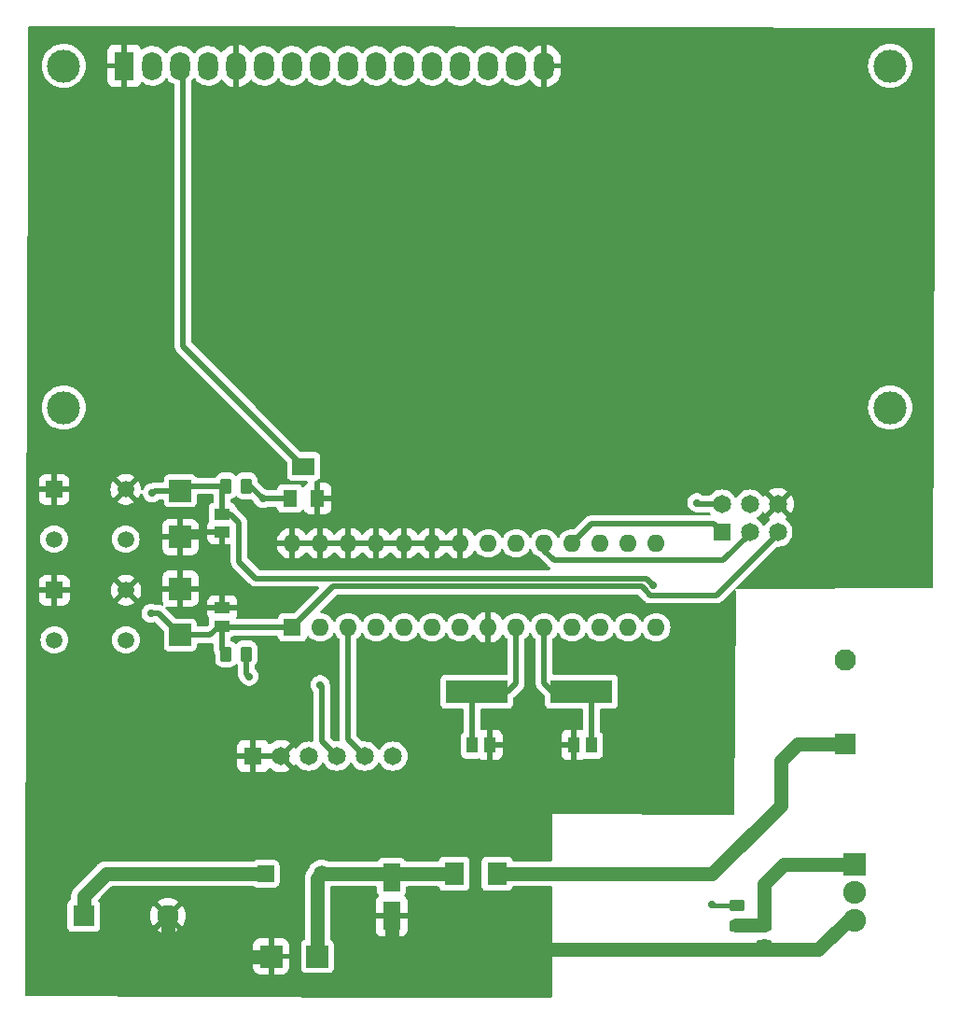
<source format=gbr>
%TF.GenerationSoftware,KiCad,Pcbnew,7.0.8*%
%TF.CreationDate,2023-10-09T21:05:16-03:00*%
%TF.ProjectId,PlacaTeste_Sillion,506c6163-6154-4657-9374-655f53696c6c,r1.0*%
%TF.SameCoordinates,Original*%
%TF.FileFunction,Copper,L1,Top*%
%TF.FilePolarity,Positive*%
%FSLAX46Y46*%
G04 Gerber Fmt 4.6, Leading zero omitted, Abs format (unit mm)*
G04 Created by KiCad (PCBNEW 7.0.8) date 2023-10-09 21:05:16*
%MOMM*%
%LPD*%
G01*
G04 APERTURE LIST*
G04 Aperture macros list*
%AMRoundRect*
0 Rectangle with rounded corners*
0 $1 Rounding radius*
0 $2 $3 $4 $5 $6 $7 $8 $9 X,Y pos of 4 corners*
0 Add a 4 corners polygon primitive as box body*
4,1,4,$2,$3,$4,$5,$6,$7,$8,$9,$2,$3,0*
0 Add four circle primitives for the rounded corners*
1,1,$1+$1,$2,$3*
1,1,$1+$1,$4,$5*
1,1,$1+$1,$6,$7*
1,1,$1+$1,$8,$9*
0 Add four rect primitives between the rounded corners*
20,1,$1+$1,$2,$3,$4,$5,0*
20,1,$1+$1,$4,$5,$6,$7,0*
20,1,$1+$1,$6,$7,$8,$9,0*
20,1,$1+$1,$8,$9,$2,$3,0*%
G04 Aperture macros list end*
%TA.AperFunction,SMDPad,CuDef*%
%ADD10R,1.470000X0.990000*%
%TD*%
%TA.AperFunction,SMDPad,CuDef*%
%ADD11R,2.000000X2.000000*%
%TD*%
%TA.AperFunction,SMDPad,CuDef*%
%ADD12R,1.800000X2.100000*%
%TD*%
%TA.AperFunction,SMDPad,CuDef*%
%ADD13RoundRect,0.250000X0.450000X-0.262500X0.450000X0.262500X-0.450000X0.262500X-0.450000X-0.262500X0*%
%TD*%
%TA.AperFunction,SMDPad,CuDef*%
%ADD14R,5.600000X2.100000*%
%TD*%
%TA.AperFunction,ComponentPad*%
%ADD15R,1.500000X1.500000*%
%TD*%
%TA.AperFunction,ComponentPad*%
%ADD16C,1.500000*%
%TD*%
%TA.AperFunction,SMDPad,CuDef*%
%ADD17R,1.020000X1.470000*%
%TD*%
%TA.AperFunction,SMDPad,CuDef*%
%ADD18RoundRect,0.250000X0.262500X0.450000X-0.262500X0.450000X-0.262500X-0.450000X0.262500X-0.450000X0*%
%TD*%
%TA.AperFunction,ComponentPad*%
%ADD19R,1.650000X1.650000*%
%TD*%
%TA.AperFunction,ComponentPad*%
%ADD20C,1.650000*%
%TD*%
%TA.AperFunction,SMDPad,CuDef*%
%ADD21RoundRect,0.250000X-0.450000X0.262500X-0.450000X-0.262500X0.450000X-0.262500X0.450000X0.262500X0*%
%TD*%
%TA.AperFunction,ComponentPad*%
%ADD22R,1.950000X1.950000*%
%TD*%
%TA.AperFunction,ComponentPad*%
%ADD23C,1.950000*%
%TD*%
%TA.AperFunction,SMDPad,CuDef*%
%ADD24R,1.300000X1.600000*%
%TD*%
%TA.AperFunction,SMDPad,CuDef*%
%ADD25R,2.000000X1.600000*%
%TD*%
%TA.AperFunction,ComponentPad*%
%ADD26C,3.000000*%
%TD*%
%TA.AperFunction,ComponentPad*%
%ADD27R,1.800000X2.600000*%
%TD*%
%TA.AperFunction,ComponentPad*%
%ADD28O,1.800000X2.600000*%
%TD*%
%TA.AperFunction,ComponentPad*%
%ADD29R,2.070000X2.070000*%
%TD*%
%TA.AperFunction,ComponentPad*%
%ADD30C,2.070000*%
%TD*%
%TA.AperFunction,ComponentPad*%
%ADD31R,1.600000X1.600000*%
%TD*%
%TA.AperFunction,ComponentPad*%
%ADD32O,1.600000X1.600000*%
%TD*%
%TA.AperFunction,SMDPad,CuDef*%
%ADD33R,1.600000X2.500000*%
%TD*%
%TA.AperFunction,ViaPad*%
%ADD34C,0.711200*%
%TD*%
%TA.AperFunction,Conductor*%
%ADD35C,1.270000*%
%TD*%
%TA.AperFunction,Conductor*%
%ADD36C,0.508000*%
%TD*%
%TA.AperFunction,Conductor*%
%ADD37C,0.381000*%
%TD*%
G04 APERTURE END LIST*
D10*
%TO.P,C9,1,1*%
%TO.N,/{slash}RESET*%
X87630000Y-88900000D03*
%TO.P,C9,2,2*%
%TO.N,GND*%
X87630000Y-87260000D03*
%TD*%
D11*
%TO.P,Z2,1,K*%
%TO.N,/{slash}RESET*%
X83820000Y-89730000D03*
%TO.P,Z2,2,A*%
%TO.N,GND*%
X83820000Y-85530000D03*
%TD*%
D12*
%TO.P,L1,1,1*%
%TO.N,Net-(C1-+)*%
X108667000Y-111379000D03*
%TO.P,L1,2,2*%
%TO.N,+5V*%
X112567000Y-111379000D03*
%TD*%
D13*
%TO.P,R3,1*%
%TO.N,GND*%
X136779000Y-117879500D03*
%TO.P,R3,2*%
%TO.N,Net-(Q1-G)*%
X136779000Y-116054500D03*
%TD*%
D14*
%TO.P,Y1,1,1*%
%TO.N,/XTAL1*%
X110724000Y-94869000D03*
%TO.P,Y1,2,2*%
%TO.N,/XTAL2*%
X120224000Y-94869000D03*
%TD*%
D15*
%TO.P,SW1,1,1*%
%TO.N,GND*%
X72390000Y-85670000D03*
D16*
%TO.P,SW1,2,2*%
X78890000Y-85670000D03*
%TO.P,SW1,3,3*%
%TO.N,Net-(R6-Pad2)*%
X72390000Y-90170000D03*
%TO.P,SW1,4,4*%
X78890000Y-90170000D03*
%TD*%
D17*
%TO.P,C8,1,1*%
%TO.N,/XTAL2*%
X121158000Y-99695000D03*
%TO.P,C8,2,2*%
%TO.N,GND*%
X119538000Y-99695000D03*
%TD*%
D18*
%TO.P,R4,1*%
%TO.N,+5V*%
X89812500Y-91440000D03*
%TO.P,R4,2*%
%TO.N,/{slash}RESET*%
X87987500Y-91440000D03*
%TD*%
D19*
%TO.P,J3,1,1*%
%TO.N,/MISO*%
X132969000Y-80391000D03*
D20*
%TO.P,J3,2,2*%
%TO.N,+5V*%
X132969000Y-77851000D03*
%TO.P,J3,3,3*%
%TO.N,/SCK*%
X135509000Y-80391000D03*
%TO.P,J3,4,4*%
%TO.N,/MOSI*%
X135509000Y-77851000D03*
%TO.P,J3,5,5*%
%TO.N,/{slash}RESET*%
X138049000Y-80391000D03*
%TO.P,J3,6,6*%
%TO.N,GND*%
X138049000Y-77851000D03*
%TD*%
D21*
%TO.P,R2,1*%
%TO.N,/MOTOR_CONTROL*%
X134366000Y-114276500D03*
%TO.P,R2,2*%
%TO.N,Net-(Q1-G)*%
X134366000Y-116101500D03*
%TD*%
D22*
%TO.P,J4,1,1*%
%TO.N,+5V*%
X144145000Y-99568000D03*
D23*
%TO.P,J4,2,2*%
%TO.N,Net-(D1-A)*%
X144145000Y-91948000D03*
%TD*%
D24*
%TO.P,RV1,1,1*%
%TO.N,+5V*%
X93766000Y-77343000D03*
D25*
%TO.P,RV1,2,2*%
%TO.N,Net-(DS1-VO)*%
X95016000Y-74443000D03*
D24*
%TO.P,RV1,3,3*%
%TO.N,GND*%
X96266000Y-77343000D03*
%TD*%
D10*
%TO.P,C10,1,1*%
%TO.N,/PUSHBUTTON*%
X87630000Y-78740000D03*
%TO.P,C10,2,2*%
%TO.N,GND*%
X87630000Y-80380000D03*
%TD*%
D26*
%TO.P,DS1,*%
%TO.N,*%
X73240900Y-38100000D03*
X73240900Y-69100700D03*
X148239480Y-69100700D03*
X148240000Y-38100000D03*
D27*
%TO.P,DS1,1,VSS*%
%TO.N,GND*%
X78740000Y-38100000D03*
D28*
%TO.P,DS1,2,VDD*%
%TO.N,+5V*%
X81280000Y-38100000D03*
%TO.P,DS1,3,VO*%
%TO.N,Net-(DS1-VO)*%
X83820000Y-38100000D03*
%TO.P,DS1,4,RS*%
%TO.N,/DISPLAY_RS*%
X86360000Y-38100000D03*
%TO.P,DS1,5,R/W*%
%TO.N,GND*%
X88900000Y-38100000D03*
%TO.P,DS1,6,E*%
%TO.N,/DISPLAY_EN*%
X91440000Y-38100000D03*
%TO.P,DS1,7,D0*%
%TO.N,unconnected-(DS1-D0-Pad7)*%
X93980000Y-38100000D03*
%TO.P,DS1,8,D1*%
%TO.N,unconnected-(DS1-D1-Pad8)*%
X96520000Y-38100000D03*
%TO.P,DS1,9,D2*%
%TO.N,unconnected-(DS1-D2-Pad9)*%
X99060000Y-38100000D03*
%TO.P,DS1,10,D3*%
%TO.N,unconnected-(DS1-D3-Pad10)*%
X101600000Y-38100000D03*
%TO.P,DS1,11,D4*%
%TO.N,/DISPLAY_D4*%
X104140000Y-38100000D03*
%TO.P,DS1,12,D5*%
%TO.N,/DISPLAY_D5*%
X106680000Y-38100000D03*
%TO.P,DS1,13,D6*%
%TO.N,/DISPLAY_D6*%
X109220000Y-38100000D03*
%TO.P,DS1,14,D7*%
%TO.N,/DISPLAY_D7*%
X111760000Y-38100000D03*
%TO.P,DS1,15,LED(+)*%
%TO.N,+5V*%
X114300000Y-38100000D03*
%TO.P,DS1,16,LED(-)*%
%TO.N,GND*%
X116840000Y-38100000D03*
%TD*%
D22*
%TO.P,J1,1,1*%
%TO.N,Net-(F1-Pad1)*%
X75057000Y-115189000D03*
D23*
%TO.P,J1,2,2*%
%TO.N,GND*%
X82677000Y-115189000D03*
%TD*%
D15*
%TO.P,SW2,1,1*%
%TO.N,GND*%
X72367000Y-76526000D03*
D16*
%TO.P,SW2,2,2*%
X78867000Y-76526000D03*
%TO.P,SW2,3,3*%
%TO.N,Net-(R7-Pad2)*%
X72367000Y-81026000D03*
%TO.P,SW2,4,4*%
X78867000Y-81026000D03*
%TD*%
D11*
%TO.P,Z3,1,K*%
%TO.N,/PUSHBUTTON*%
X83820000Y-76640000D03*
%TO.P,Z3,2,A*%
%TO.N,GND*%
X83820000Y-80840000D03*
%TD*%
D17*
%TO.P,C7,1,1*%
%TO.N,/XTAL1*%
X110298000Y-99695000D03*
%TO.P,C7,2,2*%
%TO.N,GND*%
X111918000Y-99695000D03*
%TD*%
D29*
%TO.P,Q1,1,G*%
%TO.N,Net-(Q1-G)*%
X145034000Y-110490000D03*
D30*
%TO.P,Q1,2,D*%
%TO.N,Net-(D1-A)*%
X145034000Y-113030000D03*
%TO.P,Q1,3,S*%
%TO.N,GND*%
X145034000Y-115570000D03*
%TD*%
D19*
%TO.P,J2,1,1*%
%TO.N,GND*%
X90424000Y-100711000D03*
D20*
%TO.P,J2,2,2*%
X92964000Y-100711000D03*
%TO.P,J2,3,3*%
%TO.N,+5V*%
X95504000Y-100711000D03*
%TO.P,J2,4,4*%
%TO.N,/TXD*%
X98044000Y-100711000D03*
%TO.P,J2,5,5*%
%TO.N,/RXD*%
X100584000Y-100711000D03*
%TO.P,J2,6,6*%
%TO.N,/RTS*%
X103124000Y-100711000D03*
%TD*%
D15*
%TO.P,F1,1,1*%
%TO.N,Net-(F1-Pad1)*%
X91567000Y-111379000D03*
D16*
%TO.P,F1,2,2*%
%TO.N,Net-(C1-+)*%
X96647000Y-111379000D03*
%TD*%
D31*
%TO.P,U1,1,~{RESET}/PC6*%
%TO.N,/{slash}RESET*%
X93980000Y-89027000D03*
D32*
%TO.P,U1,2,PD0*%
%TO.N,Net-(U1-PD0)*%
X96520000Y-89027000D03*
%TO.P,U1,3,PD1*%
%TO.N,/RXD*%
X99060000Y-89027000D03*
%TO.P,U1,4,PD2*%
%TO.N,/DISPLAY_RS*%
X101600000Y-89027000D03*
%TO.P,U1,5,PD3*%
%TO.N,/DISPLAY_EN*%
X104140000Y-89027000D03*
%TO.P,U1,6,PD4*%
%TO.N,/DISPLAY_D4*%
X106680000Y-89027000D03*
%TO.P,U1,7,VCC*%
%TO.N,+5V*%
X109220000Y-89027000D03*
%TO.P,U1,8,GND*%
%TO.N,GND*%
X111760000Y-89027000D03*
%TO.P,U1,9,XTAL1/PB6*%
%TO.N,/XTAL1*%
X114300000Y-89027000D03*
%TO.P,U1,10,XTAL2/PB7*%
%TO.N,/XTAL2*%
X116840000Y-89027000D03*
%TO.P,U1,11,PD5*%
%TO.N,/DISPLAY_D5*%
X119380000Y-89027000D03*
%TO.P,U1,12,PD6*%
%TO.N,/DISPLAY_D6*%
X121920000Y-89027000D03*
%TO.P,U1,13,PD7*%
%TO.N,/DISPLAY_D7*%
X124460000Y-89027000D03*
%TO.P,U1,14,PB0*%
%TO.N,/PUSHBUTTON*%
X127000000Y-89027000D03*
%TO.P,U1,15,PB1*%
%TO.N,/MOTOR_CONTROL*%
X127000000Y-81407000D03*
%TO.P,U1,16,PB2*%
%TO.N,unconnected-(U1-PB2-Pad16)*%
X124460000Y-81407000D03*
%TO.P,U1,17,PB3*%
%TO.N,/MOSI*%
X121920000Y-81407000D03*
%TO.P,U1,18,PB4*%
%TO.N,/MISO*%
X119380000Y-81407000D03*
%TO.P,U1,19,PB5*%
%TO.N,/SCK*%
X116840000Y-81407000D03*
%TO.P,U1,20,AVCC*%
%TO.N,+5V*%
X114300000Y-81407000D03*
%TO.P,U1,21,AREF*%
%TO.N,Net-(U1-AREF)*%
X111760000Y-81407000D03*
%TO.P,U1,22,GND*%
%TO.N,GND*%
X109220000Y-81407000D03*
%TO.P,U1,23,PC0*%
X106680000Y-81407000D03*
%TO.P,U1,24,PC1*%
X104140000Y-81407000D03*
%TO.P,U1,25,PC2*%
X101600000Y-81407000D03*
%TO.P,U1,26,PC3*%
X99060000Y-81407000D03*
%TO.P,U1,27,PC4*%
X96520000Y-81407000D03*
%TO.P,U1,28,PC5*%
X93980000Y-81407000D03*
%TD*%
D11*
%TO.P,Z1,1,K*%
%TO.N,Net-(C1-+)*%
X96266000Y-118872000D03*
%TO.P,Z1,2,A*%
%TO.N,GND*%
X92066000Y-118872000D03*
%TD*%
D18*
%TO.P,R5,1*%
%TO.N,+5V*%
X89812500Y-76200000D03*
%TO.P,R5,2*%
%TO.N,/PUSHBUTTON*%
X87987500Y-76200000D03*
%TD*%
D33*
%TO.P,C1,1,+*%
%TO.N,Net-(C1-+)*%
X102997000Y-111689000D03*
%TO.P,C1,2,-*%
%TO.N,GND*%
X102997000Y-115189000D03*
%TD*%
D34*
%TO.N,GND*%
X112395000Y-91186000D03*
X76454000Y-43180000D03*
X111760000Y-75819000D03*
X114427000Y-75819000D03*
%TO.N,+5V*%
X90043000Y-93472000D03*
X130683000Y-77724000D03*
X91313000Y-77343000D03*
X115443000Y-111379000D03*
%TO.N,/{slash}RESET*%
X81153000Y-87757000D03*
%TO.N,/PUSHBUTTON*%
X81280000Y-76835000D03*
X126746000Y-85217000D03*
%TO.N,/TXD*%
X96520000Y-94234000D03*
%TO.N,/MOTOR_CONTROL*%
X132080000Y-114173000D03*
%TD*%
D35*
%TO.N,Net-(C1-+)*%
X96266000Y-118872000D02*
X96266000Y-111760000D01*
X96266000Y-111760000D02*
X96647000Y-111379000D01*
X96647000Y-111379000D02*
X102687000Y-111379000D01*
X103307000Y-111379000D02*
X102997000Y-111689000D01*
X108667000Y-111379000D02*
X103307000Y-111379000D01*
X102687000Y-111379000D02*
X102997000Y-111689000D01*
%TO.N,GND*%
X83439000Y-118872000D02*
X92066000Y-118872000D01*
D36*
X92964000Y-100711000D02*
X90424000Y-100711000D01*
D35*
X145034000Y-115570000D02*
X144399000Y-115570000D01*
D36*
X87630000Y-80380000D02*
X84280000Y-80380000D01*
D35*
X102997000Y-115189000D02*
X102997000Y-118110000D01*
X103124000Y-118237000D02*
X141732000Y-118237000D01*
D36*
X84280000Y-80380000D02*
X83820000Y-80840000D01*
D35*
X82677000Y-118110000D02*
X82677000Y-115189000D01*
X102997000Y-118110000D02*
X103124000Y-118237000D01*
X136779000Y-117879500D02*
X137136500Y-118237000D01*
X144399000Y-115570000D02*
X141732000Y-118237000D01*
X83312000Y-118745000D02*
X82677000Y-118110000D01*
X83312000Y-118745000D02*
X83439000Y-118872000D01*
X137136500Y-118237000D02*
X141732000Y-118237000D01*
%TO.N,+5V*%
X138303000Y-105156000D02*
X138303000Y-101092000D01*
X138303000Y-101092000D02*
X139827000Y-99568000D01*
D36*
X130810000Y-77851000D02*
X130683000Y-77724000D01*
X132969000Y-77851000D02*
X130810000Y-77851000D01*
D35*
X115443000Y-111379000D02*
X112567000Y-111379000D01*
X139827000Y-99568000D02*
X144145000Y-99568000D01*
D36*
X89812500Y-93241500D02*
X90043000Y-93472000D01*
D35*
X132080000Y-111379000D02*
X138303000Y-105156000D01*
X115443000Y-111379000D02*
X132080000Y-111379000D01*
D36*
X89812500Y-91440000D02*
X89812500Y-93241500D01*
X90170000Y-76200000D02*
X91313000Y-77343000D01*
X93766000Y-77343000D02*
X91313000Y-77343000D01*
X89812500Y-76200000D02*
X90170000Y-76200000D01*
%TO.N,/{slash}RESET*%
X86546000Y-89730000D02*
X83820000Y-89730000D01*
X87376000Y-88900000D02*
X86546000Y-89730000D01*
X132461000Y-86106000D02*
X126485527Y-86106000D01*
X87987500Y-91440000D02*
X87630000Y-91082500D01*
X87630000Y-91082500D02*
X87630000Y-88900000D01*
X125679200Y-85293200D02*
X97713800Y-85293200D01*
X138049000Y-80391000D02*
X138049000Y-80518000D01*
X138049000Y-80518000D02*
X132461000Y-86106000D01*
X87757000Y-89027000D02*
X87630000Y-88900000D01*
X81847000Y-87757000D02*
X83820000Y-89730000D01*
X97713800Y-85293200D02*
X93980000Y-89027000D01*
X87630000Y-88900000D02*
X87376000Y-88900000D01*
X125933200Y-85547200D02*
X125679200Y-85293200D01*
X93980000Y-89027000D02*
X87757000Y-89027000D01*
X81153000Y-87757000D02*
X81847000Y-87757000D01*
X125933200Y-85553673D02*
X125933200Y-85547200D01*
X126485527Y-86106000D02*
X125933200Y-85553673D01*
%TO.N,/XTAL1*%
X110298000Y-99695000D02*
X110298000Y-95295000D01*
X114300000Y-89027000D02*
X114300000Y-94107000D01*
X113538000Y-94869000D02*
X110724000Y-94869000D01*
X110298000Y-95295000D02*
X110724000Y-94869000D01*
X114300000Y-94107000D02*
X113538000Y-94869000D01*
%TO.N,/XTAL2*%
X121158000Y-95803000D02*
X120224000Y-94869000D01*
X116840000Y-89027000D02*
X116840000Y-94107000D01*
X117602000Y-94869000D02*
X120224000Y-94869000D01*
X121158000Y-99695000D02*
X121158000Y-95803000D01*
X116840000Y-94107000D02*
X117602000Y-94869000D01*
%TO.N,/PUSHBUTTON*%
X126111000Y-84582000D02*
X90678000Y-84582000D01*
X84260000Y-76200000D02*
X87987500Y-76200000D01*
X87630000Y-78740000D02*
X87630000Y-76557500D01*
X87630000Y-76557500D02*
X87987500Y-76200000D01*
X126746000Y-85217000D02*
X126111000Y-84582000D01*
X83820000Y-76640000D02*
X81475000Y-76640000D01*
X88365000Y-78740000D02*
X87630000Y-78740000D01*
X90678000Y-84582000D02*
X89154000Y-83058000D01*
X89154000Y-79529000D02*
X88365000Y-78740000D01*
X83820000Y-76640000D02*
X84260000Y-76200000D01*
X89154000Y-83058000D02*
X89154000Y-79529000D01*
X81475000Y-76640000D02*
X81280000Y-76835000D01*
%TO.N,Net-(DS1-VO)*%
X95016000Y-74443000D02*
X84074000Y-63501000D01*
X84074000Y-63501000D02*
X84074000Y-38354000D01*
X84074000Y-38354000D02*
X83820000Y-38100000D01*
D35*
%TO.N,Net-(F1-Pad1)*%
X75057000Y-113411000D02*
X77089000Y-111379000D01*
X75057000Y-115189000D02*
X75057000Y-113411000D01*
X77089000Y-111379000D02*
X91567000Y-111379000D01*
D36*
%TO.N,/TXD*%
X96520000Y-94234000D02*
X96647000Y-94361000D01*
X96647000Y-99314000D02*
X98044000Y-100711000D01*
X96647000Y-94361000D02*
X96647000Y-99314000D01*
%TO.N,/RXD*%
X99060000Y-99187000D02*
X99060000Y-89027000D01*
X100584000Y-100711000D02*
X99060000Y-99187000D01*
%TO.N,/MISO*%
X132207000Y-79629000D02*
X121158000Y-79629000D01*
X132969000Y-80391000D02*
X132207000Y-79629000D01*
X121158000Y-79629000D02*
X119380000Y-81407000D01*
%TO.N,/SCK*%
X135509000Y-80518000D02*
X133096000Y-82931000D01*
X117729000Y-82931000D02*
X116840000Y-82042000D01*
X135509000Y-80391000D02*
X135509000Y-80518000D01*
X133096000Y-82931000D02*
X117729000Y-82931000D01*
X116840000Y-82042000D02*
X116840000Y-81407000D01*
D35*
%TO.N,Net-(Q1-G)*%
X138557000Y-110490000D02*
X136779000Y-112268000D01*
X136779000Y-112268000D02*
X136779000Y-116054500D01*
X136779000Y-116054500D02*
X136779000Y-115189000D01*
X145034000Y-110490000D02*
X138557000Y-110490000D01*
X136779000Y-116054500D02*
X134239000Y-116054500D01*
D37*
%TO.N,/MOTOR_CONTROL*%
X134366000Y-114276500D02*
X132183500Y-114276500D01*
X132183500Y-114276500D02*
X132080000Y-114173000D01*
%TD*%
%TA.AperFunction,Conductor*%
%TO.N,GND*%
G36*
X152200883Y-34670386D02*
G01*
X152267861Y-34690277D01*
X152313453Y-34743221D01*
X152324500Y-34794385D01*
X152324500Y-49771000D01*
X152146612Y-85348491D01*
X152126593Y-85415431D01*
X152073561Y-85460922D01*
X152023493Y-85471868D01*
X134336955Y-85597305D01*
X134269778Y-85578096D01*
X134223650Y-85525618D01*
X134213216Y-85456532D01*
X134241790Y-85392772D01*
X134248382Y-85385640D01*
X137882560Y-81751462D01*
X137943881Y-81717979D01*
X137981042Y-81715617D01*
X138049000Y-81721563D01*
X138049000Y-81721562D01*
X138049001Y-81721563D01*
X138049002Y-81721563D01*
X138116964Y-81715617D01*
X138280050Y-81701349D01*
X138504079Y-81641320D01*
X138714282Y-81543301D01*
X138904269Y-81410270D01*
X139068270Y-81246269D01*
X139201301Y-81056282D01*
X139299320Y-80846079D01*
X139359349Y-80622050D01*
X139379563Y-80391000D01*
X139359349Y-80159950D01*
X139299320Y-79935921D01*
X139201301Y-79725719D01*
X139201299Y-79725716D01*
X139201298Y-79725714D01*
X139068273Y-79535735D01*
X139068268Y-79535729D01*
X138904272Y-79371733D01*
X138904264Y-79371726D01*
X138808072Y-79304372D01*
X138764447Y-79249795D01*
X138757254Y-79180297D01*
X138788776Y-79117942D01*
X138820179Y-79093741D01*
X138850284Y-79077449D01*
X138850285Y-79077448D01*
X138890552Y-79046106D01*
X138890553Y-79046105D01*
X138220568Y-78376121D01*
X138337458Y-78325349D01*
X138454739Y-78229934D01*
X138541928Y-78106415D01*
X138572354Y-78020801D01*
X139243535Y-78691982D01*
X139337434Y-78548262D01*
X139337435Y-78548260D01*
X139434626Y-78326684D01*
X139494023Y-78092128D01*
X139514004Y-77851005D01*
X139514004Y-77850994D01*
X139494023Y-77609871D01*
X139434626Y-77375315D01*
X139337435Y-77153739D01*
X139337434Y-77153737D01*
X139243535Y-77010016D01*
X138574929Y-77678622D01*
X138572116Y-77665085D01*
X138502558Y-77530844D01*
X138399362Y-77420348D01*
X138270181Y-77341791D01*
X138218995Y-77327449D01*
X138890552Y-76655893D01*
X138850278Y-76624546D01*
X138637486Y-76509388D01*
X138637481Y-76509386D01*
X138408640Y-76430825D01*
X138169978Y-76391000D01*
X137928022Y-76391000D01*
X137689359Y-76430825D01*
X137460518Y-76509386D01*
X137460513Y-76509388D01*
X137247721Y-76624547D01*
X137207446Y-76655893D01*
X137207445Y-76655893D01*
X137877431Y-77325878D01*
X137760542Y-77376651D01*
X137643261Y-77472066D01*
X137556072Y-77595585D01*
X137525645Y-77681198D01*
X136854463Y-77010016D01*
X136854462Y-77010016D01*
X136802093Y-77090172D01*
X136748946Y-77135529D01*
X136679715Y-77144952D01*
X136616379Y-77115449D01*
X136596710Y-77093473D01*
X136528273Y-76995735D01*
X136528268Y-76995729D01*
X136364269Y-76831730D01*
X136364263Y-76831726D01*
X136174282Y-76698699D01*
X135964079Y-76600680D01*
X135964076Y-76600679D01*
X135964074Y-76600678D01*
X135740051Y-76540651D01*
X135740044Y-76540650D01*
X135509002Y-76520437D01*
X135508998Y-76520437D01*
X135277955Y-76540650D01*
X135277948Y-76540651D01*
X135053917Y-76600681D01*
X134843718Y-76698699D01*
X134843714Y-76698701D01*
X134653735Y-76831726D01*
X134653729Y-76831731D01*
X134489731Y-76995729D01*
X134489726Y-76995735D01*
X134356701Y-77185714D01*
X134356698Y-77185720D01*
X134351381Y-77197123D01*
X134305207Y-77249562D01*
X134238013Y-77268712D01*
X134171133Y-77248495D01*
X134126619Y-77197123D01*
X134124931Y-77193504D01*
X134121301Y-77185719D01*
X134121299Y-77185716D01*
X134121298Y-77185714D01*
X133988273Y-76995735D01*
X133988268Y-76995729D01*
X133824269Y-76831730D01*
X133824263Y-76831726D01*
X133634282Y-76698699D01*
X133424079Y-76600680D01*
X133424076Y-76600679D01*
X133424074Y-76600678D01*
X133200051Y-76540651D01*
X133200044Y-76540650D01*
X132969002Y-76520437D01*
X132968998Y-76520437D01*
X132737955Y-76540650D01*
X132737948Y-76540651D01*
X132513917Y-76600681D01*
X132303718Y-76698699D01*
X132303714Y-76698701D01*
X132113735Y-76831726D01*
X132113729Y-76831731D01*
X131949732Y-76995727D01*
X131936956Y-77013974D01*
X131916195Y-77043622D01*
X131861620Y-77087248D01*
X131814621Y-77096500D01*
X131316095Y-77096500D01*
X131249056Y-77076815D01*
X131243219Y-77072825D01*
X131113408Y-76978511D01*
X130949007Y-76905315D01*
X130949006Y-76905314D01*
X130949002Y-76905313D01*
X130772980Y-76867900D01*
X130593020Y-76867900D01*
X130416997Y-76905313D01*
X130416993Y-76905315D01*
X130255425Y-76977250D01*
X130252588Y-76978513D01*
X130107000Y-77084290D01*
X129986584Y-77218026D01*
X129896604Y-77373876D01*
X129840996Y-77545022D01*
X129840995Y-77545024D01*
X129822184Y-77724000D01*
X129840995Y-77902975D01*
X129840996Y-77902977D01*
X129873387Y-78002669D01*
X129896605Y-78074125D01*
X129986585Y-78229975D01*
X130107002Y-78363711D01*
X130252592Y-78469489D01*
X130416993Y-78542685D01*
X130416996Y-78542685D01*
X130416997Y-78542686D01*
X130443222Y-78548260D01*
X130593020Y-78580100D01*
X130597238Y-78580100D01*
X130622311Y-78582661D01*
X130629961Y-78584241D01*
X130646690Y-78587696D01*
X130695060Y-78599159D01*
X130721812Y-78605500D01*
X130721814Y-78605500D01*
X130721818Y-78605501D01*
X130728986Y-78606339D01*
X130728979Y-78606392D01*
X130736594Y-78607170D01*
X130736599Y-78607117D01*
X130743789Y-78607746D01*
X130743793Y-78607745D01*
X130743794Y-78607746D01*
X130820982Y-78605500D01*
X131814620Y-78605500D01*
X131881659Y-78625185D01*
X131916193Y-78658374D01*
X131930898Y-78679374D01*
X131953227Y-78745580D01*
X131936218Y-78813348D01*
X131885271Y-78861162D01*
X131829325Y-78874500D01*
X121222000Y-78874500D01*
X121204031Y-78873191D01*
X121180091Y-78869684D01*
X121140019Y-78873191D01*
X121127751Y-78874264D01*
X121122351Y-78874500D01*
X121114053Y-78874500D01*
X121081325Y-78878325D01*
X121004387Y-78885056D01*
X120997321Y-78886516D01*
X120997310Y-78886464D01*
X120989831Y-78888122D01*
X120989844Y-78888174D01*
X120982817Y-78889839D01*
X120910254Y-78916250D01*
X120836962Y-78940536D01*
X120830421Y-78943587D01*
X120830398Y-78943539D01*
X120823505Y-78946876D01*
X120823529Y-78946923D01*
X120817075Y-78950164D01*
X120752563Y-78992594D01*
X120686846Y-79033128D01*
X120681180Y-79037609D01*
X120681148Y-79037568D01*
X120675214Y-79042402D01*
X120675248Y-79042442D01*
X120669713Y-79047086D01*
X120616745Y-79103229D01*
X119640146Y-80079827D01*
X119578823Y-80113312D01*
X119541658Y-80115674D01*
X119380002Y-80101532D01*
X119379998Y-80101532D01*
X119153313Y-80121364D01*
X119153302Y-80121366D01*
X118933511Y-80180258D01*
X118933502Y-80180261D01*
X118727267Y-80276431D01*
X118727265Y-80276432D01*
X118540858Y-80406954D01*
X118379954Y-80567858D01*
X118249432Y-80754265D01*
X118249431Y-80754267D01*
X118222382Y-80812275D01*
X118176209Y-80864714D01*
X118109016Y-80883866D01*
X118042135Y-80863650D01*
X117997618Y-80812275D01*
X117970568Y-80754267D01*
X117970567Y-80754265D01*
X117941939Y-80713380D01*
X117840047Y-80567861D01*
X117840045Y-80567858D01*
X117679141Y-80406954D01*
X117492734Y-80276432D01*
X117492732Y-80276431D01*
X117286497Y-80180261D01*
X117286488Y-80180258D01*
X117066697Y-80121366D01*
X117066693Y-80121365D01*
X117066692Y-80121365D01*
X117066691Y-80121364D01*
X117066686Y-80121364D01*
X116840002Y-80101532D01*
X116839998Y-80101532D01*
X116613313Y-80121364D01*
X116613302Y-80121366D01*
X116393511Y-80180258D01*
X116393502Y-80180261D01*
X116187267Y-80276431D01*
X116187265Y-80276432D01*
X116000858Y-80406954D01*
X115839954Y-80567858D01*
X115709432Y-80754265D01*
X115709431Y-80754267D01*
X115682382Y-80812275D01*
X115636209Y-80864714D01*
X115569016Y-80883866D01*
X115502135Y-80863650D01*
X115457618Y-80812275D01*
X115430568Y-80754267D01*
X115430567Y-80754265D01*
X115401939Y-80713380D01*
X115300047Y-80567861D01*
X115300045Y-80567858D01*
X115139141Y-80406954D01*
X114952734Y-80276432D01*
X114952732Y-80276431D01*
X114746497Y-80180261D01*
X114746488Y-80180258D01*
X114526697Y-80121366D01*
X114526693Y-80121365D01*
X114526692Y-80121365D01*
X114526691Y-80121364D01*
X114526686Y-80121364D01*
X114300002Y-80101532D01*
X114299998Y-80101532D01*
X114073313Y-80121364D01*
X114073302Y-80121366D01*
X113853511Y-80180258D01*
X113853502Y-80180261D01*
X113647267Y-80276431D01*
X113647265Y-80276432D01*
X113460858Y-80406954D01*
X113299954Y-80567858D01*
X113169432Y-80754265D01*
X113169431Y-80754267D01*
X113142382Y-80812275D01*
X113096209Y-80864714D01*
X113029016Y-80883866D01*
X112962135Y-80863650D01*
X112917618Y-80812275D01*
X112890568Y-80754267D01*
X112890567Y-80754265D01*
X112861939Y-80713380D01*
X112760047Y-80567861D01*
X112760045Y-80567858D01*
X112599141Y-80406954D01*
X112412734Y-80276432D01*
X112412732Y-80276431D01*
X112206497Y-80180261D01*
X112206488Y-80180258D01*
X111986697Y-80121366D01*
X111986693Y-80121365D01*
X111986692Y-80121365D01*
X111986691Y-80121364D01*
X111986686Y-80121364D01*
X111760002Y-80101532D01*
X111759998Y-80101532D01*
X111533313Y-80121364D01*
X111533302Y-80121366D01*
X111313511Y-80180258D01*
X111313502Y-80180261D01*
X111107267Y-80276431D01*
X111107265Y-80276432D01*
X110920858Y-80406954D01*
X110759954Y-80567858D01*
X110671571Y-80694084D01*
X110616994Y-80737709D01*
X110547496Y-80744903D01*
X110485141Y-80713380D01*
X110466187Y-80690782D01*
X110356300Y-80522586D01*
X110195232Y-80347621D01*
X110195227Y-80347616D01*
X110007562Y-80201550D01*
X110007557Y-80201547D01*
X109798414Y-80088365D01*
X109798400Y-80088359D01*
X109573475Y-80011142D01*
X109470000Y-79993875D01*
X109470000Y-81091314D01*
X109458045Y-81079359D01*
X109345148Y-81021835D01*
X109251481Y-81007000D01*
X109188519Y-81007000D01*
X109094852Y-81021835D01*
X108981955Y-81079359D01*
X108970000Y-81091314D01*
X108970000Y-79993875D01*
X108969999Y-79993875D01*
X108866524Y-80011142D01*
X108641599Y-80088359D01*
X108641585Y-80088365D01*
X108432442Y-80201547D01*
X108432437Y-80201550D01*
X108244772Y-80347616D01*
X108244767Y-80347621D01*
X108083702Y-80522584D01*
X108053809Y-80568339D01*
X108000662Y-80613695D01*
X107931431Y-80623119D01*
X107868095Y-80593617D01*
X107846191Y-80568339D01*
X107816297Y-80522584D01*
X107655232Y-80347621D01*
X107655227Y-80347616D01*
X107467562Y-80201550D01*
X107467557Y-80201547D01*
X107258414Y-80088365D01*
X107258400Y-80088359D01*
X107033475Y-80011142D01*
X106930000Y-79993875D01*
X106930000Y-81091314D01*
X106918045Y-81079359D01*
X106805148Y-81021835D01*
X106711481Y-81007000D01*
X106648519Y-81007000D01*
X106554852Y-81021835D01*
X106441955Y-81079359D01*
X106430000Y-81091314D01*
X106430000Y-79993875D01*
X106429999Y-79993875D01*
X106326524Y-80011142D01*
X106101599Y-80088359D01*
X106101585Y-80088365D01*
X105892442Y-80201547D01*
X105892437Y-80201550D01*
X105704772Y-80347616D01*
X105704767Y-80347621D01*
X105543702Y-80522584D01*
X105513809Y-80568339D01*
X105460662Y-80613695D01*
X105391431Y-80623119D01*
X105328095Y-80593617D01*
X105306191Y-80568339D01*
X105276297Y-80522584D01*
X105115232Y-80347621D01*
X105115227Y-80347616D01*
X104927562Y-80201550D01*
X104927557Y-80201547D01*
X104718414Y-80088365D01*
X104718400Y-80088359D01*
X104493475Y-80011142D01*
X104390000Y-79993875D01*
X104390000Y-81091314D01*
X104378045Y-81079359D01*
X104265148Y-81021835D01*
X104171481Y-81007000D01*
X104108519Y-81007000D01*
X104014852Y-81021835D01*
X103901955Y-81079359D01*
X103890000Y-81091314D01*
X103890000Y-79993875D01*
X103889999Y-79993875D01*
X103786524Y-80011142D01*
X103561599Y-80088359D01*
X103561585Y-80088365D01*
X103352442Y-80201547D01*
X103352437Y-80201550D01*
X103164772Y-80347616D01*
X103164767Y-80347621D01*
X103003702Y-80522584D01*
X102973809Y-80568339D01*
X102920662Y-80613695D01*
X102851431Y-80623119D01*
X102788095Y-80593617D01*
X102766191Y-80568339D01*
X102736297Y-80522584D01*
X102575232Y-80347621D01*
X102575227Y-80347616D01*
X102387562Y-80201550D01*
X102387557Y-80201547D01*
X102178414Y-80088365D01*
X102178400Y-80088359D01*
X101953475Y-80011142D01*
X101850000Y-79993875D01*
X101850000Y-81091314D01*
X101838045Y-81079359D01*
X101725148Y-81021835D01*
X101631481Y-81007000D01*
X101568519Y-81007000D01*
X101474852Y-81021835D01*
X101361955Y-81079359D01*
X101350000Y-81091314D01*
X101350000Y-79993875D01*
X101349999Y-79993875D01*
X101246524Y-80011142D01*
X101021599Y-80088359D01*
X101021585Y-80088365D01*
X100812442Y-80201547D01*
X100812437Y-80201550D01*
X100624772Y-80347616D01*
X100624767Y-80347621D01*
X100463702Y-80522584D01*
X100433809Y-80568339D01*
X100380662Y-80613695D01*
X100311431Y-80623119D01*
X100248095Y-80593617D01*
X100226191Y-80568339D01*
X100196297Y-80522584D01*
X100035232Y-80347621D01*
X100035227Y-80347616D01*
X99847562Y-80201550D01*
X99847557Y-80201547D01*
X99638414Y-80088365D01*
X99638400Y-80088359D01*
X99413475Y-80011142D01*
X99310000Y-79993875D01*
X99310000Y-81091314D01*
X99298045Y-81079359D01*
X99185148Y-81021835D01*
X99091481Y-81007000D01*
X99028519Y-81007000D01*
X98934852Y-81021835D01*
X98821955Y-81079359D01*
X98810000Y-81091314D01*
X98810000Y-79993875D01*
X98809999Y-79993875D01*
X98706524Y-80011142D01*
X98481599Y-80088359D01*
X98481585Y-80088365D01*
X98272442Y-80201547D01*
X98272437Y-80201550D01*
X98084772Y-80347616D01*
X98084767Y-80347621D01*
X97923702Y-80522584D01*
X97893809Y-80568339D01*
X97840662Y-80613695D01*
X97771431Y-80623119D01*
X97708095Y-80593617D01*
X97686191Y-80568339D01*
X97656297Y-80522584D01*
X97495232Y-80347621D01*
X97495227Y-80347616D01*
X97307562Y-80201550D01*
X97307557Y-80201547D01*
X97098414Y-80088365D01*
X97098400Y-80088359D01*
X96873475Y-80011142D01*
X96770000Y-79993875D01*
X96770000Y-81091314D01*
X96758045Y-81079359D01*
X96645148Y-81021835D01*
X96551481Y-81007000D01*
X96488519Y-81007000D01*
X96394852Y-81021835D01*
X96281955Y-81079359D01*
X96270000Y-81091314D01*
X96270000Y-79993875D01*
X96269999Y-79993875D01*
X96166524Y-80011142D01*
X95941599Y-80088359D01*
X95941585Y-80088365D01*
X95732442Y-80201547D01*
X95732437Y-80201550D01*
X95544772Y-80347616D01*
X95544767Y-80347621D01*
X95383702Y-80522584D01*
X95353809Y-80568339D01*
X95300662Y-80613695D01*
X95231431Y-80623119D01*
X95168095Y-80593617D01*
X95146191Y-80568339D01*
X95116297Y-80522584D01*
X94955232Y-80347621D01*
X94955227Y-80347616D01*
X94767562Y-80201550D01*
X94767557Y-80201547D01*
X94558414Y-80088365D01*
X94558400Y-80088359D01*
X94333475Y-80011142D01*
X94230000Y-79993875D01*
X94230000Y-81091314D01*
X94218045Y-81079359D01*
X94105148Y-81021835D01*
X94011481Y-81007000D01*
X93948519Y-81007000D01*
X93854852Y-81021835D01*
X93741955Y-81079359D01*
X93730000Y-81091314D01*
X93730000Y-79993875D01*
X93729999Y-79993875D01*
X93626524Y-80011142D01*
X93401599Y-80088359D01*
X93401585Y-80088365D01*
X93192442Y-80201547D01*
X93192437Y-80201550D01*
X93004772Y-80347616D01*
X93004767Y-80347621D01*
X92843699Y-80522586D01*
X92713629Y-80721675D01*
X92618101Y-80939458D01*
X92563012Y-81157000D01*
X93664314Y-81157000D01*
X93652359Y-81168955D01*
X93594835Y-81281852D01*
X93575014Y-81407000D01*
X93594835Y-81532148D01*
X93652359Y-81645045D01*
X93664314Y-81657000D01*
X92563012Y-81657000D01*
X92618101Y-81874541D01*
X92713629Y-82092324D01*
X92843699Y-82291413D01*
X93004767Y-82466378D01*
X93004772Y-82466383D01*
X93192437Y-82612449D01*
X93192442Y-82612452D01*
X93401585Y-82725634D01*
X93401599Y-82725640D01*
X93626518Y-82802856D01*
X93730000Y-82820124D01*
X93730000Y-81722686D01*
X93741955Y-81734641D01*
X93854852Y-81792165D01*
X93948519Y-81807000D01*
X94011481Y-81807000D01*
X94105148Y-81792165D01*
X94218045Y-81734641D01*
X94230000Y-81722686D01*
X94230000Y-82820123D01*
X94333481Y-82802856D01*
X94558400Y-82725640D01*
X94558414Y-82725634D01*
X94767557Y-82612452D01*
X94767562Y-82612449D01*
X94955227Y-82466383D01*
X94955232Y-82466378D01*
X95116299Y-82291413D01*
X95146191Y-82245661D01*
X95199337Y-82200304D01*
X95268568Y-82190880D01*
X95331904Y-82220381D01*
X95353809Y-82245661D01*
X95383700Y-82291413D01*
X95544767Y-82466378D01*
X95544772Y-82466383D01*
X95732437Y-82612449D01*
X95732442Y-82612452D01*
X95941585Y-82725634D01*
X95941599Y-82725640D01*
X96166518Y-82802856D01*
X96270000Y-82820124D01*
X96270000Y-81722686D01*
X96281955Y-81734641D01*
X96394852Y-81792165D01*
X96488519Y-81807000D01*
X96551481Y-81807000D01*
X96645148Y-81792165D01*
X96758045Y-81734641D01*
X96770000Y-81722686D01*
X96770000Y-82820123D01*
X96873481Y-82802856D01*
X97098400Y-82725640D01*
X97098414Y-82725634D01*
X97307557Y-82612452D01*
X97307562Y-82612449D01*
X97495227Y-82466383D01*
X97495232Y-82466378D01*
X97656299Y-82291413D01*
X97686191Y-82245661D01*
X97739337Y-82200304D01*
X97808568Y-82190880D01*
X97871904Y-82220381D01*
X97893809Y-82245661D01*
X97923700Y-82291413D01*
X98084767Y-82466378D01*
X98084772Y-82466383D01*
X98272437Y-82612449D01*
X98272442Y-82612452D01*
X98481585Y-82725634D01*
X98481599Y-82725640D01*
X98706518Y-82802856D01*
X98810000Y-82820124D01*
X98810000Y-81722686D01*
X98821955Y-81734641D01*
X98934852Y-81792165D01*
X99028519Y-81807000D01*
X99091481Y-81807000D01*
X99185148Y-81792165D01*
X99298045Y-81734641D01*
X99310000Y-81722686D01*
X99310000Y-82820123D01*
X99413481Y-82802856D01*
X99638400Y-82725640D01*
X99638414Y-82725634D01*
X99847557Y-82612452D01*
X99847562Y-82612449D01*
X100035227Y-82466383D01*
X100035232Y-82466378D01*
X100196299Y-82291413D01*
X100226191Y-82245661D01*
X100279337Y-82200304D01*
X100348568Y-82190880D01*
X100411904Y-82220381D01*
X100433809Y-82245661D01*
X100463700Y-82291413D01*
X100624767Y-82466378D01*
X100624772Y-82466383D01*
X100812437Y-82612449D01*
X100812442Y-82612452D01*
X101021585Y-82725634D01*
X101021599Y-82725640D01*
X101246518Y-82802856D01*
X101350000Y-82820124D01*
X101350000Y-81722686D01*
X101361955Y-81734641D01*
X101474852Y-81792165D01*
X101568519Y-81807000D01*
X101631481Y-81807000D01*
X101725148Y-81792165D01*
X101838045Y-81734641D01*
X101850000Y-81722686D01*
X101850000Y-82820123D01*
X101953481Y-82802856D01*
X102178400Y-82725640D01*
X102178414Y-82725634D01*
X102387557Y-82612452D01*
X102387562Y-82612449D01*
X102575227Y-82466383D01*
X102575232Y-82466378D01*
X102736299Y-82291413D01*
X102766191Y-82245661D01*
X102819337Y-82200304D01*
X102888568Y-82190880D01*
X102951904Y-82220381D01*
X102973809Y-82245661D01*
X103003700Y-82291413D01*
X103164767Y-82466378D01*
X103164772Y-82466383D01*
X103352437Y-82612449D01*
X103352442Y-82612452D01*
X103561585Y-82725634D01*
X103561599Y-82725640D01*
X103786518Y-82802856D01*
X103890000Y-82820124D01*
X103890000Y-81722686D01*
X103901955Y-81734641D01*
X104014852Y-81792165D01*
X104108519Y-81807000D01*
X104171481Y-81807000D01*
X104265148Y-81792165D01*
X104378045Y-81734641D01*
X104390000Y-81722686D01*
X104390000Y-82820123D01*
X104493481Y-82802856D01*
X104718400Y-82725640D01*
X104718414Y-82725634D01*
X104927557Y-82612452D01*
X104927562Y-82612449D01*
X105115227Y-82466383D01*
X105115232Y-82466378D01*
X105276299Y-82291413D01*
X105306191Y-82245661D01*
X105359337Y-82200304D01*
X105428568Y-82190880D01*
X105491904Y-82220381D01*
X105513809Y-82245661D01*
X105543700Y-82291413D01*
X105704767Y-82466378D01*
X105704772Y-82466383D01*
X105892437Y-82612449D01*
X105892442Y-82612452D01*
X106101585Y-82725634D01*
X106101599Y-82725640D01*
X106326518Y-82802856D01*
X106430000Y-82820124D01*
X106430000Y-81722686D01*
X106441955Y-81734641D01*
X106554852Y-81792165D01*
X106648519Y-81807000D01*
X106711481Y-81807000D01*
X106805148Y-81792165D01*
X106918045Y-81734641D01*
X106930000Y-81722686D01*
X106930000Y-82820124D01*
X107033481Y-82802856D01*
X107258400Y-82725640D01*
X107258414Y-82725634D01*
X107467557Y-82612452D01*
X107467562Y-82612449D01*
X107655227Y-82466383D01*
X107655232Y-82466378D01*
X107816299Y-82291413D01*
X107846191Y-82245661D01*
X107899337Y-82200304D01*
X107968568Y-82190880D01*
X108031904Y-82220381D01*
X108053809Y-82245661D01*
X108083700Y-82291413D01*
X108244767Y-82466378D01*
X108244772Y-82466383D01*
X108432437Y-82612449D01*
X108432442Y-82612452D01*
X108641585Y-82725634D01*
X108641599Y-82725640D01*
X108866518Y-82802856D01*
X108970000Y-82820124D01*
X108970000Y-81722686D01*
X108981955Y-81734641D01*
X109094852Y-81792165D01*
X109188519Y-81807000D01*
X109251481Y-81807000D01*
X109345148Y-81792165D01*
X109458045Y-81734641D01*
X109470000Y-81722686D01*
X109470000Y-82820124D01*
X109573481Y-82802856D01*
X109798400Y-82725640D01*
X109798414Y-82725634D01*
X110007557Y-82612452D01*
X110007562Y-82612449D01*
X110195227Y-82466383D01*
X110195232Y-82466378D01*
X110356300Y-82291413D01*
X110466187Y-82123217D01*
X110519333Y-82077860D01*
X110588564Y-82068436D01*
X110651900Y-82097938D01*
X110671571Y-82119915D01*
X110759954Y-82246141D01*
X110920858Y-82407045D01*
X110920861Y-82407047D01*
X111107266Y-82537568D01*
X111313504Y-82633739D01*
X111533308Y-82692635D01*
X111695230Y-82706801D01*
X111759998Y-82712468D01*
X111760000Y-82712468D01*
X111760002Y-82712468D01*
X111816673Y-82707509D01*
X111986692Y-82692635D01*
X112206496Y-82633739D01*
X112412734Y-82537568D01*
X112599139Y-82407047D01*
X112760047Y-82246139D01*
X112890568Y-82059734D01*
X112917618Y-82001724D01*
X112963790Y-81949285D01*
X113030983Y-81930133D01*
X113097865Y-81950348D01*
X113142382Y-82001725D01*
X113169429Y-82059728D01*
X113169432Y-82059734D01*
X113299954Y-82246141D01*
X113460858Y-82407045D01*
X113460861Y-82407047D01*
X113647266Y-82537568D01*
X113853504Y-82633739D01*
X114073308Y-82692635D01*
X114235230Y-82706801D01*
X114299998Y-82712468D01*
X114300000Y-82712468D01*
X114300002Y-82712468D01*
X114356673Y-82707509D01*
X114526692Y-82692635D01*
X114746496Y-82633739D01*
X114952734Y-82537568D01*
X115139139Y-82407047D01*
X115300047Y-82246139D01*
X115430568Y-82059734D01*
X115457618Y-82001724D01*
X115503790Y-81949285D01*
X115570983Y-81930133D01*
X115637865Y-81950348D01*
X115682382Y-82001725D01*
X115709429Y-82059728D01*
X115709432Y-82059734D01*
X115839954Y-82246141D01*
X116000858Y-82407045D01*
X116000861Y-82407047D01*
X116187266Y-82537568D01*
X116319745Y-82599344D01*
X116355021Y-82624045D01*
X117150234Y-83419258D01*
X117162015Y-83432890D01*
X117176461Y-83452294D01*
X117216715Y-83486071D01*
X117220687Y-83489711D01*
X117226559Y-83495583D01*
X117252415Y-83516027D01*
X117311572Y-83565667D01*
X117317609Y-83569637D01*
X117317579Y-83569682D01*
X117324038Y-83573796D01*
X117324067Y-83573750D01*
X117330206Y-83577537D01*
X117330209Y-83577539D01*
X117359328Y-83591117D01*
X117411767Y-83637289D01*
X117430920Y-83704483D01*
X117410705Y-83771364D01*
X117357540Y-83816699D01*
X117306924Y-83827500D01*
X91041886Y-83827500D01*
X90974847Y-83807815D01*
X90954205Y-83791181D01*
X89944819Y-82781795D01*
X89911334Y-82720472D01*
X89908500Y-82694114D01*
X89908500Y-79592999D01*
X89909809Y-79575029D01*
X89912664Y-79555535D01*
X89913315Y-79551094D01*
X89911971Y-79535735D01*
X89908736Y-79498756D01*
X89908500Y-79493350D01*
X89908500Y-79485066D01*
X89908500Y-79485059D01*
X89904674Y-79452325D01*
X89897943Y-79375388D01*
X89897941Y-79375383D01*
X89896483Y-79368319D01*
X89896536Y-79368307D01*
X89894878Y-79360827D01*
X89894824Y-79360840D01*
X89893160Y-79353822D01*
X89893160Y-79353816D01*
X89866749Y-79281254D01*
X89842464Y-79207965D01*
X89842461Y-79207961D01*
X89842461Y-79207959D01*
X89839409Y-79201412D01*
X89839458Y-79201389D01*
X89836125Y-79194504D01*
X89836076Y-79194529D01*
X89832838Y-79188083D01*
X89832836Y-79188076D01*
X89832831Y-79188068D01*
X89790400Y-79123554D01*
X89758544Y-79071908D01*
X89749871Y-79057847D01*
X89749867Y-79057843D01*
X89745390Y-79052180D01*
X89745432Y-79052146D01*
X89740597Y-79046211D01*
X89740556Y-79046246D01*
X89735912Y-79040711D01*
X89679752Y-78987728D01*
X88943766Y-78251742D01*
X88931984Y-78238109D01*
X88925898Y-78229934D01*
X88917539Y-78218706D01*
X88917537Y-78218704D01*
X88917537Y-78218703D01*
X88900076Y-78204052D01*
X88861374Y-78145881D01*
X88859105Y-78137575D01*
X88859092Y-78137520D01*
X88808797Y-78002671D01*
X88808793Y-78002664D01*
X88722547Y-77887455D01*
X88722544Y-77887452D01*
X88607335Y-77801206D01*
X88607328Y-77801202D01*
X88465215Y-77748198D01*
X88466331Y-77745205D01*
X88418162Y-77716945D01*
X88386580Y-77654621D01*
X88384500Y-77632004D01*
X88384500Y-77485603D01*
X88404185Y-77418564D01*
X88456989Y-77372809D01*
X88469496Y-77367897D01*
X88569334Y-77334814D01*
X88718656Y-77242712D01*
X88812319Y-77149049D01*
X88873642Y-77115564D01*
X88943334Y-77120548D01*
X88987681Y-77149049D01*
X89081344Y-77242712D01*
X89230666Y-77334814D01*
X89397203Y-77389999D01*
X89499991Y-77400500D01*
X90125008Y-77400499D01*
X90227797Y-77389999D01*
X90227802Y-77389997D01*
X90228314Y-77389945D01*
X90297007Y-77402714D01*
X90328598Y-77425622D01*
X90472105Y-77569129D01*
X90502355Y-77618492D01*
X90526602Y-77693119D01*
X90526605Y-77693125D01*
X90616585Y-77848975D01*
X90737002Y-77982711D01*
X90882592Y-78088489D01*
X91046993Y-78161685D01*
X91046996Y-78161685D01*
X91046997Y-78161686D01*
X91075128Y-78167665D01*
X91223020Y-78199100D01*
X91402980Y-78199100D01*
X91579007Y-78161685D01*
X91699091Y-78108219D01*
X91749526Y-78097500D01*
X92494079Y-78097500D01*
X92561118Y-78117185D01*
X92606873Y-78169989D01*
X92617369Y-78208248D01*
X92621908Y-78250483D01*
X92672202Y-78385328D01*
X92672206Y-78385335D01*
X92758452Y-78500544D01*
X92758455Y-78500547D01*
X92873664Y-78586793D01*
X92873671Y-78586797D01*
X93008517Y-78637091D01*
X93008516Y-78637091D01*
X93015444Y-78637835D01*
X93068127Y-78643500D01*
X94463872Y-78643499D01*
X94523483Y-78637091D01*
X94658331Y-78586796D01*
X94773546Y-78500546D01*
X94838792Y-78413387D01*
X94894725Y-78371518D01*
X94964417Y-78366534D01*
X95025740Y-78400019D01*
X95044790Y-78424579D01*
X95110261Y-78535285D01*
X95110268Y-78535294D01*
X95223705Y-78648731D01*
X95223714Y-78648738D01*
X95361808Y-78730406D01*
X95361811Y-78730407D01*
X95515870Y-78775166D01*
X95515876Y-78775167D01*
X95551870Y-78778000D01*
X96016000Y-78778000D01*
X96016000Y-77593000D01*
X96516000Y-77593000D01*
X96516000Y-78778000D01*
X96980130Y-78778000D01*
X97016123Y-78775167D01*
X97016129Y-78775166D01*
X97170188Y-78730407D01*
X97170191Y-78730406D01*
X97308285Y-78648738D01*
X97308294Y-78648731D01*
X97421731Y-78535294D01*
X97421738Y-78535285D01*
X97503406Y-78397191D01*
X97503407Y-78397188D01*
X97548166Y-78243129D01*
X97548167Y-78243123D01*
X97551000Y-78207130D01*
X97551000Y-77593000D01*
X96516000Y-77593000D01*
X96016000Y-77593000D01*
X96016000Y-75908000D01*
X96516000Y-75908000D01*
X96516000Y-77093000D01*
X97551000Y-77093000D01*
X97551000Y-76478870D01*
X97548167Y-76442876D01*
X97548166Y-76442870D01*
X97503407Y-76288811D01*
X97503406Y-76288808D01*
X97421738Y-76150714D01*
X97421731Y-76150705D01*
X97308294Y-76037268D01*
X97308285Y-76037261D01*
X97170191Y-75955593D01*
X97170188Y-75955592D01*
X97016129Y-75910833D01*
X97016123Y-75910832D01*
X96980130Y-75908000D01*
X96516000Y-75908000D01*
X96016000Y-75908000D01*
X96016000Y-75860030D01*
X96035685Y-75792991D01*
X96088489Y-75747236D01*
X96116116Y-75739657D01*
X96115932Y-75738876D01*
X96123479Y-75737092D01*
X96123481Y-75737091D01*
X96123483Y-75737091D01*
X96258331Y-75686796D01*
X96373546Y-75600546D01*
X96459796Y-75485331D01*
X96510091Y-75350483D01*
X96516500Y-75290873D01*
X96516499Y-73595128D01*
X96510091Y-73535517D01*
X96459796Y-73400669D01*
X96459795Y-73400668D01*
X96459793Y-73400664D01*
X96373547Y-73285455D01*
X96373544Y-73285452D01*
X96258335Y-73199206D01*
X96258328Y-73199202D01*
X96123482Y-73148908D01*
X96123483Y-73148908D01*
X96063883Y-73142501D01*
X96063881Y-73142500D01*
X96063873Y-73142500D01*
X96063865Y-73142500D01*
X94833887Y-73142500D01*
X94766848Y-73122815D01*
X94746206Y-73106181D01*
X90740726Y-69100701D01*
X146233870Y-69100701D01*
X146254284Y-69386133D01*
X146315108Y-69665737D01*
X146415115Y-69933866D01*
X146552250Y-70185009D01*
X146552255Y-70185017D01*
X146723734Y-70414087D01*
X146723750Y-70414105D01*
X146926074Y-70616429D01*
X146926092Y-70616445D01*
X147155162Y-70787924D01*
X147155170Y-70787929D01*
X147406313Y-70925064D01*
X147406312Y-70925064D01*
X147406316Y-70925065D01*
X147406319Y-70925067D01*
X147674434Y-71025069D01*
X147674440Y-71025070D01*
X147674442Y-71025071D01*
X147954046Y-71085895D01*
X147954048Y-71085895D01*
X147954052Y-71085896D01*
X148207700Y-71104037D01*
X148239479Y-71106310D01*
X148239480Y-71106310D01*
X148239481Y-71106310D01*
X148268075Y-71104264D01*
X148524908Y-71085896D01*
X148804526Y-71025069D01*
X149072641Y-70925067D01*
X149323795Y-70787926D01*
X149552875Y-70616439D01*
X149755219Y-70414095D01*
X149926706Y-70185015D01*
X150063847Y-69933861D01*
X150163849Y-69665746D01*
X150224676Y-69386128D01*
X150245090Y-69100700D01*
X150224676Y-68815272D01*
X150163849Y-68535654D01*
X150063847Y-68267539D01*
X149926706Y-68016385D01*
X149926704Y-68016382D01*
X149755225Y-67787312D01*
X149755209Y-67787294D01*
X149552885Y-67584970D01*
X149552867Y-67584954D01*
X149323797Y-67413475D01*
X149323789Y-67413470D01*
X149072646Y-67276335D01*
X149072647Y-67276335D01*
X148965395Y-67236332D01*
X148804526Y-67176331D01*
X148804523Y-67176330D01*
X148804517Y-67176328D01*
X148524913Y-67115504D01*
X148239481Y-67095090D01*
X148239479Y-67095090D01*
X147954046Y-67115504D01*
X147674442Y-67176328D01*
X147406313Y-67276335D01*
X147155170Y-67413470D01*
X147155162Y-67413475D01*
X146926092Y-67584954D01*
X146926074Y-67584970D01*
X146723750Y-67787294D01*
X146723734Y-67787312D01*
X146552255Y-68016382D01*
X146552250Y-68016390D01*
X146415115Y-68267533D01*
X146315108Y-68535662D01*
X146254284Y-68815266D01*
X146233870Y-69100698D01*
X146233870Y-69100701D01*
X90740726Y-69100701D01*
X84864819Y-63224794D01*
X84831334Y-63163471D01*
X84828500Y-63137113D01*
X84828500Y-39524122D01*
X84848185Y-39457083D01*
X84856018Y-39446230D01*
X84984523Y-39287080D01*
X84984529Y-39287070D01*
X84987472Y-39282717D01*
X84988357Y-39283315D01*
X85034401Y-39238144D01*
X85102813Y-39223945D01*
X85168041Y-39248987D01*
X85195520Y-39278102D01*
X85266413Y-39382993D01*
X85266418Y-39382998D01*
X85266421Y-39383003D01*
X85431379Y-39555118D01*
X85623053Y-39696879D01*
X85835926Y-39804207D01*
X86063877Y-39874016D01*
X86300346Y-39904298D01*
X86538532Y-39894180D01*
X86771581Y-39843954D01*
X86992790Y-39755064D01*
X87195795Y-39630069D01*
X87374755Y-39472564D01*
X87447754Y-39382156D01*
X87505184Y-39342364D01*
X87575012Y-39339937D01*
X87635066Y-39375648D01*
X87649034Y-39393782D01*
X87668864Y-39425141D01*
X87833206Y-39610645D01*
X88025183Y-39767389D01*
X88025188Y-39767393D01*
X88239814Y-39891307D01*
X88471549Y-39979192D01*
X88471548Y-39979192D01*
X88650000Y-40015622D01*
X88650000Y-38645881D01*
X88743369Y-38684556D01*
X88860677Y-38700000D01*
X88939323Y-38700000D01*
X89056631Y-38684556D01*
X89150000Y-38645881D01*
X89150000Y-40015919D01*
X89208030Y-40008873D01*
X89208036Y-40008871D01*
X89446083Y-39939920D01*
X89446091Y-39939917D01*
X89669997Y-39833674D01*
X89669999Y-39833672D01*
X89873962Y-39692886D01*
X89873963Y-39692885D01*
X90052700Y-39521207D01*
X90152461Y-39388450D01*
X90208471Y-39346681D01*
X90278172Y-39341824D01*
X90339434Y-39375421D01*
X90343538Y-39379994D01*
X90346418Y-39382999D01*
X90346421Y-39383003D01*
X90511379Y-39555118D01*
X90703053Y-39696879D01*
X90915926Y-39804207D01*
X91143877Y-39874016D01*
X91380346Y-39904298D01*
X91618532Y-39894180D01*
X91851581Y-39843954D01*
X92072790Y-39755064D01*
X92275795Y-39630069D01*
X92454755Y-39472564D01*
X92604523Y-39287080D01*
X92604529Y-39287070D01*
X92607472Y-39282717D01*
X92608357Y-39283315D01*
X92654401Y-39238144D01*
X92722813Y-39223945D01*
X92788041Y-39248987D01*
X92815520Y-39278102D01*
X92886413Y-39382993D01*
X92886418Y-39382998D01*
X92886421Y-39383003D01*
X93051379Y-39555118D01*
X93243053Y-39696879D01*
X93455926Y-39804207D01*
X93683877Y-39874016D01*
X93920346Y-39904298D01*
X94158532Y-39894180D01*
X94391581Y-39843954D01*
X94612790Y-39755064D01*
X94815795Y-39630069D01*
X94994755Y-39472564D01*
X95144523Y-39287080D01*
X95144529Y-39287070D01*
X95147472Y-39282717D01*
X95148357Y-39283315D01*
X95194401Y-39238144D01*
X95262813Y-39223945D01*
X95328041Y-39248987D01*
X95355520Y-39278102D01*
X95426413Y-39382993D01*
X95426418Y-39382998D01*
X95426421Y-39383003D01*
X95591379Y-39555118D01*
X95783053Y-39696879D01*
X95995926Y-39804207D01*
X96223877Y-39874016D01*
X96460346Y-39904298D01*
X96698532Y-39894180D01*
X96931581Y-39843954D01*
X97152790Y-39755064D01*
X97355795Y-39630069D01*
X97534755Y-39472564D01*
X97684523Y-39287080D01*
X97684529Y-39287070D01*
X97687472Y-39282717D01*
X97688357Y-39283315D01*
X97734401Y-39238144D01*
X97802813Y-39223945D01*
X97868041Y-39248987D01*
X97895520Y-39278102D01*
X97966413Y-39382993D01*
X97966418Y-39382998D01*
X97966421Y-39383003D01*
X98131379Y-39555118D01*
X98323053Y-39696879D01*
X98535926Y-39804207D01*
X98763877Y-39874016D01*
X99000346Y-39904298D01*
X99238532Y-39894180D01*
X99471581Y-39843954D01*
X99692790Y-39755064D01*
X99895795Y-39630069D01*
X100074755Y-39472564D01*
X100224523Y-39287080D01*
X100224529Y-39287070D01*
X100227472Y-39282717D01*
X100228357Y-39283315D01*
X100274401Y-39238144D01*
X100342813Y-39223945D01*
X100408041Y-39248987D01*
X100435520Y-39278102D01*
X100506413Y-39382993D01*
X100506418Y-39382998D01*
X100506421Y-39383003D01*
X100671379Y-39555118D01*
X100863053Y-39696879D01*
X101075926Y-39804207D01*
X101303877Y-39874016D01*
X101540346Y-39904298D01*
X101778532Y-39894180D01*
X102011581Y-39843954D01*
X102232790Y-39755064D01*
X102435795Y-39630069D01*
X102614755Y-39472564D01*
X102764523Y-39287080D01*
X102764529Y-39287070D01*
X102767472Y-39282717D01*
X102768357Y-39283315D01*
X102814401Y-39238144D01*
X102882813Y-39223945D01*
X102948041Y-39248987D01*
X102975520Y-39278102D01*
X103046413Y-39382993D01*
X103046418Y-39382998D01*
X103046421Y-39383003D01*
X103211379Y-39555118D01*
X103403053Y-39696879D01*
X103615926Y-39804207D01*
X103843877Y-39874016D01*
X104080346Y-39904298D01*
X104318532Y-39894180D01*
X104551581Y-39843954D01*
X104772790Y-39755064D01*
X104975795Y-39630069D01*
X105154755Y-39472564D01*
X105304523Y-39287080D01*
X105304529Y-39287070D01*
X105307472Y-39282717D01*
X105308357Y-39283315D01*
X105354401Y-39238144D01*
X105422813Y-39223945D01*
X105488041Y-39248987D01*
X105515520Y-39278102D01*
X105586413Y-39382993D01*
X105586418Y-39382998D01*
X105586421Y-39383003D01*
X105751379Y-39555118D01*
X105943053Y-39696879D01*
X106155926Y-39804207D01*
X106383877Y-39874016D01*
X106620346Y-39904298D01*
X106858532Y-39894180D01*
X107091581Y-39843954D01*
X107312790Y-39755064D01*
X107515795Y-39630069D01*
X107694755Y-39472564D01*
X107844523Y-39287080D01*
X107844529Y-39287070D01*
X107847472Y-39282717D01*
X107848357Y-39283315D01*
X107894401Y-39238144D01*
X107962813Y-39223945D01*
X108028041Y-39248987D01*
X108055520Y-39278102D01*
X108126413Y-39382993D01*
X108126418Y-39382998D01*
X108126421Y-39383003D01*
X108291379Y-39555118D01*
X108483053Y-39696879D01*
X108695926Y-39804207D01*
X108923877Y-39874016D01*
X109160346Y-39904298D01*
X109398532Y-39894180D01*
X109631581Y-39843954D01*
X109852790Y-39755064D01*
X110055795Y-39630069D01*
X110234755Y-39472564D01*
X110384523Y-39287080D01*
X110384529Y-39287070D01*
X110387472Y-39282717D01*
X110388357Y-39283315D01*
X110434401Y-39238144D01*
X110502813Y-39223945D01*
X110568041Y-39248987D01*
X110595520Y-39278102D01*
X110666413Y-39382993D01*
X110666418Y-39382998D01*
X110666421Y-39383003D01*
X110831379Y-39555118D01*
X111023053Y-39696879D01*
X111235926Y-39804207D01*
X111463877Y-39874016D01*
X111700346Y-39904298D01*
X111938532Y-39894180D01*
X112171581Y-39843954D01*
X112392790Y-39755064D01*
X112595795Y-39630069D01*
X112774755Y-39472564D01*
X112924523Y-39287080D01*
X112924529Y-39287070D01*
X112927472Y-39282717D01*
X112928357Y-39283315D01*
X112974401Y-39238144D01*
X113042813Y-39223945D01*
X113108041Y-39248987D01*
X113135520Y-39278102D01*
X113206413Y-39382993D01*
X113206418Y-39382998D01*
X113206421Y-39383003D01*
X113371379Y-39555118D01*
X113563053Y-39696879D01*
X113775926Y-39804207D01*
X114003877Y-39874016D01*
X114240346Y-39904298D01*
X114478532Y-39894180D01*
X114711581Y-39843954D01*
X114932790Y-39755064D01*
X115135795Y-39630069D01*
X115314755Y-39472564D01*
X115387754Y-39382156D01*
X115445184Y-39342364D01*
X115515012Y-39339937D01*
X115575066Y-39375648D01*
X115589034Y-39393782D01*
X115608864Y-39425141D01*
X115773206Y-39610645D01*
X115965183Y-39767389D01*
X115965188Y-39767393D01*
X116179814Y-39891307D01*
X116411549Y-39979192D01*
X116411548Y-39979192D01*
X116590000Y-40015622D01*
X116590000Y-38645881D01*
X116683369Y-38684556D01*
X116800677Y-38700000D01*
X116879323Y-38700000D01*
X116996631Y-38684556D01*
X117090000Y-38645881D01*
X117090000Y-40015919D01*
X117148030Y-40008873D01*
X117148036Y-40008871D01*
X117386083Y-39939920D01*
X117386091Y-39939917D01*
X117609997Y-39833674D01*
X117609999Y-39833672D01*
X117813962Y-39692886D01*
X117813963Y-39692885D01*
X117992700Y-39521207D01*
X118141584Y-39323079D01*
X118141590Y-39323068D01*
X118256762Y-39103628D01*
X118256763Y-39103624D01*
X118335245Y-38868545D01*
X118335245Y-38868544D01*
X118374999Y-38623920D01*
X118375000Y-38623919D01*
X118375000Y-38350000D01*
X117385882Y-38350000D01*
X117424556Y-38256631D01*
X117445177Y-38100001D01*
X146234390Y-38100001D01*
X146254804Y-38385433D01*
X146315628Y-38665037D01*
X146315630Y-38665043D01*
X146315631Y-38665046D01*
X146415633Y-38933161D01*
X146415635Y-38933166D01*
X146552770Y-39184309D01*
X146552775Y-39184317D01*
X146724254Y-39413387D01*
X146724270Y-39413405D01*
X146926594Y-39615729D01*
X146926612Y-39615745D01*
X147155682Y-39787224D01*
X147155690Y-39787229D01*
X147406833Y-39924364D01*
X147406832Y-39924364D01*
X147406836Y-39924365D01*
X147406839Y-39924367D01*
X147674954Y-40024369D01*
X147674960Y-40024370D01*
X147674962Y-40024371D01*
X147954566Y-40085195D01*
X147954568Y-40085195D01*
X147954572Y-40085196D01*
X148208220Y-40103337D01*
X148239999Y-40105610D01*
X148240000Y-40105610D01*
X148240001Y-40105610D01*
X148268595Y-40103564D01*
X148525428Y-40085196D01*
X148805046Y-40024369D01*
X149073161Y-39924367D01*
X149324315Y-39787226D01*
X149553395Y-39615739D01*
X149755739Y-39413395D01*
X149927226Y-39184315D01*
X150064367Y-38933161D01*
X150164369Y-38665046D01*
X150225196Y-38385428D01*
X150245610Y-38100000D01*
X150225196Y-37814572D01*
X150186815Y-37638138D01*
X150164371Y-37534962D01*
X150164370Y-37534960D01*
X150164369Y-37534954D01*
X150064367Y-37266839D01*
X150045207Y-37231751D01*
X149927229Y-37015690D01*
X149927224Y-37015682D01*
X149755745Y-36786612D01*
X149755729Y-36786594D01*
X149553405Y-36584270D01*
X149553387Y-36584254D01*
X149324317Y-36412775D01*
X149324309Y-36412770D01*
X149073166Y-36275635D01*
X149073167Y-36275635D01*
X148926167Y-36220807D01*
X148805046Y-36175631D01*
X148805043Y-36175630D01*
X148805037Y-36175628D01*
X148525433Y-36114804D01*
X148240001Y-36094390D01*
X148239999Y-36094390D01*
X147954566Y-36114804D01*
X147674962Y-36175628D01*
X147406833Y-36275635D01*
X147155690Y-36412770D01*
X147155682Y-36412775D01*
X146926612Y-36584254D01*
X146926594Y-36584270D01*
X146724270Y-36786594D01*
X146724254Y-36786612D01*
X146552775Y-37015682D01*
X146552770Y-37015690D01*
X146415635Y-37266833D01*
X146315628Y-37534962D01*
X146254804Y-37814566D01*
X146234390Y-38099998D01*
X146234390Y-38100001D01*
X117445177Y-38100001D01*
X117445177Y-38100000D01*
X117424556Y-37943369D01*
X117385882Y-37850000D01*
X118375000Y-37850000D01*
X118375000Y-37638138D01*
X118360051Y-37452968D01*
X118300740Y-37212335D01*
X118203597Y-36984332D01*
X118071133Y-36774856D01*
X117906793Y-36589354D01*
X117714816Y-36432610D01*
X117714811Y-36432606D01*
X117500185Y-36308692D01*
X117268462Y-36220811D01*
X117268450Y-36220807D01*
X117090000Y-36184376D01*
X117090000Y-37554118D01*
X116996631Y-37515444D01*
X116879323Y-37500000D01*
X116800677Y-37500000D01*
X116683369Y-37515444D01*
X116590000Y-37554118D01*
X116590000Y-36184080D01*
X116531962Y-36191128D01*
X116531955Y-36191129D01*
X116293916Y-36260079D01*
X116293908Y-36260082D01*
X116070002Y-36366325D01*
X116070000Y-36366327D01*
X115866037Y-36507113D01*
X115866036Y-36507114D01*
X115687299Y-36678792D01*
X115587539Y-36811549D01*
X115531528Y-36853318D01*
X115461828Y-36858175D01*
X115400566Y-36824577D01*
X115396472Y-36820015D01*
X115228620Y-36644881D01*
X115146646Y-36584254D01*
X115036947Y-36503121D01*
X114824074Y-36395793D01*
X114694283Y-36356045D01*
X114596121Y-36325983D01*
X114359647Y-36295701D01*
X114121471Y-36305819D01*
X114121467Y-36305819D01*
X113888419Y-36356045D01*
X113667211Y-36444935D01*
X113464203Y-36569932D01*
X113285245Y-36727435D01*
X113135471Y-36912928D01*
X113135458Y-36912952D01*
X113135449Y-36912960D01*
X113132522Y-36917291D01*
X113131640Y-36916695D01*
X113085570Y-36961870D01*
X113017154Y-36976051D01*
X112951933Y-36950993D01*
X112924479Y-36921897D01*
X112853586Y-36817006D01*
X112853582Y-36817001D01*
X112853579Y-36816997D01*
X112688621Y-36644882D01*
X112496947Y-36503121D01*
X112284074Y-36395793D01*
X112154283Y-36356045D01*
X112056121Y-36325983D01*
X111819647Y-36295701D01*
X111581471Y-36305819D01*
X111581467Y-36305819D01*
X111348419Y-36356045D01*
X111127211Y-36444935D01*
X110924203Y-36569932D01*
X110745245Y-36727435D01*
X110595471Y-36912928D01*
X110595458Y-36912952D01*
X110595449Y-36912960D01*
X110592522Y-36917291D01*
X110591640Y-36916695D01*
X110545570Y-36961870D01*
X110477154Y-36976051D01*
X110411933Y-36950993D01*
X110384479Y-36921897D01*
X110313586Y-36817006D01*
X110313582Y-36817001D01*
X110313579Y-36816997D01*
X110148621Y-36644882D01*
X109956947Y-36503121D01*
X109744074Y-36395793D01*
X109614283Y-36356045D01*
X109516121Y-36325983D01*
X109279647Y-36295701D01*
X109041471Y-36305819D01*
X109041467Y-36305819D01*
X108808419Y-36356045D01*
X108587211Y-36444935D01*
X108384203Y-36569932D01*
X108205245Y-36727435D01*
X108055471Y-36912928D01*
X108055458Y-36912952D01*
X108055449Y-36912960D01*
X108052522Y-36917291D01*
X108051640Y-36916695D01*
X108005570Y-36961870D01*
X107937154Y-36976051D01*
X107871933Y-36950993D01*
X107844479Y-36921897D01*
X107773586Y-36817006D01*
X107773582Y-36817001D01*
X107773579Y-36816997D01*
X107608621Y-36644882D01*
X107416947Y-36503121D01*
X107204074Y-36395793D01*
X107074283Y-36356045D01*
X106976121Y-36325983D01*
X106739647Y-36295701D01*
X106501471Y-36305819D01*
X106501467Y-36305819D01*
X106268419Y-36356045D01*
X106047211Y-36444935D01*
X105844203Y-36569932D01*
X105665245Y-36727435D01*
X105515471Y-36912928D01*
X105515458Y-36912952D01*
X105515449Y-36912960D01*
X105512522Y-36917291D01*
X105511640Y-36916695D01*
X105465570Y-36961870D01*
X105397154Y-36976051D01*
X105331933Y-36950993D01*
X105304479Y-36921897D01*
X105233586Y-36817006D01*
X105233582Y-36817001D01*
X105233579Y-36816997D01*
X105068621Y-36644882D01*
X104876947Y-36503121D01*
X104664074Y-36395793D01*
X104534283Y-36356045D01*
X104436121Y-36325983D01*
X104199647Y-36295701D01*
X103961471Y-36305819D01*
X103961467Y-36305819D01*
X103728419Y-36356045D01*
X103507211Y-36444935D01*
X103304203Y-36569932D01*
X103125245Y-36727435D01*
X102975471Y-36912928D01*
X102975458Y-36912952D01*
X102975449Y-36912960D01*
X102972522Y-36917291D01*
X102971640Y-36916695D01*
X102925570Y-36961870D01*
X102857154Y-36976051D01*
X102791933Y-36950993D01*
X102764479Y-36921897D01*
X102693586Y-36817006D01*
X102693582Y-36817001D01*
X102693579Y-36816997D01*
X102528621Y-36644882D01*
X102336947Y-36503121D01*
X102124074Y-36395793D01*
X101994283Y-36356045D01*
X101896121Y-36325983D01*
X101659647Y-36295701D01*
X101421471Y-36305819D01*
X101421467Y-36305819D01*
X101188419Y-36356045D01*
X100967211Y-36444935D01*
X100764203Y-36569932D01*
X100585245Y-36727435D01*
X100435471Y-36912928D01*
X100435458Y-36912952D01*
X100435449Y-36912960D01*
X100432522Y-36917291D01*
X100431640Y-36916695D01*
X100385570Y-36961870D01*
X100317154Y-36976051D01*
X100251933Y-36950993D01*
X100224479Y-36921897D01*
X100153586Y-36817006D01*
X100153582Y-36817001D01*
X100153579Y-36816997D01*
X99988621Y-36644882D01*
X99796947Y-36503121D01*
X99584074Y-36395793D01*
X99454283Y-36356045D01*
X99356121Y-36325983D01*
X99119647Y-36295701D01*
X98881471Y-36305819D01*
X98881467Y-36305819D01*
X98648419Y-36356045D01*
X98427211Y-36444935D01*
X98224203Y-36569932D01*
X98045245Y-36727435D01*
X97895471Y-36912928D01*
X97895458Y-36912952D01*
X97895449Y-36912960D01*
X97892522Y-36917291D01*
X97891640Y-36916695D01*
X97845570Y-36961870D01*
X97777154Y-36976051D01*
X97711933Y-36950993D01*
X97684479Y-36921897D01*
X97613586Y-36817006D01*
X97613582Y-36817001D01*
X97613579Y-36816997D01*
X97448621Y-36644882D01*
X97256947Y-36503121D01*
X97044074Y-36395793D01*
X96914283Y-36356045D01*
X96816121Y-36325983D01*
X96579647Y-36295701D01*
X96341471Y-36305819D01*
X96341467Y-36305819D01*
X96108419Y-36356045D01*
X95887211Y-36444935D01*
X95684203Y-36569932D01*
X95505245Y-36727435D01*
X95355471Y-36912928D01*
X95355458Y-36912952D01*
X95355449Y-36912960D01*
X95352522Y-36917291D01*
X95351640Y-36916695D01*
X95305570Y-36961870D01*
X95237154Y-36976051D01*
X95171933Y-36950993D01*
X95144479Y-36921897D01*
X95073586Y-36817006D01*
X95073582Y-36817001D01*
X95073579Y-36816997D01*
X94908621Y-36644882D01*
X94716947Y-36503121D01*
X94504074Y-36395793D01*
X94374283Y-36356045D01*
X94276121Y-36325983D01*
X94039647Y-36295701D01*
X93801471Y-36305819D01*
X93801467Y-36305819D01*
X93568419Y-36356045D01*
X93347211Y-36444935D01*
X93144203Y-36569932D01*
X92965245Y-36727435D01*
X92815471Y-36912928D01*
X92815458Y-36912952D01*
X92815449Y-36912960D01*
X92812522Y-36917291D01*
X92811640Y-36916695D01*
X92765570Y-36961870D01*
X92697154Y-36976051D01*
X92631933Y-36950993D01*
X92604479Y-36921897D01*
X92533586Y-36817006D01*
X92533582Y-36817001D01*
X92533579Y-36816997D01*
X92368621Y-36644882D01*
X92176947Y-36503121D01*
X91964074Y-36395793D01*
X91834283Y-36356045D01*
X91736121Y-36325983D01*
X91499647Y-36295701D01*
X91261471Y-36305819D01*
X91261467Y-36305819D01*
X91028419Y-36356045D01*
X90807211Y-36444935D01*
X90604203Y-36569932D01*
X90425245Y-36727435D01*
X90352245Y-36817844D01*
X90294814Y-36857636D01*
X90224987Y-36860062D01*
X90164932Y-36824352D01*
X90150965Y-36806217D01*
X90131135Y-36774858D01*
X89966793Y-36589354D01*
X89774816Y-36432610D01*
X89774811Y-36432606D01*
X89560185Y-36308692D01*
X89328462Y-36220811D01*
X89328450Y-36220807D01*
X89150000Y-36184376D01*
X89150000Y-37554118D01*
X89056631Y-37515444D01*
X88939323Y-37500000D01*
X88860677Y-37500000D01*
X88743369Y-37515444D01*
X88650000Y-37554118D01*
X88650000Y-36184080D01*
X88591962Y-36191128D01*
X88591955Y-36191129D01*
X88353916Y-36260079D01*
X88353908Y-36260082D01*
X88130002Y-36366325D01*
X88130000Y-36366327D01*
X87926037Y-36507113D01*
X87926036Y-36507114D01*
X87747299Y-36678792D01*
X87647539Y-36811549D01*
X87591528Y-36853318D01*
X87521828Y-36858175D01*
X87460566Y-36824577D01*
X87456472Y-36820015D01*
X87288620Y-36644881D01*
X87206646Y-36584254D01*
X87096947Y-36503121D01*
X86884074Y-36395793D01*
X86754283Y-36356045D01*
X86656121Y-36325983D01*
X86419647Y-36295701D01*
X86181471Y-36305819D01*
X86181467Y-36305819D01*
X85948419Y-36356045D01*
X85727211Y-36444935D01*
X85524203Y-36569932D01*
X85345245Y-36727435D01*
X85195471Y-36912928D01*
X85195458Y-36912952D01*
X85195449Y-36912960D01*
X85192522Y-36917291D01*
X85191640Y-36916695D01*
X85145570Y-36961870D01*
X85077154Y-36976051D01*
X85011933Y-36950993D01*
X84984479Y-36921897D01*
X84913586Y-36817006D01*
X84913582Y-36817001D01*
X84913579Y-36816997D01*
X84748621Y-36644882D01*
X84556947Y-36503121D01*
X84344074Y-36395793D01*
X84214283Y-36356045D01*
X84116121Y-36325983D01*
X83879647Y-36295701D01*
X83641471Y-36305819D01*
X83641467Y-36305819D01*
X83408419Y-36356045D01*
X83187211Y-36444935D01*
X82984203Y-36569932D01*
X82805245Y-36727435D01*
X82655471Y-36912928D01*
X82655458Y-36912952D01*
X82655449Y-36912960D01*
X82652522Y-36917291D01*
X82651640Y-36916695D01*
X82605570Y-36961870D01*
X82537154Y-36976051D01*
X82471933Y-36950993D01*
X82444479Y-36921897D01*
X82373586Y-36817006D01*
X82373582Y-36817001D01*
X82373579Y-36816997D01*
X82208621Y-36644882D01*
X82016947Y-36503121D01*
X81804074Y-36395793D01*
X81674283Y-36356045D01*
X81576121Y-36325983D01*
X81339647Y-36295701D01*
X81101471Y-36305819D01*
X81101467Y-36305819D01*
X80868419Y-36356045D01*
X80647211Y-36444935D01*
X80444203Y-36569932D01*
X80422764Y-36588801D01*
X80359434Y-36618314D01*
X80290201Y-36608904D01*
X80237046Y-36563557D01*
X80228391Y-36547473D01*
X80145738Y-36407714D01*
X80145731Y-36407705D01*
X80032294Y-36294268D01*
X80032285Y-36294261D01*
X79894191Y-36212593D01*
X79894188Y-36212592D01*
X79740129Y-36167833D01*
X79740123Y-36167832D01*
X79704130Y-36165000D01*
X78990000Y-36165000D01*
X78990000Y-37554118D01*
X78896631Y-37515444D01*
X78779323Y-37500000D01*
X78700677Y-37500000D01*
X78583369Y-37515444D01*
X78490000Y-37554118D01*
X78490000Y-36165000D01*
X77775870Y-36165000D01*
X77739876Y-36167832D01*
X77739870Y-36167833D01*
X77585811Y-36212592D01*
X77585808Y-36212593D01*
X77447714Y-36294261D01*
X77447705Y-36294268D01*
X77334268Y-36407705D01*
X77334261Y-36407714D01*
X77252593Y-36545808D01*
X77252592Y-36545811D01*
X77207833Y-36699870D01*
X77207832Y-36699876D01*
X77205000Y-36735870D01*
X77205000Y-37850000D01*
X78194118Y-37850000D01*
X78155444Y-37943369D01*
X78134823Y-38100000D01*
X78155444Y-38256631D01*
X78194118Y-38350000D01*
X77205000Y-38350000D01*
X77205000Y-39464130D01*
X77207832Y-39500123D01*
X77207833Y-39500129D01*
X77252592Y-39654188D01*
X77252593Y-39654191D01*
X77334261Y-39792285D01*
X77334268Y-39792294D01*
X77447705Y-39905731D01*
X77447714Y-39905738D01*
X77585808Y-39987406D01*
X77585811Y-39987407D01*
X77739870Y-40032166D01*
X77739876Y-40032167D01*
X77775870Y-40035000D01*
X78490000Y-40035000D01*
X78490000Y-38645881D01*
X78583369Y-38684556D01*
X78700677Y-38700000D01*
X78779323Y-38700000D01*
X78896631Y-38684556D01*
X78990000Y-38645881D01*
X78990000Y-40035000D01*
X79704130Y-40035000D01*
X79740123Y-40032167D01*
X79740129Y-40032166D01*
X79894188Y-39987407D01*
X79894191Y-39987406D01*
X80032285Y-39905738D01*
X80032294Y-39905731D01*
X80145731Y-39792294D01*
X80145738Y-39792285D01*
X80227405Y-39654192D01*
X80227935Y-39652970D01*
X80228605Y-39652163D01*
X80231377Y-39647478D01*
X80232132Y-39647924D01*
X80272625Y-39599261D01*
X80339257Y-39578240D01*
X80406677Y-39596580D01*
X80415459Y-39602511D01*
X80543053Y-39696879D01*
X80755926Y-39804207D01*
X80983877Y-39874016D01*
X81220346Y-39904298D01*
X81458532Y-39894180D01*
X81691581Y-39843954D01*
X81912790Y-39755064D01*
X82115795Y-39630069D01*
X82294755Y-39472564D01*
X82444523Y-39287080D01*
X82444529Y-39287070D01*
X82447472Y-39282717D01*
X82448357Y-39283315D01*
X82494401Y-39238144D01*
X82562813Y-39223945D01*
X82628041Y-39248987D01*
X82655520Y-39278102D01*
X82726413Y-39382993D01*
X82726418Y-39382998D01*
X82726421Y-39383003D01*
X82891379Y-39555118D01*
X83083053Y-39696879D01*
X83251326Y-39781720D01*
X83302324Y-39829477D01*
X83319500Y-39892442D01*
X83319500Y-63437000D01*
X83318191Y-63454969D01*
X83314684Y-63478908D01*
X83319264Y-63531241D01*
X83319500Y-63536648D01*
X83319500Y-63544946D01*
X83323325Y-63577674D01*
X83330056Y-63654610D01*
X83331516Y-63661677D01*
X83331464Y-63661687D01*
X83333123Y-63669167D01*
X83333174Y-63669155D01*
X83334839Y-63676180D01*
X83361247Y-63748740D01*
X83385535Y-63822034D01*
X83388586Y-63828575D01*
X83388536Y-63828598D01*
X83391876Y-63835497D01*
X83391925Y-63835473D01*
X83395165Y-63841925D01*
X83437599Y-63906444D01*
X83478131Y-63972156D01*
X83482611Y-63977822D01*
X83482569Y-63977855D01*
X83487401Y-63983786D01*
X83487443Y-63983752D01*
X83492081Y-63989280D01*
X83492085Y-63989285D01*
X83520166Y-64015778D01*
X83548247Y-64042272D01*
X93479181Y-73973205D01*
X93512666Y-74034528D01*
X93515500Y-74060886D01*
X93515500Y-75290870D01*
X93515501Y-75290876D01*
X93521908Y-75350483D01*
X93572202Y-75485328D01*
X93572206Y-75485335D01*
X93658452Y-75600544D01*
X93658455Y-75600547D01*
X93773664Y-75686793D01*
X93773671Y-75686797D01*
X93908517Y-75737091D01*
X93908516Y-75737091D01*
X93915444Y-75737835D01*
X93968127Y-75743500D01*
X95267173Y-75743499D01*
X95334211Y-75763184D01*
X95379966Y-75815987D01*
X95389910Y-75885146D01*
X95360885Y-75948702D01*
X95330293Y-75974231D01*
X95223714Y-76037261D01*
X95223705Y-76037268D01*
X95110268Y-76150705D01*
X95110264Y-76150711D01*
X95044790Y-76261421D01*
X94993720Y-76309104D01*
X94924979Y-76321607D01*
X94860389Y-76294961D01*
X94838792Y-76272611D01*
X94780843Y-76195202D01*
X94773546Y-76185454D01*
X94773544Y-76185453D01*
X94773544Y-76185452D01*
X94658335Y-76099206D01*
X94658328Y-76099202D01*
X94523482Y-76048908D01*
X94523483Y-76048908D01*
X94463883Y-76042501D01*
X94463881Y-76042500D01*
X94463873Y-76042500D01*
X94463864Y-76042500D01*
X93068129Y-76042500D01*
X93068123Y-76042501D01*
X93008516Y-76048908D01*
X92873671Y-76099202D01*
X92873664Y-76099206D01*
X92758455Y-76185452D01*
X92758452Y-76185455D01*
X92672206Y-76300664D01*
X92672202Y-76300671D01*
X92621910Y-76435513D01*
X92621909Y-76435517D01*
X92617367Y-76477757D01*
X92590631Y-76542306D01*
X92533239Y-76582154D01*
X92494079Y-76588500D01*
X91749526Y-76588500D01*
X91699091Y-76577780D01*
X91660257Y-76560490D01*
X91579007Y-76524315D01*
X91579003Y-76524314D01*
X91573071Y-76521673D01*
X91573633Y-76520408D01*
X91531785Y-76494761D01*
X90861818Y-75824794D01*
X90828333Y-75763471D01*
X90825499Y-75737113D01*
X90825499Y-75699998D01*
X90825498Y-75699981D01*
X90814999Y-75597203D01*
X90814998Y-75597200D01*
X90793564Y-75532517D01*
X90759814Y-75430666D01*
X90667712Y-75281344D01*
X90543656Y-75157288D01*
X90394334Y-75065186D01*
X90227797Y-75010001D01*
X90227795Y-75010000D01*
X90125010Y-74999500D01*
X89499998Y-74999500D01*
X89499980Y-74999501D01*
X89397203Y-75010000D01*
X89397200Y-75010001D01*
X89230668Y-75065185D01*
X89230663Y-75065187D01*
X89081342Y-75157289D01*
X88987681Y-75250951D01*
X88926358Y-75284436D01*
X88856666Y-75279452D01*
X88812319Y-75250951D01*
X88718657Y-75157289D01*
X88718656Y-75157288D01*
X88569334Y-75065186D01*
X88402797Y-75010001D01*
X88402795Y-75010000D01*
X88300010Y-74999500D01*
X87674998Y-74999500D01*
X87674980Y-74999501D01*
X87572203Y-75010000D01*
X87572200Y-75010001D01*
X87405668Y-75065185D01*
X87405663Y-75065187D01*
X87256342Y-75157289D01*
X87132289Y-75281342D01*
X87126404Y-75290883D01*
X87068763Y-75384336D01*
X87067368Y-75386597D01*
X87015420Y-75433321D01*
X86961829Y-75445500D01*
X85361672Y-75445500D01*
X85294633Y-75425815D01*
X85262406Y-75395811D01*
X85177547Y-75282455D01*
X85177544Y-75282452D01*
X85062335Y-75196206D01*
X85062328Y-75196202D01*
X84927482Y-75145908D01*
X84927483Y-75145908D01*
X84867883Y-75139501D01*
X84867881Y-75139500D01*
X84867873Y-75139500D01*
X84867864Y-75139500D01*
X82772129Y-75139500D01*
X82772123Y-75139501D01*
X82712516Y-75145908D01*
X82577671Y-75196202D01*
X82577664Y-75196206D01*
X82462455Y-75282452D01*
X82462452Y-75282455D01*
X82376206Y-75397664D01*
X82376202Y-75397671D01*
X82325908Y-75532517D01*
X82319501Y-75592116D01*
X82319500Y-75592135D01*
X82319500Y-75761500D01*
X82299815Y-75828539D01*
X82247011Y-75874294D01*
X82195500Y-75885500D01*
X81539000Y-75885500D01*
X81521031Y-75884191D01*
X81497091Y-75880684D01*
X81457019Y-75884191D01*
X81444751Y-75885264D01*
X81439351Y-75885500D01*
X81431053Y-75885500D01*
X81398325Y-75889325D01*
X81321387Y-75896056D01*
X81314321Y-75897516D01*
X81314310Y-75897464D01*
X81306831Y-75899122D01*
X81306844Y-75899174D01*
X81299817Y-75900839D01*
X81227254Y-75927250D01*
X81153962Y-75951536D01*
X81147421Y-75954587D01*
X81147398Y-75954539D01*
X81140501Y-75957878D01*
X81140525Y-75957925D01*
X81134072Y-75961165D01*
X81087033Y-75992103D01*
X81044678Y-76009792D01*
X81013991Y-76016315D01*
X81013990Y-76016315D01*
X80849592Y-76089510D01*
X80704000Y-76195290D01*
X80583584Y-76329026D01*
X80493603Y-76484878D01*
X80492737Y-76487544D01*
X80491818Y-76488887D01*
X80490960Y-76490815D01*
X80490607Y-76490657D01*
X80453296Y-76545216D01*
X80388935Y-76572410D01*
X80320090Y-76560490D01*
X80268617Y-76513243D01*
X80251232Y-76459456D01*
X80237792Y-76297252D01*
X80181447Y-76074749D01*
X80089247Y-75864557D01*
X80007349Y-75739202D01*
X79350076Y-76396475D01*
X79326493Y-76316156D01*
X79248761Y-76195202D01*
X79140100Y-76101048D01*
X79009315Y-76041320D01*
X78999533Y-76039913D01*
X79655110Y-75384336D01*
X79655110Y-75384335D01*
X79627119Y-75362550D01*
X79627116Y-75362548D01*
X79425261Y-75253310D01*
X79425247Y-75253304D01*
X79208165Y-75178779D01*
X78981764Y-75141000D01*
X78752236Y-75141000D01*
X78525834Y-75178779D01*
X78308752Y-75253304D01*
X78308738Y-75253310D01*
X78106877Y-75362551D01*
X78078889Y-75384334D01*
X78078889Y-75384336D01*
X78734467Y-76039913D01*
X78724685Y-76041320D01*
X78593900Y-76101048D01*
X78485239Y-76195202D01*
X78407507Y-76316156D01*
X78383922Y-76396476D01*
X77726648Y-75739202D01*
X77644753Y-75864554D01*
X77552552Y-76074749D01*
X77496206Y-76297258D01*
X77477253Y-76525993D01*
X77477253Y-76526006D01*
X77496206Y-76754741D01*
X77552552Y-76977250D01*
X77644753Y-77187445D01*
X77726648Y-77312795D01*
X78383922Y-76655522D01*
X78407507Y-76735844D01*
X78485239Y-76856798D01*
X78593900Y-76950952D01*
X78724685Y-77010680D01*
X78734466Y-77012086D01*
X78078889Y-77667663D01*
X78078889Y-77667665D01*
X78106871Y-77689444D01*
X78106882Y-77689451D01*
X78308738Y-77798689D01*
X78308752Y-77798695D01*
X78525834Y-77873220D01*
X78752236Y-77911000D01*
X78981764Y-77911000D01*
X79208165Y-77873220D01*
X79425247Y-77798695D01*
X79425261Y-77798689D01*
X79627116Y-77689451D01*
X79627121Y-77689448D01*
X79655109Y-77667664D01*
X79655110Y-77667663D01*
X78999534Y-77012086D01*
X79009315Y-77010680D01*
X79140100Y-76950952D01*
X79248761Y-76856798D01*
X79326493Y-76735844D01*
X79350076Y-76655523D01*
X80007349Y-77312796D01*
X80089245Y-77187447D01*
X80181448Y-76977246D01*
X80189219Y-76946559D01*
X80224757Y-76886402D01*
X80287176Y-76855008D01*
X80356660Y-76862345D01*
X80411147Y-76906082D01*
X80432746Y-76964033D01*
X80437995Y-77013975D01*
X80437996Y-77013977D01*
X80463825Y-77093473D01*
X80493605Y-77185125D01*
X80583585Y-77340975D01*
X80704002Y-77474711D01*
X80849592Y-77580489D01*
X81013993Y-77653685D01*
X81013996Y-77653685D01*
X81013997Y-77653686D01*
X81042128Y-77659665D01*
X81190020Y-77691100D01*
X81369980Y-77691100D01*
X81546007Y-77653685D01*
X81710408Y-77580489D01*
X81855998Y-77474711D01*
X81891280Y-77435527D01*
X81950766Y-77398879D01*
X81983429Y-77394500D01*
X82195501Y-77394500D01*
X82262540Y-77414185D01*
X82308295Y-77466989D01*
X82319501Y-77518500D01*
X82319501Y-77687876D01*
X82325908Y-77747483D01*
X82376202Y-77882328D01*
X82376206Y-77882335D01*
X82462452Y-77997544D01*
X82462455Y-77997547D01*
X82577664Y-78083793D01*
X82577671Y-78083797D01*
X82712517Y-78134091D01*
X82712516Y-78134091D01*
X82719444Y-78134835D01*
X82772127Y-78140500D01*
X84867872Y-78140499D01*
X84927483Y-78134091D01*
X85062331Y-78083796D01*
X85177546Y-77997546D01*
X85263796Y-77882331D01*
X85314091Y-77747483D01*
X85320500Y-77687873D01*
X85320500Y-77078500D01*
X85340185Y-77011461D01*
X85392989Y-76965706D01*
X85444500Y-76954500D01*
X86751500Y-76954500D01*
X86818539Y-76974185D01*
X86864294Y-77026989D01*
X86875500Y-77078500D01*
X86875500Y-77632004D01*
X86855815Y-77699043D01*
X86803011Y-77744798D01*
X86794613Y-77747737D01*
X86794785Y-77748198D01*
X86652671Y-77801202D01*
X86652664Y-77801206D01*
X86537455Y-77887452D01*
X86537452Y-77887455D01*
X86451206Y-78002664D01*
X86451202Y-78002671D01*
X86400908Y-78137517D01*
X86394501Y-78197116D01*
X86394500Y-78197135D01*
X86394500Y-79282870D01*
X86394501Y-79282876D01*
X86400908Y-79342483D01*
X86410820Y-79369058D01*
X86415802Y-79438749D01*
X86392619Y-79488385D01*
X86389264Y-79492710D01*
X86307593Y-79630808D01*
X86307592Y-79630811D01*
X86262833Y-79784870D01*
X86262832Y-79784876D01*
X86260000Y-79820870D01*
X86260000Y-80130000D01*
X87756000Y-80130000D01*
X87823039Y-80149685D01*
X87868794Y-80202489D01*
X87880000Y-80254000D01*
X87880000Y-81510000D01*
X88275500Y-81510000D01*
X88342539Y-81529685D01*
X88388294Y-81582489D01*
X88399500Y-81634000D01*
X88399500Y-82994000D01*
X88398191Y-83011969D01*
X88394684Y-83035908D01*
X88399264Y-83088241D01*
X88399500Y-83093648D01*
X88399500Y-83101946D01*
X88403325Y-83134674D01*
X88410056Y-83211610D01*
X88411516Y-83218677D01*
X88411464Y-83218687D01*
X88413123Y-83226167D01*
X88413174Y-83226155D01*
X88414839Y-83233180D01*
X88441247Y-83305740D01*
X88465535Y-83379034D01*
X88468586Y-83385575D01*
X88468536Y-83385598D01*
X88471876Y-83392497D01*
X88471925Y-83392473D01*
X88475165Y-83398925D01*
X88517599Y-83463444D01*
X88558131Y-83529156D01*
X88562611Y-83534822D01*
X88562569Y-83534855D01*
X88567401Y-83540786D01*
X88567443Y-83540752D01*
X88572081Y-83546280D01*
X88572085Y-83546285D01*
X88597912Y-83570651D01*
X88628247Y-83599272D01*
X90099234Y-85070258D01*
X90111016Y-85083891D01*
X90125461Y-85103294D01*
X90165706Y-85137064D01*
X90169696Y-85140720D01*
X90175559Y-85146583D01*
X90201419Y-85167031D01*
X90260573Y-85216667D01*
X90260577Y-85216669D01*
X90266607Y-85220635D01*
X90266576Y-85220680D01*
X90273038Y-85224797D01*
X90273067Y-85224751D01*
X90279204Y-85228537D01*
X90279207Y-85228538D01*
X90279208Y-85228539D01*
X90349199Y-85261176D01*
X90418189Y-85295824D01*
X90418194Y-85295825D01*
X90424979Y-85298295D01*
X90424960Y-85298347D01*
X90432188Y-85300859D01*
X90432206Y-85300808D01*
X90439057Y-85303077D01*
X90439060Y-85303079D01*
X90514677Y-85318692D01*
X90589812Y-85336500D01*
X90589821Y-85336500D01*
X90596985Y-85337338D01*
X90596978Y-85337391D01*
X90604595Y-85338169D01*
X90604600Y-85338116D01*
X90611789Y-85338745D01*
X90611792Y-85338744D01*
X90611793Y-85338745D01*
X90688947Y-85336500D01*
X96304114Y-85336500D01*
X96371153Y-85356185D01*
X96416908Y-85408989D01*
X96426852Y-85478147D01*
X96397827Y-85541703D01*
X96391795Y-85548181D01*
X94249793Y-87690181D01*
X94188470Y-87723666D01*
X94162112Y-87726500D01*
X93132129Y-87726500D01*
X93132123Y-87726501D01*
X93072516Y-87732908D01*
X92937671Y-87783202D01*
X92937664Y-87783206D01*
X92822455Y-87869452D01*
X92822452Y-87869455D01*
X92736206Y-87984664D01*
X92736202Y-87984671D01*
X92685910Y-88119513D01*
X92685909Y-88119517D01*
X92681367Y-88161757D01*
X92654631Y-88226306D01*
X92597239Y-88266154D01*
X92558079Y-88272500D01*
X89014082Y-88272500D01*
X88947043Y-88252815D01*
X88901288Y-88200011D01*
X88891344Y-88130853D01*
X88907350Y-88085379D01*
X88952406Y-88009191D01*
X88952407Y-88009188D01*
X88997166Y-87855129D01*
X88997167Y-87855123D01*
X89000000Y-87819130D01*
X89000000Y-87510000D01*
X86260000Y-87510000D01*
X86260000Y-87819130D01*
X86262832Y-87855123D01*
X86262833Y-87855129D01*
X86307592Y-88009188D01*
X86307593Y-88009191D01*
X86389264Y-88147289D01*
X86392619Y-88151615D01*
X86418152Y-88216652D01*
X86410820Y-88270944D01*
X86400908Y-88297519D01*
X86394501Y-88357116D01*
X86394500Y-88357135D01*
X86394500Y-88763112D01*
X86374815Y-88830151D01*
X86358182Y-88850793D01*
X86269795Y-88939181D01*
X86208472Y-88972666D01*
X86182113Y-88975500D01*
X85444499Y-88975500D01*
X85377460Y-88955815D01*
X85331705Y-88903011D01*
X85320499Y-88851500D01*
X85320499Y-88682129D01*
X85320498Y-88682123D01*
X85314091Y-88622516D01*
X85263797Y-88487671D01*
X85263793Y-88487664D01*
X85177547Y-88372455D01*
X85177544Y-88372452D01*
X85062335Y-88286206D01*
X85062328Y-88286202D01*
X84927482Y-88235908D01*
X84927483Y-88235908D01*
X84867883Y-88229501D01*
X84867881Y-88229500D01*
X84867873Y-88229500D01*
X84867865Y-88229500D01*
X83437886Y-88229500D01*
X83370847Y-88209815D01*
X83350205Y-88193181D01*
X82496607Y-87339583D01*
X82463122Y-87278260D01*
X82468106Y-87208568D01*
X82509978Y-87152635D01*
X82575442Y-87128218D01*
X82618883Y-87132826D01*
X82719870Y-87162166D01*
X82719876Y-87162167D01*
X82755870Y-87165000D01*
X83570000Y-87165000D01*
X83570000Y-85780000D01*
X84070000Y-85780000D01*
X84070000Y-87165000D01*
X84884130Y-87165000D01*
X84920123Y-87162167D01*
X84920129Y-87162166D01*
X85074188Y-87117407D01*
X85074191Y-87117406D01*
X85212285Y-87035738D01*
X85212294Y-87035731D01*
X85238025Y-87010000D01*
X86260000Y-87010000D01*
X87380000Y-87010000D01*
X87380000Y-86130000D01*
X87880000Y-86130000D01*
X87880000Y-87010000D01*
X89000000Y-87010000D01*
X89000000Y-86700870D01*
X88997167Y-86664876D01*
X88997166Y-86664870D01*
X88952407Y-86510811D01*
X88952406Y-86510808D01*
X88870738Y-86372714D01*
X88870731Y-86372705D01*
X88757294Y-86259268D01*
X88757285Y-86259261D01*
X88619191Y-86177593D01*
X88619188Y-86177592D01*
X88465129Y-86132833D01*
X88465123Y-86132832D01*
X88429130Y-86130000D01*
X87880000Y-86130000D01*
X87380000Y-86130000D01*
X86830870Y-86130000D01*
X86794876Y-86132832D01*
X86794870Y-86132833D01*
X86640811Y-86177592D01*
X86640808Y-86177593D01*
X86502714Y-86259261D01*
X86502705Y-86259268D01*
X86389268Y-86372705D01*
X86389261Y-86372714D01*
X86307593Y-86510808D01*
X86307592Y-86510811D01*
X86262833Y-86664870D01*
X86262832Y-86664876D01*
X86260000Y-86700870D01*
X86260000Y-87010000D01*
X85238025Y-87010000D01*
X85325731Y-86922294D01*
X85325738Y-86922285D01*
X85407406Y-86784191D01*
X85407407Y-86784188D01*
X85452166Y-86630129D01*
X85452167Y-86630123D01*
X85455000Y-86594130D01*
X85455000Y-85780000D01*
X84070000Y-85780000D01*
X83570000Y-85780000D01*
X82185000Y-85780000D01*
X82185000Y-86594130D01*
X82187832Y-86630123D01*
X82187833Y-86630129D01*
X82232592Y-86784188D01*
X82232593Y-86784191D01*
X82288680Y-86879030D01*
X82305863Y-86946754D01*
X82283703Y-87013017D01*
X82229237Y-87056780D01*
X82159757Y-87064149D01*
X82126297Y-87052962D01*
X82106808Y-87043174D01*
X82100031Y-87040708D01*
X82100049Y-87040658D01*
X82092807Y-87038141D01*
X82092791Y-87038191D01*
X82085938Y-87035920D01*
X82010311Y-87020304D01*
X81935181Y-87002498D01*
X81928014Y-87001661D01*
X81928020Y-87001607D01*
X81920405Y-87000829D01*
X81920401Y-87000883D01*
X81913210Y-87000253D01*
X81836018Y-87002500D01*
X81589526Y-87002500D01*
X81539091Y-86991780D01*
X81437961Y-86946754D01*
X81419007Y-86938315D01*
X81419005Y-86938314D01*
X81419004Y-86938314D01*
X81242980Y-86900900D01*
X81063020Y-86900900D01*
X80886997Y-86938313D01*
X80804792Y-86974913D01*
X80744716Y-87001661D01*
X80722588Y-87011513D01*
X80577000Y-87117290D01*
X80456584Y-87251026D01*
X80366604Y-87406876D01*
X80310996Y-87578022D01*
X80310995Y-87578024D01*
X80292184Y-87757000D01*
X80310995Y-87935975D01*
X80310996Y-87935977D01*
X80334784Y-88009191D01*
X80366605Y-88107125D01*
X80456585Y-88262975D01*
X80577002Y-88396711D01*
X80722592Y-88502489D01*
X80886993Y-88575685D01*
X80886996Y-88575685D01*
X80886997Y-88575686D01*
X80909665Y-88580504D01*
X81063020Y-88613100D01*
X81242980Y-88613100D01*
X81419007Y-88575685D01*
X81465460Y-88555002D01*
X81534706Y-88545716D01*
X81597983Y-88575343D01*
X81603576Y-88580600D01*
X82283181Y-89260205D01*
X82316666Y-89321528D01*
X82319500Y-89347886D01*
X82319500Y-90777870D01*
X82319501Y-90777876D01*
X82325908Y-90837483D01*
X82376202Y-90972328D01*
X82376206Y-90972335D01*
X82462452Y-91087544D01*
X82462455Y-91087547D01*
X82577664Y-91173793D01*
X82577671Y-91173797D01*
X82712517Y-91224091D01*
X82712516Y-91224091D01*
X82719444Y-91224835D01*
X82772127Y-91230500D01*
X84867872Y-91230499D01*
X84927483Y-91224091D01*
X85062331Y-91173796D01*
X85177546Y-91087546D01*
X85263796Y-90972331D01*
X85314091Y-90837483D01*
X85320500Y-90777873D01*
X85320500Y-90608500D01*
X85340185Y-90541461D01*
X85392989Y-90495706D01*
X85444500Y-90484500D01*
X86482000Y-90484500D01*
X86499969Y-90485809D01*
X86505350Y-90486596D01*
X86523906Y-90489315D01*
X86576248Y-90484735D01*
X86581649Y-90484500D01*
X86589934Y-90484500D01*
X86589941Y-90484500D01*
X86622674Y-90480674D01*
X86699612Y-90473943D01*
X86699615Y-90473941D01*
X86706693Y-90472481D01*
X86706704Y-90472535D01*
X86714160Y-90470882D01*
X86714148Y-90470828D01*
X86722903Y-90468753D01*
X86724117Y-90468817D01*
X86728370Y-90468321D01*
X86728454Y-90469046D01*
X86792675Y-90472446D01*
X86849374Y-90513275D01*
X86874999Y-90578276D01*
X86875500Y-90589410D01*
X86875500Y-91018500D01*
X86874191Y-91036469D01*
X86870684Y-91060408D01*
X86875264Y-91112741D01*
X86875500Y-91118148D01*
X86875500Y-91126446D01*
X86879325Y-91159174D01*
X86886056Y-91236110D01*
X86887516Y-91243177D01*
X86887464Y-91243187D01*
X86889123Y-91250667D01*
X86889174Y-91250655D01*
X86890839Y-91257680D01*
X86917247Y-91330240D01*
X86941535Y-91403534D01*
X86944586Y-91410075D01*
X86944536Y-91410098D01*
X86947876Y-91416997D01*
X86947925Y-91416973D01*
X86951168Y-91423431D01*
X86954100Y-91427889D01*
X86974493Y-91494716D01*
X86974500Y-91496028D01*
X86974500Y-91940001D01*
X86974501Y-91940019D01*
X86985000Y-92042796D01*
X86985001Y-92042799D01*
X87034340Y-92191692D01*
X87040186Y-92209334D01*
X87132288Y-92358656D01*
X87256344Y-92482712D01*
X87405666Y-92574814D01*
X87572203Y-92629999D01*
X87674991Y-92640500D01*
X88300008Y-92640499D01*
X88300016Y-92640498D01*
X88300019Y-92640498D01*
X88356302Y-92634748D01*
X88402797Y-92629999D01*
X88569334Y-92574814D01*
X88718656Y-92482712D01*
X88812319Y-92389049D01*
X88873642Y-92355564D01*
X88943334Y-92360548D01*
X88987681Y-92389049D01*
X89021681Y-92423049D01*
X89055166Y-92484372D01*
X89058000Y-92510730D01*
X89058000Y-93177500D01*
X89056691Y-93195469D01*
X89053184Y-93219408D01*
X89057764Y-93271741D01*
X89058000Y-93277148D01*
X89058000Y-93285446D01*
X89061825Y-93318174D01*
X89068556Y-93395110D01*
X89070016Y-93402177D01*
X89069964Y-93402187D01*
X89071623Y-93409667D01*
X89071674Y-93409655D01*
X89073339Y-93416680D01*
X89099747Y-93489240D01*
X89124035Y-93562534D01*
X89127086Y-93569075D01*
X89127036Y-93569098D01*
X89130376Y-93575997D01*
X89130425Y-93575973D01*
X89133662Y-93582420D01*
X89133664Y-93582424D01*
X89176099Y-93646944D01*
X89218138Y-93715099D01*
X89230531Y-93741879D01*
X89256602Y-93822118D01*
X89256604Y-93822123D01*
X89256605Y-93822125D01*
X89346585Y-93977975D01*
X89467002Y-94111711D01*
X89612592Y-94217489D01*
X89776993Y-94290685D01*
X89776996Y-94290685D01*
X89776997Y-94290686D01*
X89805128Y-94296665D01*
X89953020Y-94328100D01*
X90132980Y-94328100D01*
X90309007Y-94290685D01*
X90473408Y-94217489D01*
X90618998Y-94111711D01*
X90739415Y-93977975D01*
X90829395Y-93822125D01*
X90885005Y-93650974D01*
X90903816Y-93472000D01*
X90885005Y-93293026D01*
X90829395Y-93121875D01*
X90739415Y-92966025D01*
X90618998Y-92832289D01*
X90618110Y-92831643D01*
X90617720Y-92831139D01*
X90614169Y-92827941D01*
X90614754Y-92827291D01*
X90575447Y-92776313D01*
X90567000Y-92731329D01*
X90567000Y-92510730D01*
X90586685Y-92443691D01*
X90603319Y-92423049D01*
X90667712Y-92358656D01*
X90759814Y-92209334D01*
X90814999Y-92042797D01*
X90825500Y-91940009D01*
X90825499Y-90939992D01*
X90814999Y-90837203D01*
X90759814Y-90670666D01*
X90667712Y-90521344D01*
X90543656Y-90397288D01*
X90450888Y-90340069D01*
X90394336Y-90305187D01*
X90394331Y-90305185D01*
X90392862Y-90304698D01*
X90227797Y-90250001D01*
X90227795Y-90250000D01*
X90125010Y-90239500D01*
X89499998Y-90239500D01*
X89499980Y-90239501D01*
X89397203Y-90250000D01*
X89397200Y-90250001D01*
X89230668Y-90305185D01*
X89230663Y-90305187D01*
X89081342Y-90397289D01*
X88987681Y-90490951D01*
X88926358Y-90524436D01*
X88856666Y-90519452D01*
X88812319Y-90490951D01*
X88718657Y-90397289D01*
X88718656Y-90397288D01*
X88625888Y-90340069D01*
X88569336Y-90305187D01*
X88569331Y-90305185D01*
X88469496Y-90272103D01*
X88412051Y-90232330D01*
X88385228Y-90167814D01*
X88384500Y-90154397D01*
X88384500Y-90007995D01*
X88404185Y-89940956D01*
X88456989Y-89895201D01*
X88465417Y-89892343D01*
X88465215Y-89891802D01*
X88566596Y-89853989D01*
X88607331Y-89838796D01*
X88650828Y-89806233D01*
X88716290Y-89781816D01*
X88725139Y-89781500D01*
X92558079Y-89781500D01*
X92625118Y-89801185D01*
X92670873Y-89853989D01*
X92681369Y-89892248D01*
X92685908Y-89934483D01*
X92736202Y-90069328D01*
X92736206Y-90069335D01*
X92822452Y-90184544D01*
X92822455Y-90184547D01*
X92937664Y-90270793D01*
X92937671Y-90270797D01*
X93072517Y-90321091D01*
X93072516Y-90321091D01*
X93079444Y-90321835D01*
X93132127Y-90327500D01*
X94827872Y-90327499D01*
X94887483Y-90321091D01*
X95022331Y-90270796D01*
X95137546Y-90184546D01*
X95223796Y-90069331D01*
X95274091Y-89934483D01*
X95277862Y-89899401D01*
X95304599Y-89834855D01*
X95361990Y-89795006D01*
X95431816Y-89792511D01*
X95491905Y-89828163D01*
X95502726Y-89841536D01*
X95519956Y-89866143D01*
X95680858Y-90027045D01*
X95680861Y-90027047D01*
X95867266Y-90157568D01*
X96073504Y-90253739D01*
X96293308Y-90312635D01*
X96455230Y-90326801D01*
X96519998Y-90332468D01*
X96520000Y-90332468D01*
X96520002Y-90332468D01*
X96576807Y-90327498D01*
X96746692Y-90312635D01*
X96966496Y-90253739D01*
X97172734Y-90157568D01*
X97359139Y-90027047D01*
X97520047Y-89866139D01*
X97650568Y-89679734D01*
X97677618Y-89621724D01*
X97723790Y-89569285D01*
X97790983Y-89550133D01*
X97857865Y-89570348D01*
X97902382Y-89621725D01*
X97929429Y-89679728D01*
X97929432Y-89679734D01*
X98059954Y-89866141D01*
X98220856Y-90027043D01*
X98220859Y-90027045D01*
X98220861Y-90027047D01*
X98252623Y-90049286D01*
X98296247Y-90103860D01*
X98305500Y-90150861D01*
X98305500Y-99123000D01*
X98304191Y-99140969D01*
X98300684Y-99164908D01*
X98305264Y-99217241D01*
X98305500Y-99222648D01*
X98305500Y-99230938D01*
X98305501Y-99230956D01*
X98308183Y-99253912D01*
X98296411Y-99322783D01*
X98249273Y-99374356D01*
X98181736Y-99392257D01*
X98174214Y-99391829D01*
X98044002Y-99380437D01*
X98043998Y-99380437D01*
X97859264Y-99396599D01*
X97790764Y-99382832D01*
X97760776Y-99360752D01*
X97437819Y-99037795D01*
X97404334Y-98976472D01*
X97401500Y-98950114D01*
X97401500Y-94424998D01*
X97402809Y-94407028D01*
X97403030Y-94405515D01*
X97406315Y-94383093D01*
X97404298Y-94360043D01*
X97401736Y-94330755D01*
X97401500Y-94325349D01*
X97401500Y-94317066D01*
X97401500Y-94317059D01*
X97397674Y-94284327D01*
X97390943Y-94207388D01*
X97390941Y-94207383D01*
X97389483Y-94200319D01*
X97389536Y-94200307D01*
X97387878Y-94192825D01*
X97387824Y-94192838D01*
X97386160Y-94185815D01*
X97376734Y-94159920D01*
X97369933Y-94130465D01*
X97365145Y-94084908D01*
X97362005Y-94055026D01*
X97306395Y-93883875D01*
X97216415Y-93728025D01*
X97095998Y-93594289D01*
X97008133Y-93530451D01*
X96950411Y-93488513D01*
X96950410Y-93488512D01*
X96950408Y-93488511D01*
X96786007Y-93415315D01*
X96786006Y-93415314D01*
X96786002Y-93415313D01*
X96609980Y-93377900D01*
X96430020Y-93377900D01*
X96253997Y-93415313D01*
X96253993Y-93415315D01*
X96126677Y-93472000D01*
X96089588Y-93488513D01*
X95944000Y-93594290D01*
X95823584Y-93728026D01*
X95733604Y-93883876D01*
X95677996Y-94055022D01*
X95677995Y-94055024D01*
X95659184Y-94234000D01*
X95677995Y-94412975D01*
X95677996Y-94412977D01*
X95733506Y-94583822D01*
X95733605Y-94584125D01*
X95823585Y-94739975D01*
X95860649Y-94781138D01*
X95890879Y-94844129D01*
X95892500Y-94864111D01*
X95892500Y-99250000D01*
X95891191Y-99267971D01*
X95886788Y-99298031D01*
X95857595Y-99361510D01*
X95798718Y-99399129D01*
X95740710Y-99399741D01*
X95740384Y-99401592D01*
X95735044Y-99400650D01*
X95504002Y-99380437D01*
X95503998Y-99380437D01*
X95272955Y-99400650D01*
X95272948Y-99400651D01*
X95048917Y-99460681D01*
X94838718Y-99558699D01*
X94838714Y-99558701D01*
X94648735Y-99691726D01*
X94648729Y-99691731D01*
X94484731Y-99855729D01*
X94484723Y-99855738D01*
X94416287Y-99953475D01*
X94361710Y-99997100D01*
X94292212Y-100004292D01*
X94229857Y-99972769D01*
X94210905Y-99950173D01*
X94158535Y-99870016D01*
X93489929Y-100538622D01*
X93487116Y-100525085D01*
X93417558Y-100390844D01*
X93314362Y-100280348D01*
X93185181Y-100201791D01*
X93133996Y-100187449D01*
X93805552Y-99515893D01*
X93765278Y-99484546D01*
X93552486Y-99369388D01*
X93552481Y-99369386D01*
X93323640Y-99290825D01*
X93084978Y-99251000D01*
X92843022Y-99251000D01*
X92604359Y-99290825D01*
X92375518Y-99369386D01*
X92375513Y-99369388D01*
X92162721Y-99484546D01*
X91990803Y-99618355D01*
X91925809Y-99643997D01*
X91857269Y-99630430D01*
X91807909Y-99583622D01*
X91754737Y-99493713D01*
X91754731Y-99493705D01*
X91641294Y-99380268D01*
X91641285Y-99380261D01*
X91503191Y-99298593D01*
X91503188Y-99298592D01*
X91349129Y-99253833D01*
X91349123Y-99253832D01*
X91313130Y-99251000D01*
X90674000Y-99251000D01*
X90674000Y-100219316D01*
X90645181Y-100201791D01*
X90499596Y-100161000D01*
X90386378Y-100161000D01*
X90274217Y-100176416D01*
X90174000Y-100219946D01*
X90174000Y-99251000D01*
X89534870Y-99251000D01*
X89498876Y-99253832D01*
X89498870Y-99253833D01*
X89344811Y-99298592D01*
X89344808Y-99298593D01*
X89206714Y-99380261D01*
X89206705Y-99380268D01*
X89093268Y-99493705D01*
X89093261Y-99493714D01*
X89011593Y-99631808D01*
X89011592Y-99631811D01*
X88966833Y-99785870D01*
X88966832Y-99785876D01*
X88964000Y-99821870D01*
X88964000Y-100461000D01*
X89929148Y-100461000D01*
X89880441Y-100598047D01*
X89870123Y-100748886D01*
X89900884Y-100896915D01*
X89934090Y-100961000D01*
X88964000Y-100961000D01*
X88964000Y-101600130D01*
X88966832Y-101636123D01*
X88966833Y-101636129D01*
X89011592Y-101790188D01*
X89011593Y-101790191D01*
X89093261Y-101928285D01*
X89093268Y-101928294D01*
X89206705Y-102041731D01*
X89206714Y-102041738D01*
X89344808Y-102123406D01*
X89344811Y-102123407D01*
X89498870Y-102168166D01*
X89498876Y-102168167D01*
X89534870Y-102171000D01*
X90174000Y-102171000D01*
X90174000Y-101202683D01*
X90202819Y-101220209D01*
X90348404Y-101261000D01*
X90461622Y-101261000D01*
X90573783Y-101245584D01*
X90674000Y-101202053D01*
X90674000Y-102171000D01*
X91313130Y-102171000D01*
X91349123Y-102168167D01*
X91349129Y-102168166D01*
X91503188Y-102123407D01*
X91503191Y-102123406D01*
X91641285Y-102041738D01*
X91641294Y-102041731D01*
X91754731Y-101928294D01*
X91754736Y-101928288D01*
X91807908Y-101838378D01*
X91858977Y-101790694D01*
X91927719Y-101778190D01*
X91990803Y-101803644D01*
X92162721Y-101937453D01*
X92375513Y-102052611D01*
X92375518Y-102052613D01*
X92604359Y-102131174D01*
X92843022Y-102171000D01*
X93084978Y-102171000D01*
X93323640Y-102131174D01*
X93552481Y-102052613D01*
X93552486Y-102052611D01*
X93765284Y-101937449D01*
X93765285Y-101937448D01*
X93805552Y-101906106D01*
X93805553Y-101906105D01*
X93135569Y-101236121D01*
X93252458Y-101185349D01*
X93369739Y-101089934D01*
X93456928Y-100966415D01*
X93487354Y-100880801D01*
X94158535Y-101551982D01*
X94210905Y-101471826D01*
X94264051Y-101426469D01*
X94333283Y-101417046D01*
X94396618Y-101446548D01*
X94416287Y-101468524D01*
X94484724Y-101566262D01*
X94484728Y-101566267D01*
X94484730Y-101566269D01*
X94648731Y-101730270D01*
X94838718Y-101863301D01*
X95048921Y-101961320D01*
X95272950Y-102021349D01*
X95437985Y-102035787D01*
X95503998Y-102041563D01*
X95504000Y-102041563D01*
X95504002Y-102041563D01*
X95561762Y-102036509D01*
X95735050Y-102021349D01*
X95959079Y-101961320D01*
X96169282Y-101863301D01*
X96359269Y-101730270D01*
X96523270Y-101566269D01*
X96656301Y-101376282D01*
X96661618Y-101364878D01*
X96707790Y-101312440D01*
X96774984Y-101293288D01*
X96841865Y-101313504D01*
X96886381Y-101364878D01*
X96891699Y-101376282D01*
X97024730Y-101566269D01*
X97188731Y-101730270D01*
X97378718Y-101863301D01*
X97588921Y-101961320D01*
X97812950Y-102021349D01*
X97977985Y-102035787D01*
X98043998Y-102041563D01*
X98044000Y-102041563D01*
X98044002Y-102041563D01*
X98101762Y-102036509D01*
X98275050Y-102021349D01*
X98499079Y-101961320D01*
X98709282Y-101863301D01*
X98899269Y-101730270D01*
X99063270Y-101566269D01*
X99196301Y-101376282D01*
X99201618Y-101364878D01*
X99247790Y-101312440D01*
X99314984Y-101293288D01*
X99381865Y-101313504D01*
X99426381Y-101364878D01*
X99431699Y-101376282D01*
X99564730Y-101566269D01*
X99728731Y-101730270D01*
X99918718Y-101863301D01*
X100128921Y-101961320D01*
X100352950Y-102021349D01*
X100517985Y-102035787D01*
X100583998Y-102041563D01*
X100584000Y-102041563D01*
X100584002Y-102041563D01*
X100641762Y-102036509D01*
X100815050Y-102021349D01*
X101039079Y-101961320D01*
X101249282Y-101863301D01*
X101439269Y-101730270D01*
X101603270Y-101566269D01*
X101736301Y-101376282D01*
X101741618Y-101364878D01*
X101787790Y-101312440D01*
X101854984Y-101293288D01*
X101921865Y-101313504D01*
X101966381Y-101364878D01*
X101971699Y-101376282D01*
X102104730Y-101566269D01*
X102268731Y-101730270D01*
X102458718Y-101863301D01*
X102668921Y-101961320D01*
X102892950Y-102021349D01*
X103057985Y-102035787D01*
X103123998Y-102041563D01*
X103124000Y-102041563D01*
X103124002Y-102041563D01*
X103181762Y-102036509D01*
X103355050Y-102021349D01*
X103579079Y-101961320D01*
X103789282Y-101863301D01*
X103979269Y-101730270D01*
X104143270Y-101566269D01*
X104276301Y-101376282D01*
X104374320Y-101166079D01*
X104434349Y-100942050D01*
X104454563Y-100711000D01*
X104451248Y-100673114D01*
X104444053Y-100590873D01*
X104434349Y-100479950D01*
X104374320Y-100255921D01*
X104276301Y-100045719D01*
X104276299Y-100045716D01*
X104276298Y-100045714D01*
X104143273Y-99855735D01*
X104143268Y-99855729D01*
X103979269Y-99691730D01*
X103979263Y-99691726D01*
X103789282Y-99558699D01*
X103579079Y-99460680D01*
X103579076Y-99460679D01*
X103579074Y-99460678D01*
X103355051Y-99400651D01*
X103355044Y-99400650D01*
X103124002Y-99380437D01*
X103123998Y-99380437D01*
X102892955Y-99400650D01*
X102892948Y-99400651D01*
X102668917Y-99460681D01*
X102458718Y-99558699D01*
X102458714Y-99558701D01*
X102268735Y-99691726D01*
X102268729Y-99691731D01*
X102104731Y-99855729D01*
X102104726Y-99855735D01*
X101971701Y-100045714D01*
X101971698Y-100045720D01*
X101966381Y-100057123D01*
X101920207Y-100109562D01*
X101853013Y-100128712D01*
X101786133Y-100108495D01*
X101741619Y-100057123D01*
X101736301Y-100045720D01*
X101736298Y-100045714D01*
X101603273Y-99855735D01*
X101603268Y-99855729D01*
X101439269Y-99691730D01*
X101439263Y-99691726D01*
X101249282Y-99558699D01*
X101039079Y-99460680D01*
X101039076Y-99460679D01*
X101039074Y-99460678D01*
X100815051Y-99400651D01*
X100815044Y-99400650D01*
X100584002Y-99380437D01*
X100583998Y-99380437D01*
X100399264Y-99396599D01*
X100330764Y-99382832D01*
X100300776Y-99360752D01*
X99850819Y-98910795D01*
X99817334Y-98849472D01*
X99814500Y-98823114D01*
X99814500Y-90150861D01*
X99834185Y-90083822D01*
X99867375Y-90049287D01*
X99899139Y-90027047D01*
X100060047Y-89866139D01*
X100190568Y-89679734D01*
X100217618Y-89621724D01*
X100263790Y-89569285D01*
X100330983Y-89550133D01*
X100397865Y-89570348D01*
X100442382Y-89621725D01*
X100469429Y-89679728D01*
X100469432Y-89679734D01*
X100599954Y-89866141D01*
X100760858Y-90027045D01*
X100760861Y-90027047D01*
X100947266Y-90157568D01*
X101153504Y-90253739D01*
X101373308Y-90312635D01*
X101535230Y-90326801D01*
X101599998Y-90332468D01*
X101600000Y-90332468D01*
X101600002Y-90332468D01*
X101656807Y-90327498D01*
X101826692Y-90312635D01*
X102046496Y-90253739D01*
X102252734Y-90157568D01*
X102439139Y-90027047D01*
X102600047Y-89866139D01*
X102730568Y-89679734D01*
X102757618Y-89621724D01*
X102803790Y-89569285D01*
X102870983Y-89550133D01*
X102937865Y-89570348D01*
X102982382Y-89621725D01*
X103009429Y-89679728D01*
X103009432Y-89679734D01*
X103139954Y-89866141D01*
X103300858Y-90027045D01*
X103300861Y-90027047D01*
X103487266Y-90157568D01*
X103693504Y-90253739D01*
X103913308Y-90312635D01*
X104075230Y-90326801D01*
X104139998Y-90332468D01*
X104140000Y-90332468D01*
X104140002Y-90332468D01*
X104196807Y-90327498D01*
X104366692Y-90312635D01*
X104586496Y-90253739D01*
X104792734Y-90157568D01*
X104979139Y-90027047D01*
X105140047Y-89866139D01*
X105270568Y-89679734D01*
X105297618Y-89621724D01*
X105343790Y-89569285D01*
X105410983Y-89550133D01*
X105477865Y-89570348D01*
X105522382Y-89621725D01*
X105549429Y-89679728D01*
X105549432Y-89679734D01*
X105679954Y-89866141D01*
X105840858Y-90027045D01*
X105840861Y-90027047D01*
X106027266Y-90157568D01*
X106233504Y-90253739D01*
X106453308Y-90312635D01*
X106615230Y-90326801D01*
X106679998Y-90332468D01*
X106680000Y-90332468D01*
X106680002Y-90332468D01*
X106736807Y-90327498D01*
X106906692Y-90312635D01*
X107126496Y-90253739D01*
X107332734Y-90157568D01*
X107519139Y-90027047D01*
X107680047Y-89866139D01*
X107810568Y-89679734D01*
X107837618Y-89621724D01*
X107883790Y-89569285D01*
X107950983Y-89550133D01*
X108017865Y-89570348D01*
X108062382Y-89621725D01*
X108089429Y-89679728D01*
X108089432Y-89679734D01*
X108219954Y-89866141D01*
X108380858Y-90027045D01*
X108380861Y-90027047D01*
X108567266Y-90157568D01*
X108773504Y-90253739D01*
X108993308Y-90312635D01*
X109155230Y-90326801D01*
X109219998Y-90332468D01*
X109220000Y-90332468D01*
X109220002Y-90332468D01*
X109276807Y-90327498D01*
X109446692Y-90312635D01*
X109666496Y-90253739D01*
X109872734Y-90157568D01*
X110059139Y-90027047D01*
X110220047Y-89866139D01*
X110308430Y-89739913D01*
X110363004Y-89696290D01*
X110432502Y-89689096D01*
X110494857Y-89720618D01*
X110513812Y-89743217D01*
X110623699Y-89911413D01*
X110784767Y-90086378D01*
X110784772Y-90086383D01*
X110972437Y-90232449D01*
X110972442Y-90232452D01*
X111181585Y-90345634D01*
X111181599Y-90345640D01*
X111406518Y-90422856D01*
X111510000Y-90440124D01*
X111510000Y-89342686D01*
X111521955Y-89354641D01*
X111634852Y-89412165D01*
X111728519Y-89427000D01*
X111791481Y-89427000D01*
X111885148Y-89412165D01*
X111998045Y-89354641D01*
X112010000Y-89342686D01*
X112010000Y-90440123D01*
X112113481Y-90422856D01*
X112338400Y-90345640D01*
X112338414Y-90345634D01*
X112547557Y-90232452D01*
X112547562Y-90232449D01*
X112735227Y-90086383D01*
X112735232Y-90086378D01*
X112896300Y-89911413D01*
X113006187Y-89743217D01*
X113059333Y-89697860D01*
X113128564Y-89688436D01*
X113191900Y-89717938D01*
X113211570Y-89739914D01*
X113213883Y-89743217D01*
X113299954Y-89866141D01*
X113460856Y-90027043D01*
X113460859Y-90027045D01*
X113460861Y-90027047D01*
X113492623Y-90049286D01*
X113536247Y-90103860D01*
X113545500Y-90150861D01*
X113545500Y-93194500D01*
X113525815Y-93261539D01*
X113473011Y-93307294D01*
X113421500Y-93318500D01*
X107876129Y-93318500D01*
X107876123Y-93318501D01*
X107816516Y-93324908D01*
X107681671Y-93375202D01*
X107681664Y-93375206D01*
X107566455Y-93461452D01*
X107566452Y-93461455D01*
X107480206Y-93576664D01*
X107480202Y-93576671D01*
X107429908Y-93711517D01*
X107423501Y-93771116D01*
X107423501Y-93771123D01*
X107423500Y-93771135D01*
X107423500Y-95966870D01*
X107423501Y-95966876D01*
X107429908Y-96026483D01*
X107480202Y-96161328D01*
X107480206Y-96161335D01*
X107566452Y-96276544D01*
X107566455Y-96276547D01*
X107681664Y-96362793D01*
X107681671Y-96362797D01*
X107816517Y-96413091D01*
X107816516Y-96413091D01*
X107823444Y-96413835D01*
X107876127Y-96419500D01*
X109419500Y-96419499D01*
X109486539Y-96439184D01*
X109532294Y-96491987D01*
X109543500Y-96543499D01*
X109543500Y-98455758D01*
X109523815Y-98522797D01*
X109493812Y-98555023D01*
X109476860Y-98567714D01*
X109430456Y-98602452D01*
X109430451Y-98602457D01*
X109344206Y-98717664D01*
X109344202Y-98717671D01*
X109293908Y-98852517D01*
X109287643Y-98910795D01*
X109287501Y-98912123D01*
X109287500Y-98912135D01*
X109287500Y-100477870D01*
X109287501Y-100477876D01*
X109293908Y-100537483D01*
X109344202Y-100672328D01*
X109344206Y-100672335D01*
X109430452Y-100787544D01*
X109430455Y-100787547D01*
X109545664Y-100873793D01*
X109545671Y-100873797D01*
X109680517Y-100924091D01*
X109680516Y-100924091D01*
X109687444Y-100924835D01*
X109740127Y-100930500D01*
X110855872Y-100930499D01*
X110915483Y-100924091D01*
X110923028Y-100922308D01*
X110923744Y-100925341D01*
X110979057Y-100921375D01*
X111015842Y-100935814D01*
X111153808Y-101017406D01*
X111153811Y-101017407D01*
X111307870Y-101062166D01*
X111307876Y-101062167D01*
X111343870Y-101065000D01*
X111668000Y-101065000D01*
X111668000Y-99945000D01*
X112168000Y-99945000D01*
X112168000Y-101065000D01*
X112492130Y-101065000D01*
X112528123Y-101062167D01*
X112528129Y-101062166D01*
X112682188Y-101017407D01*
X112682191Y-101017406D01*
X112820285Y-100935738D01*
X112820294Y-100935731D01*
X112933731Y-100822294D01*
X112933738Y-100822285D01*
X113015406Y-100684191D01*
X113015407Y-100684188D01*
X113060166Y-100530129D01*
X113060167Y-100530123D01*
X113063000Y-100494130D01*
X113063000Y-99945000D01*
X118393000Y-99945000D01*
X118393000Y-100494130D01*
X118395832Y-100530123D01*
X118395833Y-100530129D01*
X118440592Y-100684188D01*
X118440593Y-100684191D01*
X118522261Y-100822285D01*
X118522268Y-100822294D01*
X118635705Y-100935731D01*
X118635714Y-100935738D01*
X118773808Y-101017406D01*
X118773811Y-101017407D01*
X118927870Y-101062166D01*
X118927876Y-101062167D01*
X118963870Y-101065000D01*
X119288000Y-101065000D01*
X119288000Y-99945000D01*
X118393000Y-99945000D01*
X113063000Y-99945000D01*
X112168000Y-99945000D01*
X111668000Y-99945000D01*
X111668000Y-98325000D01*
X112168000Y-98325000D01*
X112168000Y-99445000D01*
X113063000Y-99445000D01*
X118393000Y-99445000D01*
X119288000Y-99445000D01*
X119288000Y-98325000D01*
X118963870Y-98325000D01*
X118927876Y-98327832D01*
X118927870Y-98327833D01*
X118773811Y-98372592D01*
X118773808Y-98372593D01*
X118635714Y-98454261D01*
X118635705Y-98454268D01*
X118522268Y-98567705D01*
X118522261Y-98567714D01*
X118440593Y-98705808D01*
X118440592Y-98705811D01*
X118395833Y-98859870D01*
X118395832Y-98859876D01*
X118393000Y-98895870D01*
X118393000Y-99445000D01*
X113063000Y-99445000D01*
X113063000Y-98895870D01*
X113060167Y-98859876D01*
X113060166Y-98859870D01*
X113015407Y-98705811D01*
X113015406Y-98705808D01*
X112933738Y-98567714D01*
X112933731Y-98567705D01*
X112820294Y-98454268D01*
X112820285Y-98454261D01*
X112682191Y-98372593D01*
X112682188Y-98372592D01*
X112528129Y-98327833D01*
X112528123Y-98327832D01*
X112492130Y-98325000D01*
X112168000Y-98325000D01*
X111668000Y-98325000D01*
X111343870Y-98325000D01*
X111307876Y-98327832D01*
X111211094Y-98355950D01*
X111141225Y-98355750D01*
X111082555Y-98317807D01*
X111053712Y-98254169D01*
X111052500Y-98236873D01*
X111052500Y-96543499D01*
X111072185Y-96476460D01*
X111124989Y-96430705D01*
X111176500Y-96419499D01*
X113571871Y-96419499D01*
X113571872Y-96419499D01*
X113631483Y-96413091D01*
X113766331Y-96362796D01*
X113881546Y-96276546D01*
X113967796Y-96161331D01*
X114018091Y-96026483D01*
X114024500Y-95966873D01*
X114024499Y-95502067D01*
X114044183Y-95435029D01*
X114058301Y-95416979D01*
X114079271Y-95394752D01*
X114788264Y-94685758D01*
X114801883Y-94673988D01*
X114821294Y-94659539D01*
X114855075Y-94619279D01*
X114858709Y-94615313D01*
X114864583Y-94609441D01*
X114885027Y-94583584D01*
X114934667Y-94524427D01*
X114934669Y-94524422D01*
X114938637Y-94518390D01*
X114938683Y-94518420D01*
X114942795Y-94511965D01*
X114942748Y-94511936D01*
X114946532Y-94505799D01*
X114946539Y-94505791D01*
X114979172Y-94435808D01*
X115013824Y-94366811D01*
X115013826Y-94366799D01*
X115016293Y-94360024D01*
X115016346Y-94360043D01*
X115018858Y-94352815D01*
X115018807Y-94352798D01*
X115021077Y-94345945D01*
X115021077Y-94345943D01*
X115021079Y-94345940D01*
X115036695Y-94270310D01*
X115054500Y-94195188D01*
X115054500Y-94195183D01*
X115055338Y-94188015D01*
X115055392Y-94188021D01*
X115056170Y-94180405D01*
X115056117Y-94180401D01*
X115056746Y-94173210D01*
X115054500Y-94096018D01*
X115054500Y-90150861D01*
X115074185Y-90083822D01*
X115107375Y-90049287D01*
X115139139Y-90027047D01*
X115300047Y-89866139D01*
X115430568Y-89679734D01*
X115457618Y-89621724D01*
X115503790Y-89569285D01*
X115570983Y-89550133D01*
X115637865Y-89570348D01*
X115682382Y-89621725D01*
X115709429Y-89679728D01*
X115709432Y-89679734D01*
X115839954Y-89866141D01*
X116000856Y-90027043D01*
X116000859Y-90027045D01*
X116000861Y-90027047D01*
X116032623Y-90049286D01*
X116076247Y-90103860D01*
X116085500Y-90150861D01*
X116085500Y-94043000D01*
X116084191Y-94060969D01*
X116080684Y-94084908D01*
X116085264Y-94137241D01*
X116085500Y-94142648D01*
X116085500Y-94150946D01*
X116089325Y-94183674D01*
X116096056Y-94260610D01*
X116097516Y-94267677D01*
X116097464Y-94267687D01*
X116099123Y-94275167D01*
X116099174Y-94275155D01*
X116100839Y-94282180D01*
X116100839Y-94282182D01*
X116100840Y-94282184D01*
X116113533Y-94317059D01*
X116127247Y-94354740D01*
X116151535Y-94428034D01*
X116154586Y-94434575D01*
X116154536Y-94434598D01*
X116157876Y-94441497D01*
X116157925Y-94441473D01*
X116161165Y-94447925D01*
X116203599Y-94512444D01*
X116244131Y-94578156D01*
X116248611Y-94583822D01*
X116248569Y-94583855D01*
X116253401Y-94589786D01*
X116253443Y-94589752D01*
X116258081Y-94595280D01*
X116258085Y-94595285D01*
X116273090Y-94609441D01*
X116314247Y-94648272D01*
X116887181Y-95221205D01*
X116920666Y-95282528D01*
X116923500Y-95308886D01*
X116923500Y-95966870D01*
X116923501Y-95966876D01*
X116929908Y-96026483D01*
X116980202Y-96161328D01*
X116980206Y-96161335D01*
X117066452Y-96276544D01*
X117066455Y-96276547D01*
X117181664Y-96362793D01*
X117181671Y-96362797D01*
X117316517Y-96413091D01*
X117316516Y-96413091D01*
X117323444Y-96413835D01*
X117376127Y-96419500D01*
X120279500Y-96419499D01*
X120346539Y-96439184D01*
X120392294Y-96491987D01*
X120403500Y-96543499D01*
X120403500Y-98236873D01*
X120383815Y-98303912D01*
X120331011Y-98349667D01*
X120261853Y-98359611D01*
X120244906Y-98355950D01*
X120148123Y-98327832D01*
X120112130Y-98325000D01*
X119788000Y-98325000D01*
X119788000Y-101065000D01*
X120112130Y-101065000D01*
X120148123Y-101062167D01*
X120148129Y-101062166D01*
X120302187Y-101017408D01*
X120440156Y-100935813D01*
X120507880Y-100918630D01*
X120532664Y-100923586D01*
X120532967Y-100922307D01*
X120540515Y-100924090D01*
X120540517Y-100924091D01*
X120600127Y-100930500D01*
X121715872Y-100930499D01*
X121775483Y-100924091D01*
X121910331Y-100873796D01*
X122025546Y-100787546D01*
X122111796Y-100672331D01*
X122162091Y-100537483D01*
X122168500Y-100477873D01*
X122168499Y-98912128D01*
X122162091Y-98852517D01*
X122160955Y-98849472D01*
X122111797Y-98717671D01*
X122111793Y-98717664D01*
X122025548Y-98602457D01*
X122025546Y-98602454D01*
X121962188Y-98555023D01*
X121920318Y-98499091D01*
X121912500Y-98455758D01*
X121912500Y-96543499D01*
X121932185Y-96476460D01*
X121984989Y-96430705D01*
X122036500Y-96419499D01*
X123071871Y-96419499D01*
X123071872Y-96419499D01*
X123131483Y-96413091D01*
X123266331Y-96362796D01*
X123381546Y-96276546D01*
X123467796Y-96161331D01*
X123518091Y-96026483D01*
X123524500Y-95966873D01*
X123524499Y-93771128D01*
X123518091Y-93711517D01*
X123495510Y-93650975D01*
X123467797Y-93576671D01*
X123467793Y-93576664D01*
X123381547Y-93461455D01*
X123381544Y-93461452D01*
X123266335Y-93375206D01*
X123266328Y-93375202D01*
X123131482Y-93324908D01*
X123131483Y-93324908D01*
X123071883Y-93318501D01*
X123071881Y-93318500D01*
X123071873Y-93318500D01*
X123071865Y-93318500D01*
X117718500Y-93318500D01*
X117651461Y-93298815D01*
X117605706Y-93246011D01*
X117594500Y-93194500D01*
X117594500Y-90150861D01*
X117614185Y-90083822D01*
X117647375Y-90049287D01*
X117679139Y-90027047D01*
X117840047Y-89866139D01*
X117970568Y-89679734D01*
X117997618Y-89621724D01*
X118043790Y-89569285D01*
X118110983Y-89550133D01*
X118177865Y-89570348D01*
X118222382Y-89621725D01*
X118249429Y-89679728D01*
X118249432Y-89679734D01*
X118379954Y-89866141D01*
X118540858Y-90027045D01*
X118540861Y-90027047D01*
X118727266Y-90157568D01*
X118933504Y-90253739D01*
X119153308Y-90312635D01*
X119315230Y-90326801D01*
X119379998Y-90332468D01*
X119380000Y-90332468D01*
X119380002Y-90332468D01*
X119436807Y-90327498D01*
X119606692Y-90312635D01*
X119826496Y-90253739D01*
X120032734Y-90157568D01*
X120219139Y-90027047D01*
X120380047Y-89866139D01*
X120510568Y-89679734D01*
X120537618Y-89621724D01*
X120583790Y-89569285D01*
X120650983Y-89550133D01*
X120717865Y-89570348D01*
X120762382Y-89621725D01*
X120789429Y-89679728D01*
X120789432Y-89679734D01*
X120919954Y-89866141D01*
X121080858Y-90027045D01*
X121080861Y-90027047D01*
X121267266Y-90157568D01*
X121473504Y-90253739D01*
X121693308Y-90312635D01*
X121855230Y-90326801D01*
X121919998Y-90332468D01*
X121920000Y-90332468D01*
X121920002Y-90332468D01*
X121976807Y-90327498D01*
X122146692Y-90312635D01*
X122366496Y-90253739D01*
X122572734Y-90157568D01*
X122759139Y-90027047D01*
X122920047Y-89866139D01*
X123050568Y-89679734D01*
X123077618Y-89621724D01*
X123123790Y-89569285D01*
X123190983Y-89550133D01*
X123257865Y-89570348D01*
X123302382Y-89621725D01*
X123329429Y-89679728D01*
X123329432Y-89679734D01*
X123459954Y-89866141D01*
X123620858Y-90027045D01*
X123620861Y-90027047D01*
X123807266Y-90157568D01*
X124013504Y-90253739D01*
X124233308Y-90312635D01*
X124395230Y-90326801D01*
X124459998Y-90332468D01*
X124460000Y-90332468D01*
X124460002Y-90332468D01*
X124516807Y-90327498D01*
X124686692Y-90312635D01*
X124906496Y-90253739D01*
X125112734Y-90157568D01*
X125299139Y-90027047D01*
X125460047Y-89866139D01*
X125590568Y-89679734D01*
X125617618Y-89621724D01*
X125663790Y-89569285D01*
X125730983Y-89550133D01*
X125797865Y-89570348D01*
X125842382Y-89621725D01*
X125869429Y-89679728D01*
X125869432Y-89679734D01*
X125999954Y-89866141D01*
X126160858Y-90027045D01*
X126160861Y-90027047D01*
X126347266Y-90157568D01*
X126553504Y-90253739D01*
X126773308Y-90312635D01*
X126935230Y-90326801D01*
X126999998Y-90332468D01*
X127000000Y-90332468D01*
X127000002Y-90332468D01*
X127056807Y-90327498D01*
X127226692Y-90312635D01*
X127446496Y-90253739D01*
X127652734Y-90157568D01*
X127839139Y-90027047D01*
X128000047Y-89866139D01*
X128130568Y-89679734D01*
X128226739Y-89473496D01*
X128285635Y-89253692D01*
X128305468Y-89027000D01*
X128285635Y-88800308D01*
X128226739Y-88580504D01*
X128130568Y-88374266D01*
X128026966Y-88226306D01*
X128000045Y-88187858D01*
X127839141Y-88026954D01*
X127652734Y-87896432D01*
X127652732Y-87896431D01*
X127446497Y-87800261D01*
X127446488Y-87800258D01*
X127226697Y-87741366D01*
X127226693Y-87741365D01*
X127226692Y-87741365D01*
X127226691Y-87741364D01*
X127226686Y-87741364D01*
X127000002Y-87721532D01*
X126999998Y-87721532D01*
X126773313Y-87741364D01*
X126773302Y-87741366D01*
X126553511Y-87800258D01*
X126553502Y-87800261D01*
X126347267Y-87896431D01*
X126347265Y-87896432D01*
X126160858Y-88026954D01*
X125999954Y-88187858D01*
X125869432Y-88374265D01*
X125869431Y-88374267D01*
X125842382Y-88432275D01*
X125796209Y-88484714D01*
X125729016Y-88503866D01*
X125662135Y-88483650D01*
X125617618Y-88432275D01*
X125590568Y-88374267D01*
X125590567Y-88374265D01*
X125578559Y-88357116D01*
X125486966Y-88226306D01*
X125460045Y-88187858D01*
X125299141Y-88026954D01*
X125112734Y-87896432D01*
X125112732Y-87896431D01*
X124906497Y-87800261D01*
X124906488Y-87800258D01*
X124686697Y-87741366D01*
X124686693Y-87741365D01*
X124686692Y-87741365D01*
X124686691Y-87741364D01*
X124686686Y-87741364D01*
X124460002Y-87721532D01*
X124459998Y-87721532D01*
X124233313Y-87741364D01*
X124233302Y-87741366D01*
X124013511Y-87800258D01*
X124013502Y-87800261D01*
X123807267Y-87896431D01*
X123807265Y-87896432D01*
X123620858Y-88026954D01*
X123459954Y-88187858D01*
X123329432Y-88374265D01*
X123329431Y-88374267D01*
X123302382Y-88432275D01*
X123256209Y-88484714D01*
X123189016Y-88503866D01*
X123122135Y-88483650D01*
X123077618Y-88432275D01*
X123050568Y-88374267D01*
X123050567Y-88374265D01*
X123038559Y-88357116D01*
X122946966Y-88226306D01*
X122920045Y-88187858D01*
X122759141Y-88026954D01*
X122572734Y-87896432D01*
X122572732Y-87896431D01*
X122366497Y-87800261D01*
X122366488Y-87800258D01*
X122146697Y-87741366D01*
X122146693Y-87741365D01*
X122146692Y-87741365D01*
X122146691Y-87741364D01*
X122146686Y-87741364D01*
X121920002Y-87721532D01*
X121919998Y-87721532D01*
X121693313Y-87741364D01*
X121693302Y-87741366D01*
X121473511Y-87800258D01*
X121473502Y-87800261D01*
X121267267Y-87896431D01*
X121267265Y-87896432D01*
X121080858Y-88026954D01*
X120919954Y-88187858D01*
X120789432Y-88374265D01*
X120789431Y-88374267D01*
X120762382Y-88432275D01*
X120716209Y-88484714D01*
X120649016Y-88503866D01*
X120582135Y-88483650D01*
X120537618Y-88432275D01*
X120510568Y-88374267D01*
X120510567Y-88374265D01*
X120498559Y-88357116D01*
X120406966Y-88226306D01*
X120380045Y-88187858D01*
X120219141Y-88026954D01*
X120032734Y-87896432D01*
X120032732Y-87896431D01*
X119826497Y-87800261D01*
X119826488Y-87800258D01*
X119606697Y-87741366D01*
X119606693Y-87741365D01*
X119606692Y-87741365D01*
X119606691Y-87741364D01*
X119606686Y-87741364D01*
X119380002Y-87721532D01*
X119379998Y-87721532D01*
X119153313Y-87741364D01*
X119153302Y-87741366D01*
X118933511Y-87800258D01*
X118933502Y-87800261D01*
X118727267Y-87896431D01*
X118727265Y-87896432D01*
X118540858Y-88026954D01*
X118379954Y-88187858D01*
X118249432Y-88374265D01*
X118249431Y-88374267D01*
X118222382Y-88432275D01*
X118176209Y-88484714D01*
X118109016Y-88503866D01*
X118042135Y-88483650D01*
X117997618Y-88432275D01*
X117970568Y-88374267D01*
X117970567Y-88374265D01*
X117958559Y-88357116D01*
X117866966Y-88226306D01*
X117840045Y-88187858D01*
X117679141Y-88026954D01*
X117492734Y-87896432D01*
X117492732Y-87896431D01*
X117286497Y-87800261D01*
X117286488Y-87800258D01*
X117066697Y-87741366D01*
X117066693Y-87741365D01*
X117066692Y-87741365D01*
X117066691Y-87741364D01*
X117066686Y-87741364D01*
X116840002Y-87721532D01*
X116839998Y-87721532D01*
X116613313Y-87741364D01*
X116613302Y-87741366D01*
X116393511Y-87800258D01*
X116393502Y-87800261D01*
X116187267Y-87896431D01*
X116187265Y-87896432D01*
X116000858Y-88026954D01*
X115839954Y-88187858D01*
X115709432Y-88374265D01*
X115709431Y-88374267D01*
X115682382Y-88432275D01*
X115636209Y-88484714D01*
X115569016Y-88503866D01*
X115502135Y-88483650D01*
X115457618Y-88432275D01*
X115430568Y-88374267D01*
X115430567Y-88374265D01*
X115418559Y-88357116D01*
X115326966Y-88226306D01*
X115300045Y-88187858D01*
X115139141Y-88026954D01*
X114952734Y-87896432D01*
X114952732Y-87896431D01*
X114746497Y-87800261D01*
X114746488Y-87800258D01*
X114526697Y-87741366D01*
X114526693Y-87741365D01*
X114526692Y-87741365D01*
X114526691Y-87741364D01*
X114526686Y-87741364D01*
X114300002Y-87721532D01*
X114299998Y-87721532D01*
X114073313Y-87741364D01*
X114073302Y-87741366D01*
X113853511Y-87800258D01*
X113853502Y-87800261D01*
X113647267Y-87896431D01*
X113647265Y-87896432D01*
X113460858Y-88026954D01*
X113299954Y-88187858D01*
X113211571Y-88314084D01*
X113156994Y-88357709D01*
X113087496Y-88364903D01*
X113025141Y-88333380D01*
X113006187Y-88310782D01*
X112896300Y-88142586D01*
X112735232Y-87967621D01*
X112735227Y-87967616D01*
X112547562Y-87821550D01*
X112547557Y-87821547D01*
X112338414Y-87708365D01*
X112338400Y-87708359D01*
X112113475Y-87631142D01*
X112010000Y-87613875D01*
X112010000Y-88711314D01*
X111998045Y-88699359D01*
X111885148Y-88641835D01*
X111791481Y-88627000D01*
X111728519Y-88627000D01*
X111634852Y-88641835D01*
X111521955Y-88699359D01*
X111510000Y-88711314D01*
X111510000Y-87613875D01*
X111509999Y-87613875D01*
X111406524Y-87631142D01*
X111181599Y-87708359D01*
X111181585Y-87708365D01*
X110972442Y-87821547D01*
X110972437Y-87821550D01*
X110784772Y-87967616D01*
X110784767Y-87967621D01*
X110623702Y-88142584D01*
X110513812Y-88310783D01*
X110460665Y-88356139D01*
X110391434Y-88365563D01*
X110328098Y-88336061D01*
X110308428Y-88314084D01*
X110296829Y-88297519D01*
X110220047Y-88187861D01*
X110220045Y-88187858D01*
X110059141Y-88026954D01*
X109872734Y-87896432D01*
X109872732Y-87896431D01*
X109666497Y-87800261D01*
X109666488Y-87800258D01*
X109446697Y-87741366D01*
X109446693Y-87741365D01*
X109446692Y-87741365D01*
X109446691Y-87741364D01*
X109446686Y-87741364D01*
X109220002Y-87721532D01*
X109219998Y-87721532D01*
X108993313Y-87741364D01*
X108993302Y-87741366D01*
X108773511Y-87800258D01*
X108773502Y-87800261D01*
X108567267Y-87896431D01*
X108567265Y-87896432D01*
X108380858Y-88026954D01*
X108219954Y-88187858D01*
X108089432Y-88374265D01*
X108089431Y-88374267D01*
X108062382Y-88432275D01*
X108016209Y-88484714D01*
X107949016Y-88503866D01*
X107882135Y-88483650D01*
X107837618Y-88432275D01*
X107810568Y-88374267D01*
X107810567Y-88374265D01*
X107798559Y-88357116D01*
X107706966Y-88226306D01*
X107680045Y-88187858D01*
X107519141Y-88026954D01*
X107332734Y-87896432D01*
X107332732Y-87896431D01*
X107126497Y-87800261D01*
X107126488Y-87800258D01*
X106906697Y-87741366D01*
X106906693Y-87741365D01*
X106906692Y-87741365D01*
X106906691Y-87741364D01*
X106906686Y-87741364D01*
X106680002Y-87721532D01*
X106679998Y-87721532D01*
X106453313Y-87741364D01*
X106453302Y-87741366D01*
X106233511Y-87800258D01*
X106233502Y-87800261D01*
X106027267Y-87896431D01*
X106027265Y-87896432D01*
X105840858Y-88026954D01*
X105679954Y-88187858D01*
X105549432Y-88374265D01*
X105549431Y-88374267D01*
X105522382Y-88432275D01*
X105476209Y-88484714D01*
X105409016Y-88503866D01*
X105342135Y-88483650D01*
X105297618Y-88432275D01*
X105270568Y-88374267D01*
X105270567Y-88374265D01*
X105258559Y-88357116D01*
X105166966Y-88226306D01*
X105140045Y-88187858D01*
X104979141Y-88026954D01*
X104792734Y-87896432D01*
X104792732Y-87896431D01*
X104586497Y-87800261D01*
X104586488Y-87800258D01*
X104366697Y-87741366D01*
X104366693Y-87741365D01*
X104366692Y-87741365D01*
X104366691Y-87741364D01*
X104366686Y-87741364D01*
X104140002Y-87721532D01*
X104139998Y-87721532D01*
X103913313Y-87741364D01*
X103913302Y-87741366D01*
X103693511Y-87800258D01*
X103693502Y-87800261D01*
X103487267Y-87896431D01*
X103487265Y-87896432D01*
X103300858Y-88026954D01*
X103139954Y-88187858D01*
X103009432Y-88374265D01*
X103009431Y-88374267D01*
X102982382Y-88432275D01*
X102936209Y-88484714D01*
X102869016Y-88503866D01*
X102802135Y-88483650D01*
X102757618Y-88432275D01*
X102730568Y-88374267D01*
X102730567Y-88374265D01*
X102718559Y-88357116D01*
X102626966Y-88226306D01*
X102600045Y-88187858D01*
X102439141Y-88026954D01*
X102252734Y-87896432D01*
X102252732Y-87896431D01*
X102046497Y-87800261D01*
X102046488Y-87800258D01*
X101826697Y-87741366D01*
X101826693Y-87741365D01*
X101826692Y-87741365D01*
X101826691Y-87741364D01*
X101826686Y-87741364D01*
X101600002Y-87721532D01*
X101599998Y-87721532D01*
X101373313Y-87741364D01*
X101373302Y-87741366D01*
X101153511Y-87800258D01*
X101153502Y-87800261D01*
X100947267Y-87896431D01*
X100947265Y-87896432D01*
X100760858Y-88026954D01*
X100599954Y-88187858D01*
X100469432Y-88374265D01*
X100469431Y-88374267D01*
X100442382Y-88432275D01*
X100396209Y-88484714D01*
X100329016Y-88503866D01*
X100262135Y-88483650D01*
X100217618Y-88432275D01*
X100190568Y-88374267D01*
X100190567Y-88374265D01*
X100178559Y-88357116D01*
X100086966Y-88226306D01*
X100060045Y-88187858D01*
X99899141Y-88026954D01*
X99712734Y-87896432D01*
X99712732Y-87896431D01*
X99506497Y-87800261D01*
X99506488Y-87800258D01*
X99286697Y-87741366D01*
X99286693Y-87741365D01*
X99286692Y-87741365D01*
X99286691Y-87741364D01*
X99286686Y-87741364D01*
X99060002Y-87721532D01*
X99059998Y-87721532D01*
X98833313Y-87741364D01*
X98833302Y-87741366D01*
X98613511Y-87800258D01*
X98613502Y-87800261D01*
X98407267Y-87896431D01*
X98407265Y-87896432D01*
X98220858Y-88026954D01*
X98059954Y-88187858D01*
X97929432Y-88374265D01*
X97929431Y-88374267D01*
X97902382Y-88432275D01*
X97856209Y-88484714D01*
X97789016Y-88503866D01*
X97722135Y-88483650D01*
X97677618Y-88432275D01*
X97650568Y-88374267D01*
X97650567Y-88374265D01*
X97638559Y-88357116D01*
X97546966Y-88226306D01*
X97520045Y-88187858D01*
X97359141Y-88026954D01*
X97172734Y-87896432D01*
X97172732Y-87896431D01*
X96966497Y-87800261D01*
X96966488Y-87800258D01*
X96746697Y-87741366D01*
X96746687Y-87741364D01*
X96630872Y-87731232D01*
X96565804Y-87705779D01*
X96524825Y-87649189D01*
X96520947Y-87579427D01*
X96553997Y-87520025D01*
X97990005Y-86084019D01*
X98051328Y-86050534D01*
X98077686Y-86047700D01*
X125308109Y-86047700D01*
X125375148Y-86067385D01*
X125393204Y-86081507D01*
X125407447Y-86094945D01*
X125906761Y-86594258D01*
X125918542Y-86607890D01*
X125932988Y-86627294D01*
X125973242Y-86661071D01*
X125977214Y-86664711D01*
X125983086Y-86670583D01*
X126008942Y-86691027D01*
X126068099Y-86740667D01*
X126074136Y-86744637D01*
X126074106Y-86744682D01*
X126080565Y-86748796D01*
X126080594Y-86748750D01*
X126086733Y-86752537D01*
X126086736Y-86752539D01*
X126156718Y-86785172D01*
X126225716Y-86819824D01*
X126225721Y-86819825D01*
X126232506Y-86822295D01*
X126232487Y-86822347D01*
X126239715Y-86824859D01*
X126239733Y-86824808D01*
X126246584Y-86827077D01*
X126246587Y-86827079D01*
X126322204Y-86842692D01*
X126397339Y-86860500D01*
X126397348Y-86860500D01*
X126404512Y-86861338D01*
X126404505Y-86861391D01*
X126412122Y-86862169D01*
X126412127Y-86862116D01*
X126419316Y-86862745D01*
X126419319Y-86862744D01*
X126419320Y-86862745D01*
X126496474Y-86860500D01*
X132397000Y-86860500D01*
X132414969Y-86861809D01*
X132420350Y-86862596D01*
X132438906Y-86865315D01*
X132491248Y-86860735D01*
X132496649Y-86860500D01*
X132504934Y-86860500D01*
X132504941Y-86860500D01*
X132537674Y-86856674D01*
X132614612Y-86849943D01*
X132614615Y-86849941D01*
X132621693Y-86848481D01*
X132621704Y-86848535D01*
X132629163Y-86846881D01*
X132629151Y-86846827D01*
X132636178Y-86845160D01*
X132636184Y-86845160D01*
X132692100Y-86824808D01*
X132708740Y-86818752D01*
X132782034Y-86794465D01*
X132788581Y-86791412D01*
X132788604Y-86791462D01*
X132795498Y-86788125D01*
X132795473Y-86788075D01*
X132801916Y-86784838D01*
X132801924Y-86784836D01*
X132851030Y-86752538D01*
X132866443Y-86742401D01*
X132896051Y-86724138D01*
X132932154Y-86701870D01*
X132932159Y-86701864D01*
X132937823Y-86697387D01*
X132937857Y-86697430D01*
X132943782Y-86692604D01*
X132943747Y-86692562D01*
X132949283Y-86687916D01*
X132949282Y-86687916D01*
X132949285Y-86687915D01*
X133002271Y-86631752D01*
X134026715Y-85607307D01*
X134088036Y-85573824D01*
X134157728Y-85578808D01*
X134213661Y-85620680D01*
X134238078Y-85686144D01*
X134238392Y-85695760D01*
X134112771Y-105920818D01*
X134092670Y-105987734D01*
X134039583Y-106033160D01*
X133987819Y-106044044D01*
X117602000Y-105917999D01*
X117602000Y-110119500D01*
X117582315Y-110186539D01*
X117529511Y-110232294D01*
X117478000Y-110243500D01*
X114055386Y-110243500D01*
X113988347Y-110223815D01*
X113942592Y-110171011D01*
X113939204Y-110162833D01*
X113910797Y-110086671D01*
X113910793Y-110086664D01*
X113824547Y-109971455D01*
X113824544Y-109971452D01*
X113709335Y-109885206D01*
X113709328Y-109885202D01*
X113574482Y-109834908D01*
X113574483Y-109834908D01*
X113514883Y-109828501D01*
X113514881Y-109828500D01*
X113514873Y-109828500D01*
X113514864Y-109828500D01*
X111619129Y-109828500D01*
X111619123Y-109828501D01*
X111559516Y-109834908D01*
X111424671Y-109885202D01*
X111424664Y-109885206D01*
X111309455Y-109971452D01*
X111309452Y-109971455D01*
X111223206Y-110086664D01*
X111223202Y-110086671D01*
X111172908Y-110221517D01*
X111166778Y-110278541D01*
X111166501Y-110281123D01*
X111166500Y-110281135D01*
X111166500Y-112476870D01*
X111166501Y-112476876D01*
X111172908Y-112536483D01*
X111223202Y-112671328D01*
X111223206Y-112671335D01*
X111309452Y-112786544D01*
X111309455Y-112786547D01*
X111424664Y-112872793D01*
X111424671Y-112872797D01*
X111559517Y-112923091D01*
X111559516Y-112923091D01*
X111566444Y-112923835D01*
X111619127Y-112929500D01*
X113514872Y-112929499D01*
X113574483Y-112923091D01*
X113709331Y-112872796D01*
X113824546Y-112786546D01*
X113910796Y-112671331D01*
X113915630Y-112658372D01*
X113939203Y-112595168D01*
X113981073Y-112539234D01*
X114046537Y-112514816D01*
X114055385Y-112514500D01*
X115334573Y-112514500D01*
X117478000Y-112514500D01*
X117545039Y-112534185D01*
X117590794Y-112586989D01*
X117602000Y-112638500D01*
X117602000Y-122482500D01*
X117582315Y-122549539D01*
X117529511Y-122595294D01*
X117478000Y-122606500D01*
X103281000Y-122606500D01*
X69846695Y-122428657D01*
X69779762Y-122408616D01*
X69734288Y-122355570D01*
X69723356Y-122304305D01*
X69732540Y-119122000D01*
X90431000Y-119122000D01*
X90431000Y-119936130D01*
X90433832Y-119972123D01*
X90433833Y-119972129D01*
X90478592Y-120126188D01*
X90478593Y-120126191D01*
X90560261Y-120264285D01*
X90560268Y-120264294D01*
X90673705Y-120377731D01*
X90673714Y-120377738D01*
X90811808Y-120459406D01*
X90811811Y-120459407D01*
X90965870Y-120504166D01*
X90965876Y-120504167D01*
X91001870Y-120507000D01*
X91816000Y-120507000D01*
X91816000Y-119122000D01*
X92316000Y-119122000D01*
X92316000Y-120507000D01*
X93130130Y-120507000D01*
X93166123Y-120504167D01*
X93166129Y-120504166D01*
X93320188Y-120459407D01*
X93320191Y-120459406D01*
X93458285Y-120377738D01*
X93458294Y-120377731D01*
X93571731Y-120264294D01*
X93571738Y-120264285D01*
X93653406Y-120126191D01*
X93653407Y-120126188D01*
X93698166Y-119972129D01*
X93698167Y-119972123D01*
X93701000Y-119936130D01*
X93701000Y-119919870D01*
X94765500Y-119919870D01*
X94765501Y-119919876D01*
X94771908Y-119979483D01*
X94822202Y-120114328D01*
X94822206Y-120114335D01*
X94908452Y-120229544D01*
X94908455Y-120229547D01*
X95023664Y-120315793D01*
X95023671Y-120315797D01*
X95158517Y-120366091D01*
X95158516Y-120366091D01*
X95165444Y-120366835D01*
X95218127Y-120372500D01*
X97313872Y-120372499D01*
X97373483Y-120366091D01*
X97508331Y-120315796D01*
X97623546Y-120229546D01*
X97709796Y-120114331D01*
X97760091Y-119979483D01*
X97766500Y-119919873D01*
X97766499Y-117824128D01*
X97760091Y-117764517D01*
X97709796Y-117629669D01*
X97709795Y-117629668D01*
X97709793Y-117629664D01*
X97623547Y-117514455D01*
X97623544Y-117514452D01*
X97508334Y-117428205D01*
X97482164Y-117418444D01*
X97426231Y-117376571D01*
X97401816Y-117311106D01*
X97401500Y-117302263D01*
X97401500Y-115439000D01*
X101562000Y-115439000D01*
X101562000Y-116503130D01*
X101564832Y-116539123D01*
X101564833Y-116539129D01*
X101609592Y-116693188D01*
X101609593Y-116693191D01*
X101691261Y-116831285D01*
X101691268Y-116831294D01*
X101804705Y-116944731D01*
X101804714Y-116944738D01*
X101942808Y-117026406D01*
X101942811Y-117026407D01*
X102096870Y-117071166D01*
X102096876Y-117071167D01*
X102132870Y-117074000D01*
X102747000Y-117074000D01*
X102747000Y-115439000D01*
X103247000Y-115439000D01*
X103247000Y-117074000D01*
X103861130Y-117074000D01*
X103897123Y-117071167D01*
X103897129Y-117071166D01*
X104051188Y-117026407D01*
X104051191Y-117026406D01*
X104189285Y-116944738D01*
X104189294Y-116944731D01*
X104302731Y-116831294D01*
X104302738Y-116831285D01*
X104384406Y-116693191D01*
X104384407Y-116693188D01*
X104429166Y-116539129D01*
X104429167Y-116539123D01*
X104432000Y-116503130D01*
X104432000Y-115439000D01*
X103247000Y-115439000D01*
X102747000Y-115439000D01*
X101562000Y-115439000D01*
X97401500Y-115439000D01*
X97401500Y-112638500D01*
X97421185Y-112571461D01*
X97473989Y-112525706D01*
X97525500Y-112514500D01*
X101572501Y-112514500D01*
X101639540Y-112534185D01*
X101685295Y-112586989D01*
X101696501Y-112638500D01*
X101696501Y-112986876D01*
X101702908Y-113046483D01*
X101753202Y-113181328D01*
X101753204Y-113181331D01*
X101814716Y-113263501D01*
X101818719Y-113268847D01*
X101843137Y-113334312D01*
X101828286Y-113402585D01*
X101807134Y-113430840D01*
X101691268Y-113546705D01*
X101691261Y-113546714D01*
X101609593Y-113684808D01*
X101609592Y-113684811D01*
X101564833Y-113838870D01*
X101564832Y-113838876D01*
X101562000Y-113874870D01*
X101562000Y-114939000D01*
X104432000Y-114939000D01*
X104432000Y-113874870D01*
X104429167Y-113838876D01*
X104429166Y-113838870D01*
X104384407Y-113684811D01*
X104384406Y-113684808D01*
X104302738Y-113546714D01*
X104302731Y-113546705D01*
X104186866Y-113430840D01*
X104153381Y-113369517D01*
X104158365Y-113299825D01*
X104175281Y-113268847D01*
X104240796Y-113181331D01*
X104291091Y-113046483D01*
X104297500Y-112986873D01*
X104297500Y-112638500D01*
X104317185Y-112571461D01*
X104369989Y-112525706D01*
X104421500Y-112514500D01*
X107178614Y-112514500D01*
X107245653Y-112534185D01*
X107291408Y-112586989D01*
X107294796Y-112595167D01*
X107323202Y-112671328D01*
X107323206Y-112671335D01*
X107409452Y-112786544D01*
X107409455Y-112786547D01*
X107524664Y-112872793D01*
X107524671Y-112872797D01*
X107659517Y-112923091D01*
X107659516Y-112923091D01*
X107666444Y-112923835D01*
X107719127Y-112929500D01*
X109614872Y-112929499D01*
X109674483Y-112923091D01*
X109809331Y-112872796D01*
X109924546Y-112786546D01*
X110010796Y-112671331D01*
X110061091Y-112536483D01*
X110067500Y-112476873D01*
X110067499Y-110281128D01*
X110061091Y-110221517D01*
X110052851Y-110199425D01*
X110010797Y-110086671D01*
X110010793Y-110086664D01*
X109924547Y-109971455D01*
X109924544Y-109971452D01*
X109809335Y-109885206D01*
X109809328Y-109885202D01*
X109674482Y-109834908D01*
X109674483Y-109834908D01*
X109614883Y-109828501D01*
X109614881Y-109828500D01*
X109614873Y-109828500D01*
X109614864Y-109828500D01*
X107719129Y-109828500D01*
X107719123Y-109828501D01*
X107659516Y-109834908D01*
X107524671Y-109885202D01*
X107524664Y-109885206D01*
X107409455Y-109971452D01*
X107409452Y-109971455D01*
X107323206Y-110086664D01*
X107323201Y-110086673D01*
X107294797Y-110162832D01*
X107252927Y-110218766D01*
X107187463Y-110243184D01*
X107178615Y-110243500D01*
X104337923Y-110243500D01*
X104270884Y-110223815D01*
X104238656Y-110193811D01*
X104154546Y-110081454D01*
X104131709Y-110064358D01*
X104039335Y-109995206D01*
X104039328Y-109995202D01*
X103904482Y-109944908D01*
X103904483Y-109944908D01*
X103844883Y-109938501D01*
X103844881Y-109938500D01*
X103844873Y-109938500D01*
X103844864Y-109938500D01*
X102149129Y-109938500D01*
X102149123Y-109938501D01*
X102089516Y-109944908D01*
X101954671Y-109995202D01*
X101954664Y-109995206D01*
X101839456Y-110081452D01*
X101839455Y-110081453D01*
X101839454Y-110081454D01*
X101755344Y-110193811D01*
X101699410Y-110235682D01*
X101656077Y-110243500D01*
X97198339Y-110243500D01*
X97145934Y-110231882D01*
X97123704Y-110221516D01*
X97076330Y-110199425D01*
X97076326Y-110199424D01*
X97076322Y-110199422D01*
X96864977Y-110142793D01*
X96647002Y-110123723D01*
X96646998Y-110123723D01*
X96519151Y-110134908D01*
X96429023Y-110142793D01*
X96429020Y-110142793D01*
X96217677Y-110199422D01*
X96217668Y-110199426D01*
X96019361Y-110291898D01*
X96019357Y-110291900D01*
X95840121Y-110417402D01*
X95685402Y-110572121D01*
X95559900Y-110751357D01*
X95559898Y-110751362D01*
X95473988Y-110935594D01*
X95449291Y-110970867D01*
X95424836Y-110995323D01*
X95417615Y-111004067D01*
X95414681Y-111007372D01*
X95369378Y-111054886D01*
X95369376Y-111054889D01*
X95349326Y-111086085D01*
X95344977Y-111092041D01*
X95321358Y-111120648D01*
X95289888Y-111178280D01*
X95287630Y-111182086D01*
X95252137Y-111237316D01*
X95238354Y-111271742D01*
X95235211Y-111278414D01*
X95217432Y-111310976D01*
X95217432Y-111310977D01*
X95197435Y-111373527D01*
X95195939Y-111377690D01*
X95171541Y-111438634D01*
X95171539Y-111438641D01*
X95164519Y-111475057D01*
X95162695Y-111482203D01*
X95151402Y-111517535D01*
X95143607Y-111582729D01*
X95142925Y-111587102D01*
X95130500Y-111651571D01*
X95130500Y-111688662D01*
X95130061Y-111696029D01*
X95125658Y-111732851D01*
X95125658Y-111732856D01*
X95130342Y-111798344D01*
X95130500Y-111802769D01*
X95130500Y-117302263D01*
X95110815Y-117369302D01*
X95058011Y-117415057D01*
X95049836Y-117418444D01*
X95023665Y-117428205D01*
X94908455Y-117514452D01*
X94908452Y-117514455D01*
X94822206Y-117629664D01*
X94822202Y-117629671D01*
X94771908Y-117764517D01*
X94765501Y-117824116D01*
X94765501Y-117824123D01*
X94765500Y-117824135D01*
X94765500Y-119919870D01*
X93701000Y-119919870D01*
X93701000Y-119122000D01*
X92316000Y-119122000D01*
X91816000Y-119122000D01*
X90431000Y-119122000D01*
X69732540Y-119122000D01*
X69733983Y-118622000D01*
X90431000Y-118622000D01*
X91816000Y-118622000D01*
X91816000Y-117237000D01*
X92316000Y-117237000D01*
X92316000Y-118622000D01*
X93701000Y-118622000D01*
X93701000Y-117807870D01*
X93698167Y-117771876D01*
X93698166Y-117771870D01*
X93653407Y-117617811D01*
X93653406Y-117617808D01*
X93571738Y-117479714D01*
X93571731Y-117479705D01*
X93458294Y-117366268D01*
X93458285Y-117366261D01*
X93320191Y-117284593D01*
X93320188Y-117284592D01*
X93166129Y-117239833D01*
X93166123Y-117239832D01*
X93130130Y-117237000D01*
X92316000Y-117237000D01*
X91816000Y-117237000D01*
X91001870Y-117237000D01*
X90965876Y-117239832D01*
X90965870Y-117239833D01*
X90811811Y-117284592D01*
X90811808Y-117284593D01*
X90673714Y-117366261D01*
X90673705Y-117366268D01*
X90560268Y-117479705D01*
X90560261Y-117479714D01*
X90478593Y-117617808D01*
X90478592Y-117617811D01*
X90433833Y-117771870D01*
X90433832Y-117771876D01*
X90431000Y-117807870D01*
X90431000Y-118622000D01*
X69733983Y-118622000D01*
X69740939Y-116211870D01*
X73581500Y-116211870D01*
X73581501Y-116211876D01*
X73587908Y-116271483D01*
X73638202Y-116406328D01*
X73638206Y-116406335D01*
X73724452Y-116521544D01*
X73724455Y-116521547D01*
X73839664Y-116607793D01*
X73839671Y-116607797D01*
X73974517Y-116658091D01*
X73974516Y-116658091D01*
X73981444Y-116658835D01*
X74034127Y-116664500D01*
X76079872Y-116664499D01*
X76139483Y-116658091D01*
X76274331Y-116607796D01*
X76389546Y-116521546D01*
X76475796Y-116406331D01*
X76526091Y-116271483D01*
X76532500Y-116211873D01*
X76532499Y-115189000D01*
X81062022Y-115189000D01*
X81081905Y-115441641D01*
X81141064Y-115688056D01*
X81238043Y-115922185D01*
X81370449Y-116138251D01*
X81370456Y-116138261D01*
X81372172Y-116140271D01*
X81372174Y-116140272D01*
X82074452Y-115437993D01*
X82084188Y-115467956D01*
X82172186Y-115606619D01*
X82291903Y-115719040D01*
X82426510Y-115793041D01*
X81725726Y-116493825D01*
X81727738Y-116495543D01*
X81727746Y-116495549D01*
X81943814Y-116627956D01*
X82177943Y-116724935D01*
X82424358Y-116784094D01*
X82677000Y-116803977D01*
X82929641Y-116784094D01*
X83176056Y-116724935D01*
X83410185Y-116627956D01*
X83626259Y-116495545D01*
X83628271Y-116493826D01*
X83628271Y-116493825D01*
X82924534Y-115790086D01*
X82992629Y-115763126D01*
X83125492Y-115666595D01*
X83230175Y-115540055D01*
X83278632Y-115437078D01*
X83981825Y-116140271D01*
X83981826Y-116140271D01*
X83983545Y-116138259D01*
X84115956Y-115922185D01*
X84212935Y-115688056D01*
X84272094Y-115441641D01*
X84291977Y-115189000D01*
X84272094Y-114936358D01*
X84212935Y-114689943D01*
X84115956Y-114455814D01*
X83983549Y-114239746D01*
X83983543Y-114239738D01*
X83981825Y-114237726D01*
X83279546Y-114940004D01*
X83269812Y-114910044D01*
X83181814Y-114771381D01*
X83062097Y-114658960D01*
X82927488Y-114584957D01*
X83628272Y-113884174D01*
X83628271Y-113884172D01*
X83626261Y-113882456D01*
X83626251Y-113882449D01*
X83410185Y-113750043D01*
X83176056Y-113653064D01*
X82929641Y-113593905D01*
X82677000Y-113574022D01*
X82424358Y-113593905D01*
X82177943Y-113653064D01*
X81943814Y-113750043D01*
X81727743Y-113882452D01*
X81727741Y-113882453D01*
X81725727Y-113884172D01*
X81725727Y-113884173D01*
X82429466Y-114587912D01*
X82361371Y-114614874D01*
X82228508Y-114711405D01*
X82123825Y-114837945D01*
X82075367Y-114940921D01*
X81372173Y-114237727D01*
X81372172Y-114237727D01*
X81370453Y-114239741D01*
X81370452Y-114239743D01*
X81238043Y-114455814D01*
X81141064Y-114689943D01*
X81081905Y-114936358D01*
X81062022Y-115189000D01*
X76532499Y-115189000D01*
X76532499Y-114166128D01*
X76526091Y-114106517D01*
X76475796Y-113971669D01*
X76475795Y-113971668D01*
X76475793Y-113971664D01*
X76384232Y-113849355D01*
X76385768Y-113848205D01*
X76357661Y-113796731D01*
X76362645Y-113727039D01*
X76391146Y-113682692D01*
X76620070Y-113453769D01*
X77221585Y-112852253D01*
X77523021Y-112550819D01*
X77584344Y-112517334D01*
X77610702Y-112514500D01*
X90455524Y-112514500D01*
X90522563Y-112534185D01*
X90529835Y-112539234D01*
X90574664Y-112572793D01*
X90574671Y-112572797D01*
X90709517Y-112623091D01*
X90709516Y-112623091D01*
X90716444Y-112623835D01*
X90769127Y-112629500D01*
X92364872Y-112629499D01*
X92424483Y-112623091D01*
X92559331Y-112572796D01*
X92674546Y-112486546D01*
X92760796Y-112371331D01*
X92811091Y-112236483D01*
X92817500Y-112176873D01*
X92817499Y-110581128D01*
X92811091Y-110521517D01*
X92773008Y-110419412D01*
X92760797Y-110386671D01*
X92760793Y-110386664D01*
X92674547Y-110271455D01*
X92674544Y-110271452D01*
X92559335Y-110185206D01*
X92559328Y-110185202D01*
X92424482Y-110134908D01*
X92424483Y-110134908D01*
X92364883Y-110128501D01*
X92364881Y-110128500D01*
X92364873Y-110128500D01*
X92364864Y-110128500D01*
X90769129Y-110128500D01*
X90769123Y-110128501D01*
X90709516Y-110134908D01*
X90574671Y-110185202D01*
X90574664Y-110185206D01*
X90529835Y-110218766D01*
X90464371Y-110243184D01*
X90455524Y-110243500D01*
X77194162Y-110243500D01*
X77173597Y-110241783D01*
X77170376Y-110241241D01*
X77170374Y-110241241D01*
X77107112Y-110242747D01*
X77075481Y-110243500D01*
X77034909Y-110243500D01*
X77023630Y-110244576D01*
X77019225Y-110244838D01*
X76953579Y-110246402D01*
X76917338Y-110254285D01*
X76910055Y-110255420D01*
X76901679Y-110256220D01*
X76873134Y-110258946D01*
X76873125Y-110258948D01*
X76810119Y-110277447D01*
X76805833Y-110278541D01*
X76741686Y-110292497D01*
X76741673Y-110292501D01*
X76707594Y-110307094D01*
X76700652Y-110309590D01*
X76665063Y-110320040D01*
X76606688Y-110350133D01*
X76602684Y-110352020D01*
X76542337Y-110377863D01*
X76534041Y-110383477D01*
X76511621Y-110398651D01*
X76505276Y-110402415D01*
X76472312Y-110419410D01*
X76420695Y-110460001D01*
X76417121Y-110462611D01*
X76362759Y-110499403D01*
X76362750Y-110499410D01*
X76336518Y-110525641D01*
X76331001Y-110530537D01*
X76301853Y-110553459D01*
X76258846Y-110603091D01*
X76255830Y-110606330D01*
X74328437Y-112533721D01*
X74312695Y-112547039D01*
X74310025Y-112548940D01*
X74310024Y-112548941D01*
X74288552Y-112571461D01*
X74244538Y-112617621D01*
X74234971Y-112627187D01*
X74215842Y-112646316D01*
X74215838Y-112646321D01*
X74208615Y-112655067D01*
X74205681Y-112658372D01*
X74160378Y-112705886D01*
X74160376Y-112705889D01*
X74140326Y-112737085D01*
X74135977Y-112743041D01*
X74112358Y-112771648D01*
X74080888Y-112829280D01*
X74078630Y-112833086D01*
X74043137Y-112888316D01*
X74029354Y-112922742D01*
X74026211Y-112929414D01*
X74008432Y-112961976D01*
X74008432Y-112961977D01*
X73988435Y-113024527D01*
X73986939Y-113028690D01*
X73962541Y-113089634D01*
X73962539Y-113089641D01*
X73955519Y-113126057D01*
X73953695Y-113133203D01*
X73942402Y-113168535D01*
X73934607Y-113233729D01*
X73933925Y-113238102D01*
X73921500Y-113302571D01*
X73921500Y-113339662D01*
X73921061Y-113347029D01*
X73916785Y-113382796D01*
X73916658Y-113383855D01*
X73920179Y-113433091D01*
X73921342Y-113449344D01*
X73921500Y-113453769D01*
X73921500Y-113653587D01*
X73901815Y-113720626D01*
X73849011Y-113766381D01*
X73840838Y-113769767D01*
X73839674Y-113770200D01*
X73839664Y-113770206D01*
X73724455Y-113856452D01*
X73724452Y-113856455D01*
X73638206Y-113971664D01*
X73638202Y-113971671D01*
X73587908Y-114106517D01*
X73581501Y-114166116D01*
X73581501Y-114166123D01*
X73581500Y-114166135D01*
X73581500Y-116211870D01*
X69740939Y-116211870D01*
X69816096Y-90170002D01*
X71134723Y-90170002D01*
X71153793Y-90387975D01*
X71153793Y-90387979D01*
X71210422Y-90599322D01*
X71210424Y-90599326D01*
X71210425Y-90599330D01*
X71256661Y-90698484D01*
X71302897Y-90797638D01*
X71302898Y-90797639D01*
X71428402Y-90976877D01*
X71583123Y-91131598D01*
X71762361Y-91257102D01*
X71960670Y-91349575D01*
X72172023Y-91406207D01*
X72354926Y-91422208D01*
X72389998Y-91425277D01*
X72390000Y-91425277D01*
X72390002Y-91425277D01*
X72418254Y-91422805D01*
X72607977Y-91406207D01*
X72819330Y-91349575D01*
X73017639Y-91257102D01*
X73196877Y-91131598D01*
X73351598Y-90976877D01*
X73477102Y-90797639D01*
X73569575Y-90599330D01*
X73626207Y-90387977D01*
X73644004Y-90184547D01*
X73645277Y-90170002D01*
X77634723Y-90170002D01*
X77653793Y-90387975D01*
X77653793Y-90387979D01*
X77710422Y-90599322D01*
X77710424Y-90599326D01*
X77710425Y-90599330D01*
X77756661Y-90698484D01*
X77802897Y-90797638D01*
X77802898Y-90797639D01*
X77928402Y-90976877D01*
X78083123Y-91131598D01*
X78262361Y-91257102D01*
X78460670Y-91349575D01*
X78672023Y-91406207D01*
X78854926Y-91422208D01*
X78889998Y-91425277D01*
X78890000Y-91425277D01*
X78890002Y-91425277D01*
X78918254Y-91422805D01*
X79107977Y-91406207D01*
X79319330Y-91349575D01*
X79517639Y-91257102D01*
X79696877Y-91131598D01*
X79851598Y-90976877D01*
X79977102Y-90797639D01*
X80069575Y-90599330D01*
X80126207Y-90387977D01*
X80144004Y-90184547D01*
X80145277Y-90170002D01*
X80145277Y-90169997D01*
X80139491Y-90103860D01*
X80126207Y-89952023D01*
X80080515Y-89781500D01*
X80069577Y-89740677D01*
X80069576Y-89740676D01*
X80069575Y-89740670D01*
X79977102Y-89542362D01*
X79977100Y-89542359D01*
X79977099Y-89542357D01*
X79851599Y-89363124D01*
X79784999Y-89296524D01*
X79696877Y-89208402D01*
X79517639Y-89082898D01*
X79517640Y-89082898D01*
X79517638Y-89082897D01*
X79397761Y-89026998D01*
X79319330Y-88990425D01*
X79319326Y-88990424D01*
X79319322Y-88990422D01*
X79107977Y-88933793D01*
X78890002Y-88914723D01*
X78889998Y-88914723D01*
X78744682Y-88927436D01*
X78672023Y-88933793D01*
X78672020Y-88933793D01*
X78460677Y-88990422D01*
X78460668Y-88990426D01*
X78262361Y-89082898D01*
X78262357Y-89082900D01*
X78083121Y-89208402D01*
X77928402Y-89363121D01*
X77802900Y-89542357D01*
X77802898Y-89542361D01*
X77710426Y-89740668D01*
X77710422Y-89740677D01*
X77653793Y-89952020D01*
X77653793Y-89952024D01*
X77634723Y-90169997D01*
X77634723Y-90170002D01*
X73645277Y-90170002D01*
X73645277Y-90169997D01*
X73639491Y-90103860D01*
X73626207Y-89952023D01*
X73580515Y-89781500D01*
X73569577Y-89740677D01*
X73569576Y-89740676D01*
X73569575Y-89740670D01*
X73477102Y-89542362D01*
X73477100Y-89542359D01*
X73477099Y-89542357D01*
X73351599Y-89363124D01*
X73284999Y-89296524D01*
X73196877Y-89208402D01*
X73017639Y-89082898D01*
X73017640Y-89082898D01*
X73017638Y-89082897D01*
X72897761Y-89026998D01*
X72819330Y-88990425D01*
X72819326Y-88990424D01*
X72819322Y-88990422D01*
X72607977Y-88933793D01*
X72390002Y-88914723D01*
X72389998Y-88914723D01*
X72244682Y-88927436D01*
X72172023Y-88933793D01*
X72172020Y-88933793D01*
X71960677Y-88990422D01*
X71960668Y-88990426D01*
X71762361Y-89082898D01*
X71762357Y-89082900D01*
X71583121Y-89208402D01*
X71428402Y-89363121D01*
X71302900Y-89542357D01*
X71302898Y-89542361D01*
X71210426Y-89740668D01*
X71210422Y-89740677D01*
X71153793Y-89952020D01*
X71153793Y-89952024D01*
X71134723Y-90169997D01*
X71134723Y-90170002D01*
X69816096Y-90170002D01*
X69826733Y-86484130D01*
X71005000Y-86484130D01*
X71007832Y-86520123D01*
X71007833Y-86520129D01*
X71052592Y-86674188D01*
X71052593Y-86674191D01*
X71134261Y-86812285D01*
X71134268Y-86812294D01*
X71247705Y-86925731D01*
X71247714Y-86925738D01*
X71385808Y-87007406D01*
X71385811Y-87007407D01*
X71539870Y-87052166D01*
X71539876Y-87052167D01*
X71575870Y-87055000D01*
X72140000Y-87055000D01*
X72140000Y-86105501D01*
X72247685Y-86154680D01*
X72354237Y-86170000D01*
X72425763Y-86170000D01*
X72532315Y-86154680D01*
X72640000Y-86105501D01*
X72640000Y-87055000D01*
X73204130Y-87055000D01*
X73240123Y-87052167D01*
X73240129Y-87052166D01*
X73394188Y-87007407D01*
X73394191Y-87007406D01*
X73532285Y-86925738D01*
X73532294Y-86925731D01*
X73645731Y-86812294D01*
X73645738Y-86812285D01*
X73727406Y-86674191D01*
X73727407Y-86674188D01*
X73772166Y-86520129D01*
X73772167Y-86520123D01*
X73775000Y-86484130D01*
X73775000Y-85920000D01*
X72823686Y-85920000D01*
X72849493Y-85879844D01*
X72890000Y-85741889D01*
X72890000Y-85670006D01*
X77500253Y-85670006D01*
X77519206Y-85898741D01*
X77575552Y-86121250D01*
X77667753Y-86331445D01*
X77749648Y-86456795D01*
X78406922Y-85799522D01*
X78430507Y-85879844D01*
X78508239Y-86000798D01*
X78616900Y-86094952D01*
X78747685Y-86154680D01*
X78757466Y-86156086D01*
X78101889Y-86811663D01*
X78101889Y-86811665D01*
X78129871Y-86833444D01*
X78129882Y-86833451D01*
X78331738Y-86942689D01*
X78331752Y-86942695D01*
X78548834Y-87017220D01*
X78775236Y-87055000D01*
X79004764Y-87055000D01*
X79231165Y-87017220D01*
X79448247Y-86942695D01*
X79448261Y-86942689D01*
X79650116Y-86833451D01*
X79650121Y-86833448D01*
X79678109Y-86811664D01*
X79678110Y-86811663D01*
X79022534Y-86156086D01*
X79032315Y-86154680D01*
X79163100Y-86094952D01*
X79271761Y-86000798D01*
X79349493Y-85879844D01*
X79373076Y-85799523D01*
X80030349Y-86456796D01*
X80112245Y-86331447D01*
X80204447Y-86121250D01*
X80260793Y-85898741D01*
X80279747Y-85670006D01*
X80279747Y-85669993D01*
X80260793Y-85441258D01*
X80219958Y-85280000D01*
X82185000Y-85280000D01*
X83570000Y-85280000D01*
X83570000Y-83895000D01*
X84070000Y-83895000D01*
X84070000Y-85280000D01*
X85455000Y-85280000D01*
X85455000Y-84465870D01*
X85452167Y-84429876D01*
X85452166Y-84429870D01*
X85407407Y-84275811D01*
X85407406Y-84275808D01*
X85325738Y-84137714D01*
X85325731Y-84137705D01*
X85212294Y-84024268D01*
X85212285Y-84024261D01*
X85074191Y-83942593D01*
X85074188Y-83942592D01*
X84920129Y-83897833D01*
X84920123Y-83897832D01*
X84884130Y-83895000D01*
X84070000Y-83895000D01*
X83570000Y-83895000D01*
X82755870Y-83895000D01*
X82719876Y-83897832D01*
X82719870Y-83897833D01*
X82565811Y-83942592D01*
X82565808Y-83942593D01*
X82427714Y-84024261D01*
X82427705Y-84024268D01*
X82314268Y-84137705D01*
X82314261Y-84137714D01*
X82232593Y-84275808D01*
X82232592Y-84275811D01*
X82187833Y-84429870D01*
X82187832Y-84429876D01*
X82185000Y-84465870D01*
X82185000Y-85280000D01*
X80219958Y-85280000D01*
X80204447Y-85218749D01*
X80112247Y-85008557D01*
X80030349Y-84883202D01*
X79373076Y-85540475D01*
X79349493Y-85460156D01*
X79271761Y-85339202D01*
X79163100Y-85245048D01*
X79032315Y-85185320D01*
X79022533Y-85183913D01*
X79678110Y-84528336D01*
X79678110Y-84528335D01*
X79650119Y-84506550D01*
X79650116Y-84506548D01*
X79448261Y-84397310D01*
X79448247Y-84397304D01*
X79231165Y-84322779D01*
X79004764Y-84285000D01*
X78775236Y-84285000D01*
X78548834Y-84322779D01*
X78331752Y-84397304D01*
X78331738Y-84397310D01*
X78129877Y-84506551D01*
X78101889Y-84528334D01*
X78101889Y-84528336D01*
X78757467Y-85183913D01*
X78747685Y-85185320D01*
X78616900Y-85245048D01*
X78508239Y-85339202D01*
X78430507Y-85460156D01*
X78406922Y-85540476D01*
X77749648Y-84883202D01*
X77667753Y-85008554D01*
X77575552Y-85218749D01*
X77519206Y-85441258D01*
X77500253Y-85669993D01*
X77500253Y-85670006D01*
X72890000Y-85670006D01*
X72890000Y-85598111D01*
X72849493Y-85460156D01*
X72823686Y-85420000D01*
X73775000Y-85420000D01*
X73775000Y-84855870D01*
X73772167Y-84819876D01*
X73772166Y-84819870D01*
X73727407Y-84665811D01*
X73727406Y-84665808D01*
X73645738Y-84527714D01*
X73645731Y-84527705D01*
X73532294Y-84414268D01*
X73532285Y-84414261D01*
X73394191Y-84332593D01*
X73394188Y-84332592D01*
X73240129Y-84287833D01*
X73240123Y-84287832D01*
X73204130Y-84285000D01*
X72640000Y-84285000D01*
X72640000Y-85234498D01*
X72532315Y-85185320D01*
X72425763Y-85170000D01*
X72354237Y-85170000D01*
X72247685Y-85185320D01*
X72140000Y-85234498D01*
X72140000Y-84285000D01*
X71575870Y-84285000D01*
X71539876Y-84287832D01*
X71539870Y-84287833D01*
X71385811Y-84332592D01*
X71385808Y-84332593D01*
X71247714Y-84414261D01*
X71247705Y-84414268D01*
X71134268Y-84527705D01*
X71134261Y-84527714D01*
X71052593Y-84665808D01*
X71052592Y-84665811D01*
X71007833Y-84819870D01*
X71007832Y-84819876D01*
X71005000Y-84855870D01*
X71005000Y-85420000D01*
X71956314Y-85420000D01*
X71930507Y-85460156D01*
X71890000Y-85598111D01*
X71890000Y-85741889D01*
X71930507Y-85879844D01*
X71956314Y-85920000D01*
X71005000Y-85920000D01*
X71005000Y-86484130D01*
X69826733Y-86484130D01*
X69842485Y-81026002D01*
X71111723Y-81026002D01*
X71130793Y-81243975D01*
X71130793Y-81243979D01*
X71187422Y-81455322D01*
X71187424Y-81455326D01*
X71187425Y-81455330D01*
X71211597Y-81507166D01*
X71279897Y-81653638D01*
X71279898Y-81653639D01*
X71405402Y-81832877D01*
X71560123Y-81987598D01*
X71739361Y-82113102D01*
X71937670Y-82205575D01*
X72149023Y-82262207D01*
X72331926Y-82278208D01*
X72366998Y-82281277D01*
X72367000Y-82281277D01*
X72367002Y-82281277D01*
X72395254Y-82278805D01*
X72584977Y-82262207D01*
X72796330Y-82205575D01*
X72994639Y-82113102D01*
X73173877Y-81987598D01*
X73328598Y-81832877D01*
X73454102Y-81653639D01*
X73546575Y-81455330D01*
X73603207Y-81243977D01*
X73622277Y-81026002D01*
X77611723Y-81026002D01*
X77630793Y-81243975D01*
X77630793Y-81243979D01*
X77687422Y-81455322D01*
X77687424Y-81455326D01*
X77687425Y-81455330D01*
X77711597Y-81507166D01*
X77779897Y-81653638D01*
X77779898Y-81653639D01*
X77905402Y-81832877D01*
X78060123Y-81987598D01*
X78239361Y-82113102D01*
X78437670Y-82205575D01*
X78649023Y-82262207D01*
X78831926Y-82278208D01*
X78866998Y-82281277D01*
X78867000Y-82281277D01*
X78867002Y-82281277D01*
X78895254Y-82278805D01*
X79084977Y-82262207D01*
X79296330Y-82205575D01*
X79494639Y-82113102D01*
X79673877Y-81987598D01*
X79828598Y-81832877D01*
X79954102Y-81653639D01*
X80046575Y-81455330D01*
X80103207Y-81243977D01*
X80116678Y-81090000D01*
X82185000Y-81090000D01*
X82185000Y-81904130D01*
X82187832Y-81940123D01*
X82187833Y-81940129D01*
X82232592Y-82094188D01*
X82232593Y-82094191D01*
X82314261Y-82232285D01*
X82314268Y-82232294D01*
X82427705Y-82345731D01*
X82427714Y-82345738D01*
X82565808Y-82427406D01*
X82565811Y-82427407D01*
X82719870Y-82472166D01*
X82719876Y-82472167D01*
X82755870Y-82475000D01*
X83570000Y-82475000D01*
X83570000Y-81090000D01*
X84070000Y-81090000D01*
X84070000Y-82475000D01*
X84884130Y-82475000D01*
X84920123Y-82472167D01*
X84920129Y-82472166D01*
X85074188Y-82427407D01*
X85074191Y-82427406D01*
X85212285Y-82345738D01*
X85212294Y-82345731D01*
X85325731Y-82232294D01*
X85325738Y-82232285D01*
X85407406Y-82094191D01*
X85407407Y-82094188D01*
X85452166Y-81940129D01*
X85452167Y-81940123D01*
X85455000Y-81904130D01*
X85455000Y-81090000D01*
X84070000Y-81090000D01*
X83570000Y-81090000D01*
X82185000Y-81090000D01*
X80116678Y-81090000D01*
X80122277Y-81026000D01*
X80103207Y-80808023D01*
X80055506Y-80630000D01*
X86260000Y-80630000D01*
X86260000Y-80939130D01*
X86262832Y-80975123D01*
X86262833Y-80975129D01*
X86307592Y-81129188D01*
X86307593Y-81129191D01*
X86389261Y-81267285D01*
X86389268Y-81267294D01*
X86502705Y-81380731D01*
X86502714Y-81380738D01*
X86640808Y-81462406D01*
X86640811Y-81462407D01*
X86794870Y-81507166D01*
X86794876Y-81507167D01*
X86830870Y-81510000D01*
X87380000Y-81510000D01*
X87380000Y-80630000D01*
X86260000Y-80630000D01*
X80055506Y-80630000D01*
X80046575Y-80596670D01*
X80043465Y-80590000D01*
X82185000Y-80590000D01*
X83570000Y-80590000D01*
X83570000Y-79205000D01*
X84070000Y-79205000D01*
X84070000Y-80590000D01*
X85455000Y-80590000D01*
X85455000Y-79775870D01*
X85452167Y-79739876D01*
X85452166Y-79739870D01*
X85407407Y-79585811D01*
X85407406Y-79585808D01*
X85325738Y-79447714D01*
X85325731Y-79447705D01*
X85212294Y-79334268D01*
X85212285Y-79334261D01*
X85074191Y-79252593D01*
X85074188Y-79252592D01*
X84920129Y-79207833D01*
X84920123Y-79207832D01*
X84884130Y-79205000D01*
X84070000Y-79205000D01*
X83570000Y-79205000D01*
X82755870Y-79205000D01*
X82719876Y-79207832D01*
X82719870Y-79207833D01*
X82565811Y-79252592D01*
X82565808Y-79252593D01*
X82427714Y-79334261D01*
X82427705Y-79334268D01*
X82314268Y-79447705D01*
X82314261Y-79447714D01*
X82232593Y-79585808D01*
X82232592Y-79585811D01*
X82187833Y-79739870D01*
X82187832Y-79739876D01*
X82185000Y-79775870D01*
X82185000Y-80590000D01*
X80043465Y-80590000D01*
X79954102Y-80398362D01*
X79954100Y-80398359D01*
X79954099Y-80398357D01*
X79828599Y-80219124D01*
X79759160Y-80149685D01*
X79673877Y-80064402D01*
X79494639Y-79938898D01*
X79494640Y-79938898D01*
X79494638Y-79938897D01*
X79323524Y-79859106D01*
X79296330Y-79846425D01*
X79296326Y-79846424D01*
X79296322Y-79846422D01*
X79084977Y-79789793D01*
X78867002Y-79770723D01*
X78866998Y-79770723D01*
X78721682Y-79783436D01*
X78649023Y-79789793D01*
X78649020Y-79789793D01*
X78437677Y-79846422D01*
X78437668Y-79846426D01*
X78239361Y-79938898D01*
X78239357Y-79938900D01*
X78060121Y-80064402D01*
X77905402Y-80219121D01*
X77779900Y-80398357D01*
X77779898Y-80398361D01*
X77775891Y-80406954D01*
X77695841Y-80578623D01*
X77687426Y-80596668D01*
X77687422Y-80596677D01*
X77630793Y-80808020D01*
X77630793Y-80808024D01*
X77611723Y-81025997D01*
X77611723Y-81026002D01*
X73622277Y-81026002D01*
X73622277Y-81026000D01*
X73603207Y-80808023D01*
X73546575Y-80596670D01*
X73454102Y-80398362D01*
X73454100Y-80398359D01*
X73454099Y-80398357D01*
X73328599Y-80219124D01*
X73259160Y-80149685D01*
X73173877Y-80064402D01*
X72994639Y-79938898D01*
X72994640Y-79938898D01*
X72994638Y-79938897D01*
X72823524Y-79859106D01*
X72796330Y-79846425D01*
X72796326Y-79846424D01*
X72796322Y-79846422D01*
X72584977Y-79789793D01*
X72367002Y-79770723D01*
X72366998Y-79770723D01*
X72221682Y-79783436D01*
X72149023Y-79789793D01*
X72149020Y-79789793D01*
X71937677Y-79846422D01*
X71937668Y-79846426D01*
X71739361Y-79938898D01*
X71739357Y-79938900D01*
X71560121Y-80064402D01*
X71405402Y-80219121D01*
X71279900Y-80398357D01*
X71279898Y-80398361D01*
X71275891Y-80406954D01*
X71195841Y-80578623D01*
X71187426Y-80596668D01*
X71187422Y-80596677D01*
X71130793Y-80808020D01*
X71130793Y-80808024D01*
X71111723Y-81025997D01*
X71111723Y-81026002D01*
X69842485Y-81026002D01*
X69853123Y-77340130D01*
X70982000Y-77340130D01*
X70984832Y-77376123D01*
X70984833Y-77376129D01*
X71029592Y-77530188D01*
X71029593Y-77530191D01*
X71111261Y-77668285D01*
X71111268Y-77668294D01*
X71224705Y-77781731D01*
X71224714Y-77781738D01*
X71362808Y-77863406D01*
X71362811Y-77863407D01*
X71516870Y-77908166D01*
X71516876Y-77908167D01*
X71552870Y-77911000D01*
X72117000Y-77911000D01*
X72117000Y-76961501D01*
X72224685Y-77010680D01*
X72331237Y-77026000D01*
X72402763Y-77026000D01*
X72509315Y-77010680D01*
X72617000Y-76961501D01*
X72617000Y-77911000D01*
X73181130Y-77911000D01*
X73217123Y-77908167D01*
X73217129Y-77908166D01*
X73371188Y-77863407D01*
X73371191Y-77863406D01*
X73509285Y-77781738D01*
X73509294Y-77781731D01*
X73622731Y-77668294D01*
X73622738Y-77668285D01*
X73704406Y-77530191D01*
X73704407Y-77530188D01*
X73749166Y-77376129D01*
X73749167Y-77376123D01*
X73752000Y-77340130D01*
X73752000Y-76776000D01*
X72800686Y-76776000D01*
X72826493Y-76735844D01*
X72867000Y-76597889D01*
X72867000Y-76454111D01*
X72826493Y-76316156D01*
X72800686Y-76276000D01*
X73752000Y-76276000D01*
X73752000Y-75711870D01*
X73749167Y-75675876D01*
X73749166Y-75675870D01*
X73704407Y-75521811D01*
X73704406Y-75521808D01*
X73622738Y-75383714D01*
X73622731Y-75383705D01*
X73509294Y-75270268D01*
X73509285Y-75270261D01*
X73371191Y-75188593D01*
X73371188Y-75188592D01*
X73217129Y-75143833D01*
X73217123Y-75143832D01*
X73181130Y-75141000D01*
X72617000Y-75141000D01*
X72617000Y-76090498D01*
X72509315Y-76041320D01*
X72402763Y-76026000D01*
X72331237Y-76026000D01*
X72224685Y-76041320D01*
X72117000Y-76090498D01*
X72117000Y-75141000D01*
X71552870Y-75141000D01*
X71516876Y-75143832D01*
X71516870Y-75143833D01*
X71362811Y-75188592D01*
X71362808Y-75188593D01*
X71224714Y-75270261D01*
X71224705Y-75270268D01*
X71111268Y-75383705D01*
X71111261Y-75383714D01*
X71029593Y-75521808D01*
X71029592Y-75521811D01*
X70984833Y-75675870D01*
X70984832Y-75675876D01*
X70982000Y-75711870D01*
X70982000Y-76276000D01*
X71933314Y-76276000D01*
X71907507Y-76316156D01*
X71867000Y-76454111D01*
X71867000Y-76597889D01*
X71907507Y-76735844D01*
X71933314Y-76776000D01*
X70982000Y-76776000D01*
X70982000Y-77340130D01*
X69853123Y-77340130D01*
X69876902Y-69100701D01*
X71235290Y-69100701D01*
X71255704Y-69386133D01*
X71316528Y-69665737D01*
X71416535Y-69933866D01*
X71553670Y-70185009D01*
X71553675Y-70185017D01*
X71725154Y-70414087D01*
X71725170Y-70414105D01*
X71927494Y-70616429D01*
X71927512Y-70616445D01*
X72156582Y-70787924D01*
X72156590Y-70787929D01*
X72407733Y-70925064D01*
X72407732Y-70925064D01*
X72407736Y-70925065D01*
X72407739Y-70925067D01*
X72675854Y-71025069D01*
X72675860Y-71025070D01*
X72675862Y-71025071D01*
X72955466Y-71085895D01*
X72955468Y-71085895D01*
X72955472Y-71085896D01*
X73209120Y-71104037D01*
X73240899Y-71106310D01*
X73240900Y-71106310D01*
X73240901Y-71106310D01*
X73269495Y-71104264D01*
X73526328Y-71085896D01*
X73805946Y-71025069D01*
X74074061Y-70925067D01*
X74325215Y-70787926D01*
X74554295Y-70616439D01*
X74756639Y-70414095D01*
X74928126Y-70185015D01*
X75065267Y-69933861D01*
X75165269Y-69665746D01*
X75226096Y-69386128D01*
X75246510Y-69100700D01*
X75226096Y-68815272D01*
X75165269Y-68535654D01*
X75065267Y-68267539D01*
X74928126Y-68016385D01*
X74928124Y-68016382D01*
X74756645Y-67787312D01*
X74756629Y-67787294D01*
X74554305Y-67584970D01*
X74554287Y-67584954D01*
X74325217Y-67413475D01*
X74325209Y-67413470D01*
X74074066Y-67276335D01*
X74074067Y-67276335D01*
X73966815Y-67236332D01*
X73805946Y-67176331D01*
X73805943Y-67176330D01*
X73805937Y-67176328D01*
X73526333Y-67115504D01*
X73240901Y-67095090D01*
X73240899Y-67095090D01*
X72955466Y-67115504D01*
X72675862Y-67176328D01*
X72407733Y-67276335D01*
X72156590Y-67413470D01*
X72156582Y-67413475D01*
X71927512Y-67584954D01*
X71927494Y-67584970D01*
X71725170Y-67787294D01*
X71725154Y-67787312D01*
X71553675Y-68016382D01*
X71553670Y-68016390D01*
X71416535Y-68267533D01*
X71316528Y-68535662D01*
X71255704Y-68815266D01*
X71235290Y-69100698D01*
X71235290Y-69100701D01*
X69876902Y-69100701D01*
X69966371Y-38100001D01*
X71235290Y-38100001D01*
X71255704Y-38385433D01*
X71316528Y-38665037D01*
X71316530Y-38665043D01*
X71316531Y-38665046D01*
X71416533Y-38933161D01*
X71416535Y-38933166D01*
X71553670Y-39184309D01*
X71553675Y-39184317D01*
X71725154Y-39413387D01*
X71725170Y-39413405D01*
X71927494Y-39615729D01*
X71927512Y-39615745D01*
X72156582Y-39787224D01*
X72156590Y-39787229D01*
X72407733Y-39924364D01*
X72407732Y-39924364D01*
X72407736Y-39924365D01*
X72407739Y-39924367D01*
X72675854Y-40024369D01*
X72675860Y-40024370D01*
X72675862Y-40024371D01*
X72955466Y-40085195D01*
X72955468Y-40085195D01*
X72955472Y-40085196D01*
X73209120Y-40103337D01*
X73240899Y-40105610D01*
X73240900Y-40105610D01*
X73240901Y-40105610D01*
X73269495Y-40103564D01*
X73526328Y-40085196D01*
X73805946Y-40024369D01*
X74074061Y-39924367D01*
X74325215Y-39787226D01*
X74554295Y-39615739D01*
X74756639Y-39413395D01*
X74928126Y-39184315D01*
X75065267Y-38933161D01*
X75165269Y-38665046D01*
X75226096Y-38385428D01*
X75246510Y-38100000D01*
X75226096Y-37814572D01*
X75187715Y-37638138D01*
X75165271Y-37534962D01*
X75165270Y-37534960D01*
X75165269Y-37534954D01*
X75065267Y-37266839D01*
X75046107Y-37231751D01*
X74928129Y-37015690D01*
X74928124Y-37015682D01*
X74756645Y-36786612D01*
X74756629Y-36786594D01*
X74554305Y-36584270D01*
X74554287Y-36584254D01*
X74325217Y-36412775D01*
X74325209Y-36412770D01*
X74074066Y-36275635D01*
X74074067Y-36275635D01*
X73927067Y-36220807D01*
X73805946Y-36175631D01*
X73805943Y-36175630D01*
X73805937Y-36175628D01*
X73526333Y-36114804D01*
X73240901Y-36094390D01*
X73240899Y-36094390D01*
X72955466Y-36114804D01*
X72675862Y-36175628D01*
X72407733Y-36275635D01*
X72156590Y-36412770D01*
X72156582Y-36412775D01*
X71927512Y-36584254D01*
X71927494Y-36584270D01*
X71725170Y-36786594D01*
X71725154Y-36786612D01*
X71553675Y-37015682D01*
X71553670Y-37015690D01*
X71416535Y-37266833D01*
X71316528Y-37534962D01*
X71255704Y-37814566D01*
X71235290Y-38099998D01*
X71235290Y-38100001D01*
X69966371Y-38100001D01*
X69976425Y-34616141D01*
X69996302Y-34549160D01*
X70049238Y-34503557D01*
X70100424Y-34492500D01*
X94476750Y-34492500D01*
X152200883Y-34670386D01*
G37*
%TD.AperFunction*%
%TA.AperFunction,Conductor*%
G36*
X96192359Y-81168955D02*
G01*
X96134835Y-81281852D01*
X96115014Y-81407000D01*
X96134835Y-81532148D01*
X96192359Y-81645045D01*
X96204314Y-81657000D01*
X94295686Y-81657000D01*
X94307641Y-81645045D01*
X94365165Y-81532148D01*
X94384986Y-81407000D01*
X94365165Y-81281852D01*
X94307641Y-81168955D01*
X94295686Y-81157000D01*
X96204314Y-81157000D01*
X96192359Y-81168955D01*
G37*
%TD.AperFunction*%
%TA.AperFunction,Conductor*%
G36*
X98732359Y-81168955D02*
G01*
X98674835Y-81281852D01*
X98655014Y-81407000D01*
X98674835Y-81532148D01*
X98732359Y-81645045D01*
X98744314Y-81657000D01*
X96835686Y-81657000D01*
X96847641Y-81645045D01*
X96905165Y-81532148D01*
X96924986Y-81407000D01*
X96905165Y-81281852D01*
X96847641Y-81168955D01*
X96835686Y-81157000D01*
X98744314Y-81157000D01*
X98732359Y-81168955D01*
G37*
%TD.AperFunction*%
%TA.AperFunction,Conductor*%
G36*
X101272359Y-81168955D02*
G01*
X101214835Y-81281852D01*
X101195014Y-81407000D01*
X101214835Y-81532148D01*
X101272359Y-81645045D01*
X101284314Y-81657000D01*
X99375686Y-81657000D01*
X99387641Y-81645045D01*
X99445165Y-81532148D01*
X99464986Y-81407000D01*
X99445165Y-81281852D01*
X99387641Y-81168955D01*
X99375686Y-81157000D01*
X101284314Y-81157000D01*
X101272359Y-81168955D01*
G37*
%TD.AperFunction*%
%TA.AperFunction,Conductor*%
G36*
X103812359Y-81168955D02*
G01*
X103754835Y-81281852D01*
X103735014Y-81407000D01*
X103754835Y-81532148D01*
X103812359Y-81645045D01*
X103824314Y-81657000D01*
X101915686Y-81657000D01*
X101927641Y-81645045D01*
X101985165Y-81532148D01*
X102004986Y-81407000D01*
X101985165Y-81281852D01*
X101927641Y-81168955D01*
X101915686Y-81157000D01*
X103824314Y-81157000D01*
X103812359Y-81168955D01*
G37*
%TD.AperFunction*%
%TA.AperFunction,Conductor*%
G36*
X106352359Y-81168955D02*
G01*
X106294835Y-81281852D01*
X106275014Y-81407000D01*
X106294835Y-81532148D01*
X106352359Y-81645045D01*
X106364314Y-81657000D01*
X104455686Y-81657000D01*
X104467641Y-81645045D01*
X104525165Y-81532148D01*
X104544986Y-81407000D01*
X104525165Y-81281852D01*
X104467641Y-81168955D01*
X104455686Y-81157000D01*
X106364314Y-81157000D01*
X106352359Y-81168955D01*
G37*
%TD.AperFunction*%
%TA.AperFunction,Conductor*%
G36*
X108892359Y-81168955D02*
G01*
X108834835Y-81281852D01*
X108815014Y-81407000D01*
X108834835Y-81532148D01*
X108892359Y-81645045D01*
X108904314Y-81657000D01*
X106995686Y-81657000D01*
X107007641Y-81645045D01*
X107065165Y-81532148D01*
X107084986Y-81407000D01*
X107065165Y-81281852D01*
X107007641Y-81168955D01*
X106995686Y-81157000D01*
X108904314Y-81157000D01*
X108892359Y-81168955D01*
G37*
%TD.AperFunction*%
%TA.AperFunction,Conductor*%
G36*
X137525884Y-78036915D02*
G01*
X137595442Y-78171156D01*
X137698638Y-78281652D01*
X137827819Y-78360209D01*
X137879002Y-78374549D01*
X137207446Y-79046105D01*
X137247721Y-79077453D01*
X137247724Y-79077455D01*
X137277820Y-79093742D01*
X137327411Y-79142961D01*
X137342519Y-79211178D01*
X137318349Y-79276734D01*
X137289927Y-79304371D01*
X137193738Y-79371723D01*
X137193729Y-79371731D01*
X137029731Y-79535729D01*
X137029726Y-79535735D01*
X136896701Y-79725714D01*
X136896698Y-79725720D01*
X136891381Y-79737123D01*
X136845207Y-79789562D01*
X136778013Y-79808712D01*
X136711133Y-79788495D01*
X136666619Y-79737123D01*
X136661301Y-79725720D01*
X136661298Y-79725714D01*
X136528273Y-79535735D01*
X136528268Y-79535729D01*
X136364269Y-79371730D01*
X136354433Y-79364843D01*
X136174282Y-79238699D01*
X136162878Y-79233381D01*
X136110440Y-79187210D01*
X136091288Y-79120016D01*
X136111504Y-79053135D01*
X136162878Y-79008618D01*
X136174282Y-79003301D01*
X136364269Y-78870270D01*
X136528270Y-78706269D01*
X136596711Y-78608524D01*
X136651288Y-78564900D01*
X136720786Y-78557706D01*
X136783141Y-78589229D01*
X136802094Y-78611826D01*
X136854463Y-78691982D01*
X137523070Y-78023375D01*
X137525884Y-78036915D01*
G37*
%TD.AperFunction*%
%TD*%
M02*

</source>
